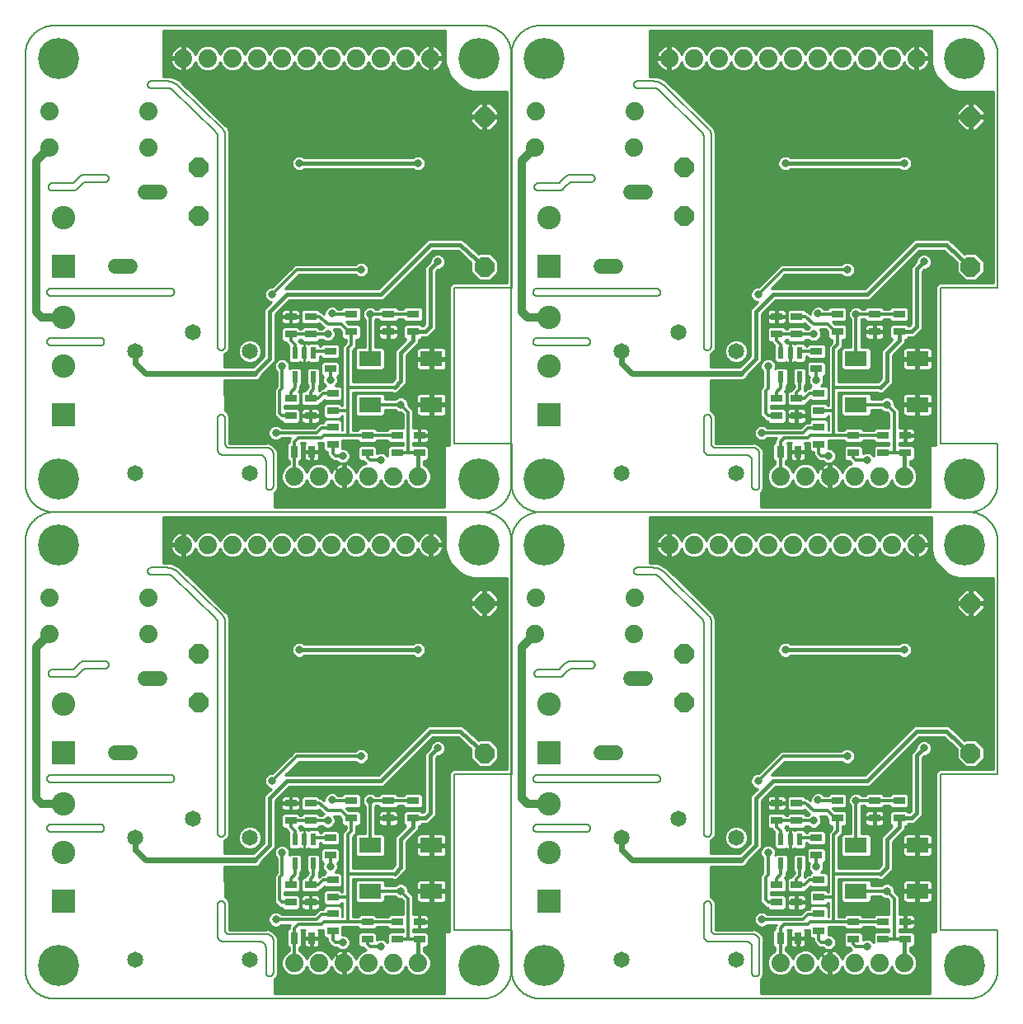
<source format=gtl>
G75*
%MOIN*%
%OFA0B0*%
%FSLAX25Y25*%
%IPPOS*%
%LPD*%
%AMOC8*
5,1,8,0,0,1.08239X$1,22.5*
%
%ADD10C,0.00800*%
%ADD11C,0.00500*%
%ADD12R,0.04724X0.03150*%
%ADD13R,0.03150X0.04724*%
%ADD14C,0.06496*%
%ADD15OC8,0.07874*%
%ADD16C,0.07400*%
%ADD17C,0.06000*%
%ADD18R,0.09500X0.09500*%
%ADD19C,0.09500*%
%ADD20R,0.09055X0.06299*%
%ADD21R,0.02362X0.04803*%
%ADD22C,0.01000*%
%ADD23C,0.03200*%
%ADD24C,0.01200*%
%ADD25C,0.01600*%
%ADD26C,0.02400*%
%ADD27C,0.03200*%
%ADD28C,0.16598*%
D10*
X0012962Y0001400D02*
X0186190Y0001400D01*
X0186475Y0001403D01*
X0186761Y0001414D01*
X0187046Y0001431D01*
X0187330Y0001455D01*
X0187614Y0001486D01*
X0187897Y0001524D01*
X0188178Y0001569D01*
X0188459Y0001620D01*
X0188739Y0001678D01*
X0189017Y0001743D01*
X0189293Y0001815D01*
X0189567Y0001893D01*
X0189840Y0001978D01*
X0190110Y0002070D01*
X0190378Y0002168D01*
X0190644Y0002272D01*
X0190907Y0002383D01*
X0191167Y0002500D01*
X0191425Y0002623D01*
X0191679Y0002753D01*
X0191930Y0002889D01*
X0192178Y0003030D01*
X0192422Y0003178D01*
X0192663Y0003331D01*
X0192899Y0003491D01*
X0193132Y0003656D01*
X0193361Y0003826D01*
X0193586Y0004002D01*
X0193806Y0004184D01*
X0194022Y0004370D01*
X0194233Y0004562D01*
X0194440Y0004759D01*
X0194642Y0004961D01*
X0194839Y0005168D01*
X0195031Y0005379D01*
X0195217Y0005595D01*
X0195399Y0005815D01*
X0195575Y0006040D01*
X0195745Y0006269D01*
X0195910Y0006502D01*
X0196070Y0006738D01*
X0196223Y0006979D01*
X0196371Y0007223D01*
X0196512Y0007471D01*
X0196648Y0007722D01*
X0196778Y0007976D01*
X0196901Y0008234D01*
X0197018Y0008494D01*
X0197129Y0008757D01*
X0197233Y0009023D01*
X0197331Y0009291D01*
X0197423Y0009561D01*
X0197508Y0009834D01*
X0197586Y0010108D01*
X0197658Y0010384D01*
X0197723Y0010662D01*
X0197781Y0010942D01*
X0197832Y0011223D01*
X0197877Y0011504D01*
X0197915Y0011787D01*
X0197946Y0012071D01*
X0197970Y0012355D01*
X0197987Y0012640D01*
X0197998Y0012926D01*
X0198001Y0013211D01*
X0198001Y0029085D01*
X0174879Y0029085D01*
X0174879Y0092077D01*
X0198001Y0092077D01*
X0198001Y0186439D01*
X0197963Y0186439D02*
X0197963Y0013211D01*
X0197963Y0012924D01*
X0197971Y0012637D01*
X0197985Y0012351D01*
X0198007Y0012065D01*
X0198035Y0011780D01*
X0198071Y0011495D01*
X0198113Y0011211D01*
X0198163Y0010929D01*
X0198219Y0010647D01*
X0198283Y0010368D01*
X0198353Y0010090D01*
X0198430Y0009813D01*
X0198513Y0009539D01*
X0198604Y0009267D01*
X0198701Y0008997D01*
X0198804Y0008729D01*
X0198915Y0008464D01*
X0199031Y0008202D01*
X0199154Y0007943D01*
X0199284Y0007687D01*
X0199419Y0007435D01*
X0199561Y0007185D01*
X0199709Y0006939D01*
X0199863Y0006697D01*
X0200022Y0006459D01*
X0200188Y0006225D01*
X0200359Y0005995D01*
X0200536Y0005769D01*
X0200718Y0005547D01*
X0200906Y0005331D01*
X0201099Y0005118D01*
X0201297Y0004911D01*
X0201500Y0004708D01*
X0201708Y0004511D01*
X0201921Y0004319D01*
X0202139Y0004132D01*
X0202361Y0003950D01*
X0202587Y0003774D01*
X0202818Y0003603D01*
X0203052Y0003439D01*
X0203291Y0003280D01*
X0203534Y0003127D01*
X0203780Y0002979D01*
X0204030Y0002839D01*
X0204283Y0002704D01*
X0204539Y0002575D01*
X0204799Y0002453D01*
X0205061Y0002337D01*
X0205327Y0002228D01*
X0205594Y0002125D01*
X0205865Y0002029D01*
X0206137Y0001939D01*
X0206412Y0001856D01*
X0206688Y0001780D01*
X0206967Y0001711D01*
X0207247Y0001649D01*
X0207528Y0001593D01*
X0207811Y0001544D01*
X0208094Y0001503D01*
X0208379Y0001468D01*
X0208665Y0001441D01*
X0208951Y0001420D01*
X0209237Y0001406D01*
X0209524Y0001400D01*
X0382753Y0001400D01*
X0383038Y0001403D01*
X0383324Y0001414D01*
X0383609Y0001431D01*
X0383893Y0001455D01*
X0384177Y0001486D01*
X0384460Y0001524D01*
X0384741Y0001569D01*
X0385022Y0001620D01*
X0385302Y0001678D01*
X0385580Y0001743D01*
X0385856Y0001815D01*
X0386130Y0001893D01*
X0386403Y0001978D01*
X0386673Y0002070D01*
X0386941Y0002168D01*
X0387207Y0002272D01*
X0387470Y0002383D01*
X0387730Y0002500D01*
X0387988Y0002623D01*
X0388242Y0002753D01*
X0388493Y0002889D01*
X0388741Y0003030D01*
X0388985Y0003178D01*
X0389226Y0003331D01*
X0389462Y0003491D01*
X0389695Y0003656D01*
X0389924Y0003826D01*
X0390149Y0004002D01*
X0390369Y0004184D01*
X0390585Y0004370D01*
X0390796Y0004562D01*
X0391003Y0004759D01*
X0391205Y0004961D01*
X0391402Y0005168D01*
X0391594Y0005379D01*
X0391780Y0005595D01*
X0391962Y0005815D01*
X0392138Y0006040D01*
X0392308Y0006269D01*
X0392473Y0006502D01*
X0392633Y0006738D01*
X0392786Y0006979D01*
X0392934Y0007223D01*
X0393075Y0007471D01*
X0393211Y0007722D01*
X0393341Y0007976D01*
X0393464Y0008234D01*
X0393581Y0008494D01*
X0393692Y0008757D01*
X0393796Y0009023D01*
X0393894Y0009291D01*
X0393986Y0009561D01*
X0394071Y0009834D01*
X0394149Y0010108D01*
X0394221Y0010384D01*
X0394286Y0010662D01*
X0394344Y0010942D01*
X0394395Y0011223D01*
X0394440Y0011504D01*
X0394478Y0011787D01*
X0394509Y0012071D01*
X0394533Y0012355D01*
X0394550Y0012640D01*
X0394561Y0012926D01*
X0394564Y0013211D01*
X0394564Y0029085D01*
X0371442Y0029085D01*
X0371442Y0092077D01*
X0394564Y0092077D01*
X0394564Y0186439D01*
X0394564Y0186440D02*
X0394559Y0186723D01*
X0394547Y0187007D01*
X0394528Y0187290D01*
X0394503Y0187573D01*
X0394471Y0187855D01*
X0394432Y0188136D01*
X0394386Y0188417D01*
X0394333Y0188696D01*
X0394274Y0188973D01*
X0394207Y0189249D01*
X0394135Y0189524D01*
X0394055Y0189796D01*
X0393969Y0190067D01*
X0393877Y0190335D01*
X0393778Y0190602D01*
X0393673Y0190865D01*
X0393561Y0191126D01*
X0393443Y0191385D01*
X0393319Y0191640D01*
X0393189Y0191892D01*
X0393053Y0192141D01*
X0392910Y0192387D01*
X0392762Y0192629D01*
X0392608Y0192868D01*
X0392449Y0193103D01*
X0392283Y0193333D01*
X0392112Y0193560D01*
X0391936Y0193783D01*
X0391755Y0194001D01*
X0391568Y0194215D01*
X0391376Y0194424D01*
X0391179Y0194628D01*
X0390977Y0194828D01*
X0390770Y0195023D01*
X0390559Y0195213D01*
X0390343Y0195397D01*
X0390123Y0195576D01*
X0389899Y0195750D01*
X0389670Y0195919D01*
X0389438Y0196082D01*
X0389201Y0196239D01*
X0388961Y0196390D01*
X0388717Y0196536D01*
X0388470Y0196675D01*
X0388220Y0196809D01*
X0387966Y0196937D01*
X0387709Y0197058D01*
X0387450Y0197173D01*
X0387188Y0197282D01*
X0386923Y0197385D01*
X0386656Y0197481D01*
X0386386Y0197570D01*
X0386115Y0197653D01*
X0385841Y0197730D01*
X0385566Y0197799D01*
X0385289Y0197863D01*
X0385011Y0197919D01*
X0384731Y0197969D01*
X0384451Y0198012D01*
X0384169Y0198048D01*
X0383887Y0198077D01*
X0383604Y0198099D01*
X0383320Y0198115D01*
X0383036Y0198124D01*
X0382752Y0198126D01*
X0382753Y0198125D02*
X0209524Y0198125D01*
X0209524Y0198087D02*
X0382753Y0198087D01*
X0382753Y0198088D02*
X0383038Y0198091D01*
X0383324Y0198102D01*
X0383609Y0198119D01*
X0383893Y0198143D01*
X0384177Y0198174D01*
X0384460Y0198212D01*
X0384741Y0198257D01*
X0385022Y0198308D01*
X0385302Y0198366D01*
X0385580Y0198431D01*
X0385856Y0198503D01*
X0386130Y0198581D01*
X0386403Y0198666D01*
X0386673Y0198758D01*
X0386941Y0198856D01*
X0387207Y0198960D01*
X0387470Y0199071D01*
X0387730Y0199188D01*
X0387988Y0199311D01*
X0388242Y0199441D01*
X0388493Y0199577D01*
X0388741Y0199718D01*
X0388985Y0199866D01*
X0389226Y0200019D01*
X0389462Y0200179D01*
X0389695Y0200344D01*
X0389924Y0200514D01*
X0390149Y0200690D01*
X0390369Y0200872D01*
X0390585Y0201058D01*
X0390796Y0201250D01*
X0391003Y0201447D01*
X0391205Y0201649D01*
X0391402Y0201856D01*
X0391594Y0202067D01*
X0391780Y0202283D01*
X0391962Y0202503D01*
X0392138Y0202728D01*
X0392308Y0202957D01*
X0392473Y0203190D01*
X0392633Y0203426D01*
X0392786Y0203667D01*
X0392934Y0203911D01*
X0393075Y0204159D01*
X0393211Y0204410D01*
X0393341Y0204664D01*
X0393464Y0204922D01*
X0393581Y0205182D01*
X0393692Y0205445D01*
X0393796Y0205711D01*
X0393894Y0205979D01*
X0393986Y0206249D01*
X0394071Y0206522D01*
X0394149Y0206796D01*
X0394221Y0207072D01*
X0394286Y0207350D01*
X0394344Y0207630D01*
X0394395Y0207911D01*
X0394440Y0208192D01*
X0394478Y0208475D01*
X0394509Y0208759D01*
X0394533Y0209043D01*
X0394550Y0209328D01*
X0394561Y0209614D01*
X0394564Y0209899D01*
X0394564Y0225773D01*
X0371442Y0225773D01*
X0371442Y0288765D01*
X0394564Y0288765D01*
X0394564Y0383127D01*
X0394559Y0383410D01*
X0394547Y0383694D01*
X0394528Y0383977D01*
X0394503Y0384260D01*
X0394471Y0384542D01*
X0394432Y0384823D01*
X0394386Y0385104D01*
X0394333Y0385383D01*
X0394274Y0385660D01*
X0394207Y0385936D01*
X0394135Y0386211D01*
X0394055Y0386483D01*
X0393969Y0386754D01*
X0393877Y0387022D01*
X0393778Y0387289D01*
X0393673Y0387552D01*
X0393561Y0387813D01*
X0393443Y0388072D01*
X0393319Y0388327D01*
X0393189Y0388579D01*
X0393053Y0388828D01*
X0392910Y0389074D01*
X0392762Y0389316D01*
X0392608Y0389555D01*
X0392449Y0389790D01*
X0392283Y0390020D01*
X0392112Y0390247D01*
X0391936Y0390470D01*
X0391755Y0390688D01*
X0391568Y0390902D01*
X0391376Y0391111D01*
X0391179Y0391315D01*
X0390977Y0391515D01*
X0390770Y0391710D01*
X0390559Y0391900D01*
X0390343Y0392084D01*
X0390123Y0392263D01*
X0389899Y0392437D01*
X0389670Y0392606D01*
X0389438Y0392769D01*
X0389201Y0392926D01*
X0388961Y0393077D01*
X0388717Y0393223D01*
X0388470Y0393362D01*
X0388220Y0393496D01*
X0387966Y0393624D01*
X0387709Y0393745D01*
X0387450Y0393860D01*
X0387188Y0393969D01*
X0386923Y0394072D01*
X0386656Y0394168D01*
X0386386Y0394257D01*
X0386115Y0394340D01*
X0385841Y0394417D01*
X0385566Y0394486D01*
X0385289Y0394550D01*
X0385011Y0394606D01*
X0384731Y0394656D01*
X0384451Y0394699D01*
X0384169Y0394735D01*
X0383887Y0394764D01*
X0383604Y0394786D01*
X0383320Y0394802D01*
X0383036Y0394811D01*
X0382752Y0394813D01*
X0382753Y0394813D02*
X0209524Y0394813D01*
X0209244Y0394808D01*
X0208963Y0394796D01*
X0208683Y0394778D01*
X0208403Y0394753D01*
X0208124Y0394721D01*
X0207846Y0394682D01*
X0207568Y0394636D01*
X0207292Y0394584D01*
X0207018Y0394526D01*
X0206745Y0394460D01*
X0206473Y0394388D01*
X0206203Y0394310D01*
X0205936Y0394225D01*
X0205670Y0394133D01*
X0205407Y0394035D01*
X0205146Y0393931D01*
X0204888Y0393821D01*
X0204632Y0393704D01*
X0204379Y0393581D01*
X0204130Y0393452D01*
X0203883Y0393317D01*
X0203640Y0393177D01*
X0203401Y0393030D01*
X0203165Y0392878D01*
X0202932Y0392720D01*
X0202704Y0392556D01*
X0202480Y0392387D01*
X0202260Y0392213D01*
X0202044Y0392033D01*
X0201832Y0391848D01*
X0201625Y0391658D01*
X0201423Y0391463D01*
X0201225Y0391264D01*
X0201033Y0391059D01*
X0200845Y0390850D01*
X0200662Y0390637D01*
X0200485Y0390419D01*
X0200313Y0390197D01*
X0200146Y0389971D01*
X0199985Y0389741D01*
X0199830Y0389507D01*
X0199680Y0389269D01*
X0199536Y0389028D01*
X0199398Y0388783D01*
X0199266Y0388536D01*
X0199139Y0388285D01*
X0199019Y0388031D01*
X0198905Y0387774D01*
X0198798Y0387514D01*
X0198696Y0387252D01*
X0198601Y0386988D01*
X0198513Y0386722D01*
X0198431Y0386453D01*
X0198355Y0386182D01*
X0198286Y0385910D01*
X0198224Y0385636D01*
X0198168Y0385361D01*
X0198119Y0385084D01*
X0198076Y0384807D01*
X0198040Y0384528D01*
X0198011Y0384249D01*
X0197989Y0383969D01*
X0197974Y0383688D01*
X0197965Y0383407D01*
X0197963Y0383126D01*
X0197963Y0383127D02*
X0197963Y0209899D01*
X0198001Y0209899D02*
X0198001Y0225773D01*
X0174879Y0225773D01*
X0174879Y0288765D01*
X0198001Y0288765D01*
X0198001Y0383127D01*
X0198002Y0383127D02*
X0197997Y0383410D01*
X0197985Y0383694D01*
X0197966Y0383977D01*
X0197941Y0384260D01*
X0197909Y0384542D01*
X0197870Y0384823D01*
X0197824Y0385104D01*
X0197771Y0385383D01*
X0197712Y0385660D01*
X0197645Y0385936D01*
X0197573Y0386211D01*
X0197493Y0386483D01*
X0197407Y0386754D01*
X0197315Y0387022D01*
X0197216Y0387289D01*
X0197111Y0387552D01*
X0196999Y0387813D01*
X0196881Y0388072D01*
X0196757Y0388327D01*
X0196627Y0388579D01*
X0196491Y0388828D01*
X0196348Y0389074D01*
X0196200Y0389316D01*
X0196046Y0389555D01*
X0195887Y0389790D01*
X0195721Y0390020D01*
X0195550Y0390247D01*
X0195374Y0390470D01*
X0195193Y0390688D01*
X0195006Y0390902D01*
X0194814Y0391111D01*
X0194617Y0391315D01*
X0194415Y0391515D01*
X0194208Y0391710D01*
X0193997Y0391900D01*
X0193781Y0392084D01*
X0193561Y0392263D01*
X0193337Y0392437D01*
X0193108Y0392606D01*
X0192876Y0392769D01*
X0192639Y0392926D01*
X0192399Y0393077D01*
X0192155Y0393223D01*
X0191908Y0393362D01*
X0191658Y0393496D01*
X0191404Y0393624D01*
X0191147Y0393745D01*
X0190888Y0393860D01*
X0190626Y0393969D01*
X0190361Y0394072D01*
X0190094Y0394168D01*
X0189824Y0394257D01*
X0189553Y0394340D01*
X0189279Y0394417D01*
X0189004Y0394486D01*
X0188727Y0394550D01*
X0188449Y0394606D01*
X0188169Y0394656D01*
X0187889Y0394699D01*
X0187607Y0394735D01*
X0187325Y0394764D01*
X0187042Y0394786D01*
X0186758Y0394802D01*
X0186474Y0394811D01*
X0186190Y0394813D01*
X0012962Y0394813D01*
X0012961Y0394813D02*
X0012681Y0394808D01*
X0012400Y0394796D01*
X0012120Y0394778D01*
X0011840Y0394753D01*
X0011561Y0394721D01*
X0011283Y0394682D01*
X0011005Y0394636D01*
X0010729Y0394584D01*
X0010455Y0394526D01*
X0010182Y0394460D01*
X0009910Y0394388D01*
X0009640Y0394310D01*
X0009373Y0394225D01*
X0009107Y0394133D01*
X0008844Y0394035D01*
X0008583Y0393931D01*
X0008325Y0393821D01*
X0008069Y0393704D01*
X0007816Y0393581D01*
X0007567Y0393452D01*
X0007320Y0393317D01*
X0007077Y0393177D01*
X0006838Y0393030D01*
X0006602Y0392878D01*
X0006369Y0392720D01*
X0006141Y0392556D01*
X0005917Y0392387D01*
X0005697Y0392213D01*
X0005481Y0392033D01*
X0005269Y0391848D01*
X0005062Y0391658D01*
X0004860Y0391463D01*
X0004662Y0391264D01*
X0004470Y0391059D01*
X0004282Y0390850D01*
X0004099Y0390637D01*
X0003922Y0390419D01*
X0003750Y0390197D01*
X0003583Y0389971D01*
X0003422Y0389741D01*
X0003267Y0389507D01*
X0003117Y0389269D01*
X0002973Y0389028D01*
X0002835Y0388783D01*
X0002703Y0388536D01*
X0002576Y0388285D01*
X0002456Y0388031D01*
X0002342Y0387774D01*
X0002235Y0387514D01*
X0002133Y0387252D01*
X0002038Y0386988D01*
X0001950Y0386722D01*
X0001868Y0386453D01*
X0001792Y0386182D01*
X0001723Y0385910D01*
X0001661Y0385636D01*
X0001605Y0385361D01*
X0001556Y0385084D01*
X0001513Y0384807D01*
X0001477Y0384528D01*
X0001448Y0384249D01*
X0001426Y0383969D01*
X0001411Y0383688D01*
X0001402Y0383407D01*
X0001400Y0383126D01*
X0001401Y0383127D02*
X0001401Y0209899D01*
X0001401Y0209612D01*
X0001409Y0209325D01*
X0001423Y0209039D01*
X0001445Y0208753D01*
X0001473Y0208468D01*
X0001509Y0208183D01*
X0001551Y0207899D01*
X0001601Y0207617D01*
X0001657Y0207335D01*
X0001721Y0207056D01*
X0001791Y0206778D01*
X0001868Y0206501D01*
X0001951Y0206227D01*
X0002042Y0205955D01*
X0002139Y0205685D01*
X0002242Y0205417D01*
X0002353Y0205152D01*
X0002469Y0204890D01*
X0002592Y0204631D01*
X0002722Y0204375D01*
X0002857Y0204123D01*
X0002999Y0203873D01*
X0003147Y0203627D01*
X0003301Y0203385D01*
X0003460Y0203147D01*
X0003626Y0202913D01*
X0003797Y0202683D01*
X0003974Y0202457D01*
X0004156Y0202235D01*
X0004344Y0202019D01*
X0004537Y0201806D01*
X0004735Y0201599D01*
X0004938Y0201396D01*
X0005146Y0201199D01*
X0005359Y0201007D01*
X0005577Y0200820D01*
X0005799Y0200638D01*
X0006025Y0200462D01*
X0006256Y0200291D01*
X0006490Y0200127D01*
X0006729Y0199968D01*
X0006972Y0199815D01*
X0007218Y0199667D01*
X0007468Y0199527D01*
X0007721Y0199392D01*
X0007977Y0199263D01*
X0008237Y0199141D01*
X0008499Y0199025D01*
X0008765Y0198916D01*
X0009032Y0198813D01*
X0009303Y0198717D01*
X0009575Y0198627D01*
X0009850Y0198544D01*
X0010126Y0198468D01*
X0010405Y0198399D01*
X0010685Y0198337D01*
X0010966Y0198281D01*
X0011249Y0198232D01*
X0011532Y0198191D01*
X0011817Y0198156D01*
X0012103Y0198129D01*
X0012389Y0198108D01*
X0012675Y0198094D01*
X0012962Y0198088D01*
X0012962Y0198087D02*
X0186190Y0198087D01*
X0186190Y0198125D02*
X0012962Y0198125D01*
X0012961Y0198126D02*
X0012681Y0198121D01*
X0012400Y0198109D01*
X0012120Y0198091D01*
X0011840Y0198066D01*
X0011561Y0198034D01*
X0011283Y0197995D01*
X0011005Y0197949D01*
X0010729Y0197897D01*
X0010455Y0197839D01*
X0010182Y0197773D01*
X0009910Y0197701D01*
X0009640Y0197623D01*
X0009373Y0197538D01*
X0009107Y0197446D01*
X0008844Y0197348D01*
X0008583Y0197244D01*
X0008325Y0197134D01*
X0008069Y0197017D01*
X0007816Y0196894D01*
X0007567Y0196765D01*
X0007320Y0196630D01*
X0007077Y0196490D01*
X0006838Y0196343D01*
X0006602Y0196191D01*
X0006369Y0196033D01*
X0006141Y0195869D01*
X0005917Y0195700D01*
X0005697Y0195526D01*
X0005481Y0195346D01*
X0005269Y0195161D01*
X0005062Y0194971D01*
X0004860Y0194776D01*
X0004662Y0194577D01*
X0004470Y0194372D01*
X0004282Y0194163D01*
X0004099Y0193950D01*
X0003922Y0193732D01*
X0003750Y0193510D01*
X0003583Y0193284D01*
X0003422Y0193054D01*
X0003267Y0192820D01*
X0003117Y0192582D01*
X0002973Y0192341D01*
X0002835Y0192096D01*
X0002703Y0191849D01*
X0002576Y0191598D01*
X0002456Y0191344D01*
X0002342Y0191087D01*
X0002235Y0190827D01*
X0002133Y0190565D01*
X0002038Y0190301D01*
X0001950Y0190035D01*
X0001868Y0189766D01*
X0001792Y0189495D01*
X0001723Y0189223D01*
X0001661Y0188949D01*
X0001605Y0188674D01*
X0001556Y0188397D01*
X0001513Y0188120D01*
X0001477Y0187841D01*
X0001448Y0187562D01*
X0001426Y0187282D01*
X0001411Y0187001D01*
X0001402Y0186720D01*
X0001400Y0186439D01*
X0001401Y0186439D02*
X0001401Y0013211D01*
X0001401Y0012924D01*
X0001409Y0012637D01*
X0001423Y0012351D01*
X0001445Y0012065D01*
X0001473Y0011780D01*
X0001509Y0011495D01*
X0001551Y0011211D01*
X0001601Y0010929D01*
X0001657Y0010647D01*
X0001721Y0010368D01*
X0001791Y0010090D01*
X0001868Y0009813D01*
X0001951Y0009539D01*
X0002042Y0009267D01*
X0002139Y0008997D01*
X0002242Y0008729D01*
X0002353Y0008464D01*
X0002469Y0008202D01*
X0002592Y0007943D01*
X0002722Y0007687D01*
X0002857Y0007435D01*
X0002999Y0007185D01*
X0003147Y0006939D01*
X0003301Y0006697D01*
X0003460Y0006459D01*
X0003626Y0006225D01*
X0003797Y0005995D01*
X0003974Y0005769D01*
X0004156Y0005547D01*
X0004344Y0005331D01*
X0004537Y0005118D01*
X0004735Y0004911D01*
X0004938Y0004708D01*
X0005146Y0004511D01*
X0005359Y0004319D01*
X0005577Y0004132D01*
X0005799Y0003950D01*
X0006025Y0003774D01*
X0006256Y0003603D01*
X0006490Y0003439D01*
X0006729Y0003280D01*
X0006972Y0003127D01*
X0007218Y0002979D01*
X0007468Y0002839D01*
X0007721Y0002704D01*
X0007977Y0002575D01*
X0008237Y0002453D01*
X0008499Y0002337D01*
X0008765Y0002228D01*
X0009032Y0002125D01*
X0009303Y0002029D01*
X0009575Y0001939D01*
X0009850Y0001856D01*
X0010126Y0001780D01*
X0010405Y0001711D01*
X0010685Y0001649D01*
X0010966Y0001593D01*
X0011249Y0001544D01*
X0011532Y0001503D01*
X0011817Y0001468D01*
X0012103Y0001441D01*
X0012389Y0001420D01*
X0012675Y0001406D01*
X0012962Y0001400D01*
X0198002Y0186440D02*
X0197997Y0186723D01*
X0197985Y0187007D01*
X0197966Y0187290D01*
X0197941Y0187573D01*
X0197909Y0187855D01*
X0197870Y0188136D01*
X0197824Y0188417D01*
X0197771Y0188696D01*
X0197712Y0188973D01*
X0197645Y0189249D01*
X0197573Y0189524D01*
X0197493Y0189796D01*
X0197407Y0190067D01*
X0197315Y0190335D01*
X0197216Y0190602D01*
X0197111Y0190865D01*
X0196999Y0191126D01*
X0196881Y0191385D01*
X0196757Y0191640D01*
X0196627Y0191892D01*
X0196491Y0192141D01*
X0196348Y0192387D01*
X0196200Y0192629D01*
X0196046Y0192868D01*
X0195887Y0193103D01*
X0195721Y0193333D01*
X0195550Y0193560D01*
X0195374Y0193783D01*
X0195193Y0194001D01*
X0195006Y0194215D01*
X0194814Y0194424D01*
X0194617Y0194628D01*
X0194415Y0194828D01*
X0194208Y0195023D01*
X0193997Y0195213D01*
X0193781Y0195397D01*
X0193561Y0195576D01*
X0193337Y0195750D01*
X0193108Y0195919D01*
X0192876Y0196082D01*
X0192639Y0196239D01*
X0192399Y0196390D01*
X0192155Y0196536D01*
X0191908Y0196675D01*
X0191658Y0196809D01*
X0191404Y0196937D01*
X0191147Y0197058D01*
X0190888Y0197173D01*
X0190626Y0197282D01*
X0190361Y0197385D01*
X0190094Y0197481D01*
X0189824Y0197570D01*
X0189553Y0197653D01*
X0189279Y0197730D01*
X0189004Y0197799D01*
X0188727Y0197863D01*
X0188449Y0197919D01*
X0188169Y0197969D01*
X0187889Y0198012D01*
X0187607Y0198048D01*
X0187325Y0198077D01*
X0187042Y0198099D01*
X0186758Y0198115D01*
X0186474Y0198124D01*
X0186190Y0198126D01*
X0186190Y0198088D02*
X0186475Y0198091D01*
X0186761Y0198102D01*
X0187046Y0198119D01*
X0187330Y0198143D01*
X0187614Y0198174D01*
X0187897Y0198212D01*
X0188178Y0198257D01*
X0188459Y0198308D01*
X0188739Y0198366D01*
X0189017Y0198431D01*
X0189293Y0198503D01*
X0189567Y0198581D01*
X0189840Y0198666D01*
X0190110Y0198758D01*
X0190378Y0198856D01*
X0190644Y0198960D01*
X0190907Y0199071D01*
X0191167Y0199188D01*
X0191425Y0199311D01*
X0191679Y0199441D01*
X0191930Y0199577D01*
X0192178Y0199718D01*
X0192422Y0199866D01*
X0192663Y0200019D01*
X0192899Y0200179D01*
X0193132Y0200344D01*
X0193361Y0200514D01*
X0193586Y0200690D01*
X0193806Y0200872D01*
X0194022Y0201058D01*
X0194233Y0201250D01*
X0194440Y0201447D01*
X0194642Y0201649D01*
X0194839Y0201856D01*
X0195031Y0202067D01*
X0195217Y0202283D01*
X0195399Y0202503D01*
X0195575Y0202728D01*
X0195745Y0202957D01*
X0195910Y0203190D01*
X0196070Y0203426D01*
X0196223Y0203667D01*
X0196371Y0203911D01*
X0196512Y0204159D01*
X0196648Y0204410D01*
X0196778Y0204664D01*
X0196901Y0204922D01*
X0197018Y0205182D01*
X0197129Y0205445D01*
X0197233Y0205711D01*
X0197331Y0205979D01*
X0197423Y0206249D01*
X0197508Y0206522D01*
X0197586Y0206796D01*
X0197658Y0207072D01*
X0197723Y0207350D01*
X0197781Y0207630D01*
X0197832Y0207911D01*
X0197877Y0208192D01*
X0197915Y0208475D01*
X0197946Y0208759D01*
X0197970Y0209043D01*
X0197987Y0209328D01*
X0197998Y0209614D01*
X0198001Y0209899D01*
X0197963Y0209899D02*
X0197963Y0209612D01*
X0197971Y0209325D01*
X0197985Y0209039D01*
X0198007Y0208753D01*
X0198035Y0208468D01*
X0198071Y0208183D01*
X0198113Y0207899D01*
X0198163Y0207617D01*
X0198219Y0207335D01*
X0198283Y0207056D01*
X0198353Y0206778D01*
X0198430Y0206501D01*
X0198513Y0206227D01*
X0198604Y0205955D01*
X0198701Y0205685D01*
X0198804Y0205417D01*
X0198915Y0205152D01*
X0199031Y0204890D01*
X0199154Y0204631D01*
X0199284Y0204375D01*
X0199419Y0204123D01*
X0199561Y0203873D01*
X0199709Y0203627D01*
X0199863Y0203385D01*
X0200022Y0203147D01*
X0200188Y0202913D01*
X0200359Y0202683D01*
X0200536Y0202457D01*
X0200718Y0202235D01*
X0200906Y0202019D01*
X0201099Y0201806D01*
X0201297Y0201599D01*
X0201500Y0201396D01*
X0201708Y0201199D01*
X0201921Y0201007D01*
X0202139Y0200820D01*
X0202361Y0200638D01*
X0202587Y0200462D01*
X0202818Y0200291D01*
X0203052Y0200127D01*
X0203291Y0199968D01*
X0203534Y0199815D01*
X0203780Y0199667D01*
X0204030Y0199527D01*
X0204283Y0199392D01*
X0204539Y0199263D01*
X0204799Y0199141D01*
X0205061Y0199025D01*
X0205327Y0198916D01*
X0205594Y0198813D01*
X0205865Y0198717D01*
X0206137Y0198627D01*
X0206412Y0198544D01*
X0206688Y0198468D01*
X0206967Y0198399D01*
X0207247Y0198337D01*
X0207528Y0198281D01*
X0207811Y0198232D01*
X0208094Y0198191D01*
X0208379Y0198156D01*
X0208665Y0198129D01*
X0208951Y0198108D01*
X0209237Y0198094D01*
X0209524Y0198088D01*
X0209524Y0198126D02*
X0209244Y0198121D01*
X0208963Y0198109D01*
X0208683Y0198091D01*
X0208403Y0198066D01*
X0208124Y0198034D01*
X0207846Y0197995D01*
X0207568Y0197949D01*
X0207292Y0197897D01*
X0207018Y0197839D01*
X0206745Y0197773D01*
X0206473Y0197701D01*
X0206203Y0197623D01*
X0205936Y0197538D01*
X0205670Y0197446D01*
X0205407Y0197348D01*
X0205146Y0197244D01*
X0204888Y0197134D01*
X0204632Y0197017D01*
X0204379Y0196894D01*
X0204130Y0196765D01*
X0203883Y0196630D01*
X0203640Y0196490D01*
X0203401Y0196343D01*
X0203165Y0196191D01*
X0202932Y0196033D01*
X0202704Y0195869D01*
X0202480Y0195700D01*
X0202260Y0195526D01*
X0202044Y0195346D01*
X0201832Y0195161D01*
X0201625Y0194971D01*
X0201423Y0194776D01*
X0201225Y0194577D01*
X0201033Y0194372D01*
X0200845Y0194163D01*
X0200662Y0193950D01*
X0200485Y0193732D01*
X0200313Y0193510D01*
X0200146Y0193284D01*
X0199985Y0193054D01*
X0199830Y0192820D01*
X0199680Y0192582D01*
X0199536Y0192341D01*
X0199398Y0192096D01*
X0199266Y0191849D01*
X0199139Y0191598D01*
X0199019Y0191344D01*
X0198905Y0191087D01*
X0198798Y0190827D01*
X0198696Y0190565D01*
X0198601Y0190301D01*
X0198513Y0190035D01*
X0198431Y0189766D01*
X0198355Y0189495D01*
X0198286Y0189223D01*
X0198224Y0188949D01*
X0198168Y0188674D01*
X0198119Y0188397D01*
X0198076Y0188120D01*
X0198040Y0187841D01*
X0198011Y0187562D01*
X0197989Y0187282D01*
X0197974Y0187001D01*
X0197965Y0186720D01*
X0197963Y0186439D01*
D11*
X0248713Y0175650D02*
X0255463Y0175650D01*
X0255499Y0172900D02*
X0248713Y0172900D01*
X0248641Y0172908D01*
X0248570Y0172920D01*
X0248499Y0172936D01*
X0248430Y0172956D01*
X0248361Y0172979D01*
X0248294Y0173006D01*
X0248228Y0173036D01*
X0248164Y0173069D01*
X0248102Y0173106D01*
X0248042Y0173146D01*
X0247984Y0173190D01*
X0247928Y0173236D01*
X0247875Y0173285D01*
X0247825Y0173337D01*
X0247777Y0173391D01*
X0247732Y0173448D01*
X0247690Y0173507D01*
X0247652Y0173568D01*
X0247616Y0173631D01*
X0247584Y0173696D01*
X0247556Y0173762D01*
X0247531Y0173830D01*
X0247509Y0173899D01*
X0247491Y0173969D01*
X0247477Y0174040D01*
X0247467Y0174111D01*
X0247460Y0174183D01*
X0247457Y0174256D01*
X0247458Y0174328D01*
X0247463Y0174400D01*
X0247465Y0174468D01*
X0247470Y0174535D01*
X0247479Y0174602D01*
X0247492Y0174669D01*
X0247509Y0174734D01*
X0247528Y0174799D01*
X0247552Y0174863D01*
X0247579Y0174925D01*
X0247609Y0174986D01*
X0247642Y0175044D01*
X0247678Y0175101D01*
X0247718Y0175156D01*
X0247760Y0175209D01*
X0247806Y0175260D01*
X0247853Y0175307D01*
X0247904Y0175353D01*
X0247957Y0175395D01*
X0248012Y0175435D01*
X0248069Y0175471D01*
X0248127Y0175504D01*
X0248188Y0175534D01*
X0248250Y0175561D01*
X0248314Y0175585D01*
X0248379Y0175604D01*
X0248444Y0175621D01*
X0248511Y0175634D01*
X0248578Y0175643D01*
X0248645Y0175648D01*
X0248713Y0175650D01*
X0255499Y0172900D02*
X0255600Y0172901D01*
X0255702Y0172899D01*
X0255803Y0172892D01*
X0255904Y0172883D01*
X0256005Y0172869D01*
X0256105Y0172851D01*
X0256204Y0172830D01*
X0256303Y0172805D01*
X0256400Y0172777D01*
X0256497Y0172744D01*
X0256592Y0172709D01*
X0256686Y0172669D01*
X0256778Y0172627D01*
X0256868Y0172580D01*
X0256957Y0172531D01*
X0257044Y0172478D01*
X0257129Y0172422D01*
X0257211Y0172363D01*
X0257292Y0172301D01*
X0257369Y0172235D01*
X0257445Y0172167D01*
X0257445Y0172168D02*
X0274981Y0155132D01*
X0277982Y0156132D02*
X0278052Y0156046D01*
X0278120Y0155958D01*
X0278184Y0155867D01*
X0278245Y0155774D01*
X0278302Y0155679D01*
X0278356Y0155582D01*
X0278407Y0155483D01*
X0278454Y0155382D01*
X0278498Y0155280D01*
X0278537Y0155176D01*
X0278573Y0155071D01*
X0278606Y0154964D01*
X0278634Y0154857D01*
X0278659Y0154749D01*
X0278679Y0154639D01*
X0278696Y0154529D01*
X0278709Y0154419D01*
X0278718Y0154308D01*
X0278723Y0154197D01*
X0278724Y0154086D01*
X0278721Y0153975D01*
X0278714Y0153864D01*
X0278713Y0153864D02*
X0278713Y0153900D01*
X0278713Y0153864D02*
X0278713Y0068400D01*
X0278711Y0068324D01*
X0278705Y0068248D01*
X0278696Y0068173D01*
X0278682Y0068098D01*
X0278665Y0068024D01*
X0278644Y0067951D01*
X0278620Y0067879D01*
X0278591Y0067808D01*
X0278560Y0067739D01*
X0278525Y0067672D01*
X0278486Y0067607D01*
X0278444Y0067543D01*
X0278399Y0067482D01*
X0278351Y0067423D01*
X0278300Y0067367D01*
X0278246Y0067313D01*
X0278190Y0067262D01*
X0278131Y0067214D01*
X0278070Y0067169D01*
X0278006Y0067127D01*
X0277941Y0067088D01*
X0277874Y0067053D01*
X0277805Y0067022D01*
X0277734Y0066993D01*
X0277662Y0066969D01*
X0277589Y0066948D01*
X0277515Y0066931D01*
X0277440Y0066917D01*
X0277365Y0066908D01*
X0277289Y0066902D01*
X0277213Y0066900D01*
X0277137Y0066902D01*
X0277061Y0066908D01*
X0276986Y0066917D01*
X0276911Y0066931D01*
X0276837Y0066948D01*
X0276764Y0066969D01*
X0276692Y0066993D01*
X0276621Y0067022D01*
X0276552Y0067053D01*
X0276485Y0067088D01*
X0276420Y0067127D01*
X0276356Y0067169D01*
X0276295Y0067214D01*
X0276236Y0067262D01*
X0276180Y0067313D01*
X0276126Y0067367D01*
X0276075Y0067423D01*
X0276027Y0067482D01*
X0275982Y0067543D01*
X0275940Y0067607D01*
X0275901Y0067672D01*
X0275866Y0067739D01*
X0275835Y0067808D01*
X0275806Y0067879D01*
X0275782Y0067951D01*
X0275761Y0068024D01*
X0275744Y0068098D01*
X0275730Y0068173D01*
X0275721Y0068248D01*
X0275715Y0068324D01*
X0275713Y0068400D01*
X0275713Y0153364D01*
X0275713Y0153400D01*
X0275713Y0153364D02*
X0275711Y0153462D01*
X0275705Y0153560D01*
X0275696Y0153658D01*
X0275682Y0153755D01*
X0275665Y0153852D01*
X0275644Y0153948D01*
X0275619Y0154043D01*
X0275591Y0154137D01*
X0275558Y0154229D01*
X0275523Y0154321D01*
X0275483Y0154411D01*
X0275441Y0154499D01*
X0275394Y0154586D01*
X0275345Y0154670D01*
X0275292Y0154753D01*
X0275236Y0154833D01*
X0275176Y0154912D01*
X0275114Y0154988D01*
X0275049Y0155061D01*
X0274981Y0155132D01*
X0277981Y0156132D02*
X0260067Y0173546D01*
X0259958Y0173660D01*
X0259847Y0173771D01*
X0259733Y0173880D01*
X0259617Y0173986D01*
X0259498Y0174089D01*
X0259377Y0174189D01*
X0259253Y0174287D01*
X0259127Y0174381D01*
X0258999Y0174472D01*
X0258868Y0174560D01*
X0258736Y0174646D01*
X0258602Y0174728D01*
X0258465Y0174806D01*
X0258327Y0174882D01*
X0258187Y0174954D01*
X0258046Y0175023D01*
X0257903Y0175088D01*
X0257758Y0175150D01*
X0257612Y0175209D01*
X0257464Y0175264D01*
X0257316Y0175315D01*
X0257166Y0175363D01*
X0257015Y0175407D01*
X0256863Y0175448D01*
X0256710Y0175485D01*
X0256556Y0175519D01*
X0256402Y0175549D01*
X0256246Y0175575D01*
X0256091Y0175597D01*
X0255934Y0175616D01*
X0255778Y0175631D01*
X0255621Y0175642D01*
X0255463Y0175650D01*
X0230213Y0137900D02*
X0222249Y0137900D01*
X0219981Y0137168D02*
X0217567Y0134754D01*
X0218946Y0132132D02*
X0218875Y0132064D01*
X0218802Y0131999D01*
X0218726Y0131937D01*
X0218647Y0131877D01*
X0218567Y0131821D01*
X0218484Y0131768D01*
X0218400Y0131719D01*
X0218313Y0131672D01*
X0218225Y0131630D01*
X0218135Y0131590D01*
X0218043Y0131555D01*
X0217951Y0131522D01*
X0217857Y0131494D01*
X0217762Y0131469D01*
X0217666Y0131448D01*
X0217569Y0131431D01*
X0217472Y0131417D01*
X0217374Y0131408D01*
X0217276Y0131402D01*
X0217178Y0131400D01*
X0208713Y0131400D01*
X0207213Y0132900D02*
X0207215Y0132976D01*
X0207221Y0133052D01*
X0207230Y0133127D01*
X0207244Y0133202D01*
X0207261Y0133276D01*
X0207282Y0133349D01*
X0207306Y0133421D01*
X0207335Y0133492D01*
X0207366Y0133561D01*
X0207401Y0133628D01*
X0207440Y0133693D01*
X0207482Y0133757D01*
X0207527Y0133818D01*
X0207575Y0133877D01*
X0207626Y0133933D01*
X0207680Y0133987D01*
X0207736Y0134038D01*
X0207795Y0134086D01*
X0207856Y0134131D01*
X0207920Y0134173D01*
X0207985Y0134212D01*
X0208052Y0134247D01*
X0208121Y0134278D01*
X0208192Y0134307D01*
X0208264Y0134331D01*
X0208337Y0134352D01*
X0208411Y0134369D01*
X0208486Y0134383D01*
X0208561Y0134392D01*
X0208637Y0134398D01*
X0208713Y0134400D01*
X0216213Y0134400D01*
X0216297Y0134391D01*
X0216381Y0134385D01*
X0216466Y0134383D01*
X0216550Y0134385D01*
X0216634Y0134391D01*
X0216718Y0134401D01*
X0216801Y0134415D01*
X0216884Y0134432D01*
X0216966Y0134453D01*
X0217046Y0134479D01*
X0217126Y0134507D01*
X0217204Y0134540D01*
X0217280Y0134576D01*
X0217355Y0134615D01*
X0217427Y0134658D01*
X0217498Y0134704D01*
X0217567Y0134754D01*
X0218945Y0132132D02*
X0220981Y0134168D01*
X0219981Y0137168D02*
X0220063Y0137235D01*
X0220148Y0137300D01*
X0220234Y0137362D01*
X0220323Y0137420D01*
X0220413Y0137476D01*
X0220506Y0137529D01*
X0220600Y0137578D01*
X0220696Y0137624D01*
X0220793Y0137667D01*
X0220892Y0137706D01*
X0220992Y0137743D01*
X0221093Y0137775D01*
X0221195Y0137804D01*
X0221298Y0137830D01*
X0221402Y0137852D01*
X0221507Y0137871D01*
X0221612Y0137886D01*
X0221718Y0137897D01*
X0221824Y0137905D01*
X0221930Y0137909D01*
X0222037Y0137910D01*
X0222143Y0137907D01*
X0222249Y0137900D01*
X0222749Y0134900D02*
X0230213Y0134900D01*
X0231713Y0136400D02*
X0231711Y0136476D01*
X0231705Y0136552D01*
X0231696Y0136627D01*
X0231682Y0136702D01*
X0231665Y0136776D01*
X0231644Y0136849D01*
X0231620Y0136921D01*
X0231591Y0136992D01*
X0231560Y0137061D01*
X0231525Y0137128D01*
X0231486Y0137193D01*
X0231444Y0137257D01*
X0231399Y0137318D01*
X0231351Y0137377D01*
X0231300Y0137433D01*
X0231246Y0137487D01*
X0231190Y0137538D01*
X0231131Y0137586D01*
X0231070Y0137631D01*
X0231006Y0137673D01*
X0230941Y0137712D01*
X0230874Y0137747D01*
X0230805Y0137778D01*
X0230734Y0137807D01*
X0230662Y0137831D01*
X0230589Y0137852D01*
X0230515Y0137869D01*
X0230440Y0137883D01*
X0230365Y0137892D01*
X0230289Y0137898D01*
X0230213Y0137900D01*
X0231713Y0136400D02*
X0231711Y0136324D01*
X0231705Y0136248D01*
X0231696Y0136173D01*
X0231682Y0136098D01*
X0231665Y0136024D01*
X0231644Y0135951D01*
X0231620Y0135879D01*
X0231591Y0135808D01*
X0231560Y0135739D01*
X0231525Y0135672D01*
X0231486Y0135607D01*
X0231444Y0135543D01*
X0231399Y0135482D01*
X0231351Y0135423D01*
X0231300Y0135367D01*
X0231246Y0135313D01*
X0231190Y0135262D01*
X0231131Y0135214D01*
X0231070Y0135169D01*
X0231006Y0135127D01*
X0230941Y0135088D01*
X0230874Y0135053D01*
X0230805Y0135022D01*
X0230734Y0134993D01*
X0230662Y0134969D01*
X0230589Y0134948D01*
X0230515Y0134931D01*
X0230440Y0134917D01*
X0230365Y0134908D01*
X0230289Y0134902D01*
X0230213Y0134900D01*
X0222749Y0134900D02*
X0222651Y0134898D01*
X0222553Y0134892D01*
X0222455Y0134883D01*
X0222358Y0134869D01*
X0222261Y0134852D01*
X0222165Y0134831D01*
X0222070Y0134806D01*
X0221976Y0134778D01*
X0221884Y0134745D01*
X0221792Y0134710D01*
X0221702Y0134670D01*
X0221614Y0134628D01*
X0221527Y0134581D01*
X0221443Y0134532D01*
X0221360Y0134479D01*
X0221280Y0134423D01*
X0221201Y0134363D01*
X0221125Y0134301D01*
X0221052Y0134236D01*
X0220981Y0134168D01*
X0208713Y0131400D02*
X0208637Y0131402D01*
X0208561Y0131408D01*
X0208486Y0131417D01*
X0208411Y0131431D01*
X0208337Y0131448D01*
X0208264Y0131469D01*
X0208192Y0131493D01*
X0208121Y0131522D01*
X0208052Y0131553D01*
X0207985Y0131588D01*
X0207920Y0131627D01*
X0207856Y0131669D01*
X0207795Y0131714D01*
X0207736Y0131762D01*
X0207680Y0131813D01*
X0207626Y0131867D01*
X0207575Y0131923D01*
X0207527Y0131982D01*
X0207482Y0132043D01*
X0207440Y0132107D01*
X0207401Y0132172D01*
X0207366Y0132239D01*
X0207335Y0132308D01*
X0207306Y0132379D01*
X0207282Y0132451D01*
X0207261Y0132524D01*
X0207244Y0132598D01*
X0207230Y0132673D01*
X0207221Y0132748D01*
X0207215Y0132824D01*
X0207213Y0132900D01*
X0208213Y0091900D02*
X0256713Y0091900D01*
X0256789Y0091898D01*
X0256865Y0091892D01*
X0256940Y0091883D01*
X0257015Y0091869D01*
X0257089Y0091852D01*
X0257162Y0091831D01*
X0257234Y0091807D01*
X0257305Y0091778D01*
X0257374Y0091747D01*
X0257441Y0091712D01*
X0257506Y0091673D01*
X0257570Y0091631D01*
X0257631Y0091586D01*
X0257690Y0091538D01*
X0257746Y0091487D01*
X0257800Y0091433D01*
X0257851Y0091377D01*
X0257899Y0091318D01*
X0257944Y0091257D01*
X0257986Y0091193D01*
X0258025Y0091128D01*
X0258060Y0091061D01*
X0258091Y0090992D01*
X0258120Y0090921D01*
X0258144Y0090849D01*
X0258165Y0090776D01*
X0258182Y0090702D01*
X0258196Y0090627D01*
X0258205Y0090552D01*
X0258211Y0090476D01*
X0258213Y0090400D01*
X0258211Y0090324D01*
X0258205Y0090248D01*
X0258196Y0090173D01*
X0258182Y0090098D01*
X0258165Y0090024D01*
X0258144Y0089951D01*
X0258120Y0089879D01*
X0258091Y0089808D01*
X0258060Y0089739D01*
X0258025Y0089672D01*
X0257986Y0089607D01*
X0257944Y0089543D01*
X0257899Y0089482D01*
X0257851Y0089423D01*
X0257800Y0089367D01*
X0257746Y0089313D01*
X0257690Y0089262D01*
X0257631Y0089214D01*
X0257570Y0089169D01*
X0257506Y0089127D01*
X0257441Y0089088D01*
X0257374Y0089053D01*
X0257305Y0089022D01*
X0257234Y0088993D01*
X0257162Y0088969D01*
X0257089Y0088948D01*
X0257015Y0088931D01*
X0256940Y0088917D01*
X0256865Y0088908D01*
X0256789Y0088902D01*
X0256713Y0088900D01*
X0256678Y0088900D02*
X0208213Y0088900D01*
X0206713Y0090400D02*
X0206715Y0090476D01*
X0206721Y0090552D01*
X0206730Y0090627D01*
X0206744Y0090702D01*
X0206761Y0090776D01*
X0206782Y0090849D01*
X0206806Y0090921D01*
X0206835Y0090992D01*
X0206866Y0091061D01*
X0206901Y0091128D01*
X0206940Y0091193D01*
X0206982Y0091257D01*
X0207027Y0091318D01*
X0207075Y0091377D01*
X0207126Y0091433D01*
X0207180Y0091487D01*
X0207236Y0091538D01*
X0207295Y0091586D01*
X0207356Y0091631D01*
X0207420Y0091673D01*
X0207485Y0091712D01*
X0207552Y0091747D01*
X0207621Y0091778D01*
X0207692Y0091807D01*
X0207764Y0091831D01*
X0207837Y0091852D01*
X0207911Y0091869D01*
X0207986Y0091883D01*
X0208061Y0091892D01*
X0208137Y0091898D01*
X0208213Y0091900D01*
X0206713Y0090400D02*
X0206715Y0090324D01*
X0206721Y0090248D01*
X0206730Y0090173D01*
X0206744Y0090098D01*
X0206761Y0090024D01*
X0206782Y0089951D01*
X0206806Y0089879D01*
X0206835Y0089808D01*
X0206866Y0089739D01*
X0206901Y0089672D01*
X0206940Y0089607D01*
X0206982Y0089543D01*
X0207027Y0089482D01*
X0207075Y0089423D01*
X0207126Y0089367D01*
X0207180Y0089313D01*
X0207236Y0089262D01*
X0207295Y0089214D01*
X0207356Y0089169D01*
X0207420Y0089127D01*
X0207485Y0089088D01*
X0207552Y0089053D01*
X0207621Y0089022D01*
X0207692Y0088993D01*
X0207764Y0088969D01*
X0207837Y0088948D01*
X0207911Y0088931D01*
X0207986Y0088917D01*
X0208061Y0088908D01*
X0208137Y0088902D01*
X0208213Y0088900D01*
X0208213Y0071900D02*
X0228713Y0071900D01*
X0228786Y0071874D01*
X0228858Y0071844D01*
X0228928Y0071810D01*
X0228996Y0071774D01*
X0229062Y0071733D01*
X0229127Y0071690D01*
X0229189Y0071644D01*
X0229249Y0071594D01*
X0229306Y0071542D01*
X0229361Y0071487D01*
X0229413Y0071429D01*
X0229462Y0071369D01*
X0229508Y0071307D01*
X0229551Y0071242D01*
X0229591Y0071176D01*
X0229627Y0071107D01*
X0229660Y0071037D01*
X0229690Y0070965D01*
X0229716Y0070892D01*
X0229738Y0070818D01*
X0229757Y0070742D01*
X0229771Y0070666D01*
X0229783Y0070589D01*
X0229790Y0070512D01*
X0229794Y0070435D01*
X0229793Y0070357D01*
X0229789Y0070279D01*
X0229782Y0070202D01*
X0229770Y0070126D01*
X0229755Y0070049D01*
X0229736Y0069974D01*
X0229713Y0069900D01*
X0229698Y0069833D01*
X0229679Y0069766D01*
X0229656Y0069701D01*
X0229630Y0069637D01*
X0229601Y0069575D01*
X0229568Y0069514D01*
X0229532Y0069455D01*
X0229493Y0069398D01*
X0229450Y0069343D01*
X0229405Y0069291D01*
X0229357Y0069241D01*
X0229307Y0069194D01*
X0229254Y0069150D01*
X0229199Y0069109D01*
X0229141Y0069070D01*
X0229082Y0069035D01*
X0229021Y0069003D01*
X0228958Y0068975D01*
X0228893Y0068950D01*
X0228828Y0068928D01*
X0228761Y0068910D01*
X0228693Y0068896D01*
X0228625Y0068885D01*
X0228557Y0068878D01*
X0228488Y0068875D01*
X0228419Y0068876D01*
X0228350Y0068880D01*
X0228281Y0068888D01*
X0228213Y0068900D01*
X0208213Y0068900D01*
X0206713Y0070400D02*
X0206715Y0070476D01*
X0206721Y0070552D01*
X0206730Y0070627D01*
X0206744Y0070702D01*
X0206761Y0070776D01*
X0206782Y0070849D01*
X0206806Y0070921D01*
X0206835Y0070992D01*
X0206866Y0071061D01*
X0206901Y0071128D01*
X0206940Y0071193D01*
X0206982Y0071257D01*
X0207027Y0071318D01*
X0207075Y0071377D01*
X0207126Y0071433D01*
X0207180Y0071487D01*
X0207236Y0071538D01*
X0207295Y0071586D01*
X0207356Y0071631D01*
X0207420Y0071673D01*
X0207485Y0071712D01*
X0207552Y0071747D01*
X0207621Y0071778D01*
X0207692Y0071807D01*
X0207764Y0071831D01*
X0207837Y0071852D01*
X0207911Y0071869D01*
X0207986Y0071883D01*
X0208061Y0071892D01*
X0208137Y0071898D01*
X0208213Y0071900D01*
X0206713Y0070400D02*
X0206715Y0070324D01*
X0206721Y0070248D01*
X0206730Y0070173D01*
X0206744Y0070098D01*
X0206761Y0070024D01*
X0206782Y0069951D01*
X0206806Y0069879D01*
X0206835Y0069808D01*
X0206866Y0069739D01*
X0206901Y0069672D01*
X0206940Y0069607D01*
X0206982Y0069543D01*
X0207027Y0069482D01*
X0207075Y0069423D01*
X0207126Y0069367D01*
X0207180Y0069313D01*
X0207236Y0069262D01*
X0207295Y0069214D01*
X0207356Y0069169D01*
X0207420Y0069127D01*
X0207485Y0069088D01*
X0207552Y0069053D01*
X0207621Y0069022D01*
X0207692Y0068993D01*
X0207764Y0068969D01*
X0207837Y0068948D01*
X0207911Y0068931D01*
X0207986Y0068917D01*
X0208061Y0068908D01*
X0208137Y0068902D01*
X0208213Y0068900D01*
X0275713Y0039400D02*
X0275713Y0027400D01*
X0275700Y0027298D01*
X0275692Y0027196D01*
X0275687Y0027094D01*
X0275686Y0026991D01*
X0275689Y0026889D01*
X0275697Y0026787D01*
X0275708Y0026685D01*
X0275723Y0026584D01*
X0275742Y0026483D01*
X0275765Y0026383D01*
X0275792Y0026284D01*
X0275822Y0026186D01*
X0275856Y0026090D01*
X0275894Y0025995D01*
X0275936Y0025901D01*
X0275981Y0025809D01*
X0276030Y0025719D01*
X0276082Y0025631D01*
X0276138Y0025545D01*
X0276196Y0025461D01*
X0276258Y0025379D01*
X0276324Y0025300D01*
X0276392Y0025224D01*
X0276463Y0025150D01*
X0276537Y0025079D01*
X0276613Y0025011D01*
X0276692Y0024945D01*
X0276774Y0024883D01*
X0276858Y0024825D01*
X0276944Y0024769D01*
X0277032Y0024717D01*
X0277122Y0024668D01*
X0277214Y0024623D01*
X0277308Y0024581D01*
X0277403Y0024543D01*
X0277499Y0024509D01*
X0277597Y0024479D01*
X0277696Y0024452D01*
X0277796Y0024429D01*
X0277897Y0024410D01*
X0277998Y0024395D01*
X0278100Y0024384D01*
X0278202Y0024376D01*
X0278304Y0024373D01*
X0278407Y0024374D01*
X0278509Y0024379D01*
X0278611Y0024387D01*
X0278713Y0024400D01*
X0293213Y0024400D01*
X0293300Y0024398D01*
X0293387Y0024392D01*
X0293474Y0024383D01*
X0293560Y0024370D01*
X0293646Y0024353D01*
X0293731Y0024332D01*
X0293814Y0024307D01*
X0293897Y0024279D01*
X0293978Y0024248D01*
X0294058Y0024213D01*
X0294136Y0024174D01*
X0294213Y0024132D01*
X0294288Y0024087D01*
X0294360Y0024038D01*
X0294431Y0023987D01*
X0294499Y0023932D01*
X0294564Y0023875D01*
X0294627Y0023814D01*
X0294688Y0023751D01*
X0294745Y0023686D01*
X0294800Y0023618D01*
X0294851Y0023547D01*
X0294900Y0023475D01*
X0294945Y0023400D01*
X0294987Y0023323D01*
X0295026Y0023245D01*
X0295061Y0023165D01*
X0295092Y0023084D01*
X0295120Y0023001D01*
X0295145Y0022918D01*
X0295166Y0022833D01*
X0295183Y0022747D01*
X0295196Y0022661D01*
X0295205Y0022574D01*
X0295211Y0022487D01*
X0295213Y0022400D01*
X0295213Y0011900D01*
X0295215Y0011824D01*
X0295221Y0011748D01*
X0295230Y0011673D01*
X0295244Y0011598D01*
X0295261Y0011524D01*
X0295282Y0011451D01*
X0295306Y0011379D01*
X0295335Y0011308D01*
X0295366Y0011239D01*
X0295401Y0011172D01*
X0295440Y0011107D01*
X0295482Y0011043D01*
X0295527Y0010982D01*
X0295575Y0010923D01*
X0295626Y0010867D01*
X0295680Y0010813D01*
X0295736Y0010762D01*
X0295795Y0010714D01*
X0295856Y0010669D01*
X0295920Y0010627D01*
X0295985Y0010588D01*
X0296052Y0010553D01*
X0296121Y0010522D01*
X0296192Y0010493D01*
X0296264Y0010469D01*
X0296337Y0010448D01*
X0296411Y0010431D01*
X0296486Y0010417D01*
X0296561Y0010408D01*
X0296637Y0010402D01*
X0296713Y0010400D01*
X0296789Y0010402D01*
X0296865Y0010408D01*
X0296940Y0010417D01*
X0297015Y0010431D01*
X0297089Y0010448D01*
X0297162Y0010469D01*
X0297234Y0010493D01*
X0297305Y0010522D01*
X0297374Y0010553D01*
X0297441Y0010588D01*
X0297506Y0010627D01*
X0297570Y0010669D01*
X0297631Y0010714D01*
X0297690Y0010762D01*
X0297746Y0010813D01*
X0297800Y0010867D01*
X0297851Y0010923D01*
X0297899Y0010982D01*
X0297944Y0011043D01*
X0297986Y0011107D01*
X0298025Y0011172D01*
X0298060Y0011239D01*
X0298091Y0011308D01*
X0298120Y0011379D01*
X0298144Y0011451D01*
X0298165Y0011524D01*
X0298182Y0011598D01*
X0298196Y0011673D01*
X0298205Y0011748D01*
X0298211Y0011824D01*
X0298213Y0011900D01*
X0298213Y0025400D01*
X0298192Y0025498D01*
X0298167Y0025595D01*
X0298137Y0025691D01*
X0298104Y0025785D01*
X0298068Y0025878D01*
X0298028Y0025970D01*
X0297984Y0026060D01*
X0297937Y0026148D01*
X0297886Y0026235D01*
X0297832Y0026319D01*
X0297774Y0026401D01*
X0297714Y0026481D01*
X0297650Y0026558D01*
X0297584Y0026633D01*
X0297514Y0026705D01*
X0297442Y0026774D01*
X0297367Y0026841D01*
X0297290Y0026904D01*
X0297210Y0026965D01*
X0297127Y0027022D01*
X0297043Y0027076D01*
X0296957Y0027126D01*
X0296868Y0027173D01*
X0296778Y0027217D01*
X0296686Y0027257D01*
X0296593Y0027293D01*
X0296498Y0027326D01*
X0296403Y0027355D01*
X0296306Y0027380D01*
X0296208Y0027402D01*
X0296109Y0027419D01*
X0296010Y0027433D01*
X0295910Y0027442D01*
X0295810Y0027448D01*
X0295710Y0027450D01*
X0295610Y0027448D01*
X0295510Y0027442D01*
X0295411Y0027432D01*
X0295311Y0027418D01*
X0295213Y0027400D01*
X0280713Y0027400D01*
X0280626Y0027402D01*
X0280539Y0027408D01*
X0280452Y0027417D01*
X0280366Y0027430D01*
X0280280Y0027447D01*
X0280195Y0027468D01*
X0280112Y0027493D01*
X0280029Y0027521D01*
X0279948Y0027552D01*
X0279868Y0027587D01*
X0279790Y0027626D01*
X0279713Y0027668D01*
X0279638Y0027713D01*
X0279566Y0027762D01*
X0279495Y0027813D01*
X0279427Y0027868D01*
X0279362Y0027925D01*
X0279299Y0027986D01*
X0279238Y0028049D01*
X0279181Y0028114D01*
X0279126Y0028182D01*
X0279075Y0028253D01*
X0279026Y0028325D01*
X0278981Y0028400D01*
X0278939Y0028477D01*
X0278900Y0028555D01*
X0278865Y0028635D01*
X0278834Y0028716D01*
X0278806Y0028799D01*
X0278781Y0028882D01*
X0278760Y0028967D01*
X0278743Y0029053D01*
X0278730Y0029139D01*
X0278721Y0029226D01*
X0278715Y0029313D01*
X0278713Y0029400D01*
X0278713Y0039400D01*
X0278711Y0039476D01*
X0278705Y0039552D01*
X0278696Y0039627D01*
X0278682Y0039702D01*
X0278665Y0039776D01*
X0278644Y0039849D01*
X0278620Y0039921D01*
X0278591Y0039992D01*
X0278560Y0040061D01*
X0278525Y0040128D01*
X0278486Y0040193D01*
X0278444Y0040257D01*
X0278399Y0040318D01*
X0278351Y0040377D01*
X0278300Y0040433D01*
X0278246Y0040487D01*
X0278190Y0040538D01*
X0278131Y0040586D01*
X0278070Y0040631D01*
X0278006Y0040673D01*
X0277941Y0040712D01*
X0277874Y0040747D01*
X0277805Y0040778D01*
X0277734Y0040807D01*
X0277662Y0040831D01*
X0277589Y0040852D01*
X0277515Y0040869D01*
X0277440Y0040883D01*
X0277365Y0040892D01*
X0277289Y0040898D01*
X0277213Y0040900D01*
X0277137Y0040898D01*
X0277061Y0040892D01*
X0276986Y0040883D01*
X0276911Y0040869D01*
X0276837Y0040852D01*
X0276764Y0040831D01*
X0276692Y0040807D01*
X0276621Y0040778D01*
X0276552Y0040747D01*
X0276485Y0040712D01*
X0276420Y0040673D01*
X0276356Y0040631D01*
X0276295Y0040586D01*
X0276236Y0040538D01*
X0276180Y0040487D01*
X0276126Y0040433D01*
X0276075Y0040377D01*
X0276027Y0040318D01*
X0275982Y0040257D01*
X0275940Y0040193D01*
X0275901Y0040128D01*
X0275866Y0040061D01*
X0275835Y0039992D01*
X0275806Y0039921D01*
X0275782Y0039849D01*
X0275761Y0039776D01*
X0275744Y0039702D01*
X0275730Y0039627D01*
X0275721Y0039552D01*
X0275715Y0039476D01*
X0275713Y0039400D01*
X0295213Y0208587D02*
X0295213Y0219087D01*
X0295211Y0219174D01*
X0295205Y0219261D01*
X0295196Y0219348D01*
X0295183Y0219434D01*
X0295166Y0219520D01*
X0295145Y0219605D01*
X0295120Y0219688D01*
X0295092Y0219771D01*
X0295061Y0219852D01*
X0295026Y0219932D01*
X0294987Y0220010D01*
X0294945Y0220087D01*
X0294900Y0220162D01*
X0294851Y0220234D01*
X0294800Y0220305D01*
X0294745Y0220373D01*
X0294688Y0220438D01*
X0294627Y0220501D01*
X0294564Y0220562D01*
X0294499Y0220619D01*
X0294431Y0220674D01*
X0294360Y0220725D01*
X0294288Y0220774D01*
X0294213Y0220819D01*
X0294136Y0220861D01*
X0294058Y0220900D01*
X0293978Y0220935D01*
X0293897Y0220966D01*
X0293814Y0220994D01*
X0293731Y0221019D01*
X0293646Y0221040D01*
X0293560Y0221057D01*
X0293474Y0221070D01*
X0293387Y0221079D01*
X0293300Y0221085D01*
X0293213Y0221087D01*
X0278713Y0221087D01*
X0278611Y0221074D01*
X0278509Y0221066D01*
X0278407Y0221061D01*
X0278304Y0221060D01*
X0278202Y0221063D01*
X0278100Y0221071D01*
X0277998Y0221082D01*
X0277897Y0221097D01*
X0277796Y0221116D01*
X0277696Y0221139D01*
X0277597Y0221166D01*
X0277499Y0221196D01*
X0277403Y0221230D01*
X0277308Y0221268D01*
X0277214Y0221310D01*
X0277122Y0221355D01*
X0277032Y0221404D01*
X0276944Y0221456D01*
X0276858Y0221512D01*
X0276774Y0221570D01*
X0276692Y0221632D01*
X0276613Y0221698D01*
X0276537Y0221766D01*
X0276463Y0221837D01*
X0276392Y0221911D01*
X0276324Y0221987D01*
X0276258Y0222066D01*
X0276196Y0222148D01*
X0276138Y0222232D01*
X0276082Y0222318D01*
X0276030Y0222406D01*
X0275981Y0222496D01*
X0275936Y0222588D01*
X0275894Y0222682D01*
X0275856Y0222777D01*
X0275822Y0222873D01*
X0275792Y0222971D01*
X0275765Y0223070D01*
X0275742Y0223170D01*
X0275723Y0223271D01*
X0275708Y0223372D01*
X0275697Y0223474D01*
X0275689Y0223576D01*
X0275686Y0223678D01*
X0275687Y0223781D01*
X0275692Y0223883D01*
X0275700Y0223985D01*
X0275713Y0224087D01*
X0275713Y0236087D01*
X0275715Y0236163D01*
X0275721Y0236239D01*
X0275730Y0236314D01*
X0275744Y0236389D01*
X0275761Y0236463D01*
X0275782Y0236536D01*
X0275806Y0236608D01*
X0275835Y0236679D01*
X0275866Y0236748D01*
X0275901Y0236815D01*
X0275940Y0236880D01*
X0275982Y0236944D01*
X0276027Y0237005D01*
X0276075Y0237064D01*
X0276126Y0237120D01*
X0276180Y0237174D01*
X0276236Y0237225D01*
X0276295Y0237273D01*
X0276356Y0237318D01*
X0276420Y0237360D01*
X0276485Y0237399D01*
X0276552Y0237434D01*
X0276621Y0237465D01*
X0276692Y0237494D01*
X0276764Y0237518D01*
X0276837Y0237539D01*
X0276911Y0237556D01*
X0276986Y0237570D01*
X0277061Y0237579D01*
X0277137Y0237585D01*
X0277213Y0237587D01*
X0277289Y0237585D01*
X0277365Y0237579D01*
X0277440Y0237570D01*
X0277515Y0237556D01*
X0277589Y0237539D01*
X0277662Y0237518D01*
X0277734Y0237494D01*
X0277805Y0237465D01*
X0277874Y0237434D01*
X0277941Y0237399D01*
X0278006Y0237360D01*
X0278070Y0237318D01*
X0278131Y0237273D01*
X0278190Y0237225D01*
X0278246Y0237174D01*
X0278300Y0237120D01*
X0278351Y0237064D01*
X0278399Y0237005D01*
X0278444Y0236944D01*
X0278486Y0236880D01*
X0278525Y0236815D01*
X0278560Y0236748D01*
X0278591Y0236679D01*
X0278620Y0236608D01*
X0278644Y0236536D01*
X0278665Y0236463D01*
X0278682Y0236389D01*
X0278696Y0236314D01*
X0278705Y0236239D01*
X0278711Y0236163D01*
X0278713Y0236087D01*
X0278713Y0226087D01*
X0278715Y0226000D01*
X0278721Y0225913D01*
X0278730Y0225826D01*
X0278743Y0225740D01*
X0278760Y0225654D01*
X0278781Y0225569D01*
X0278806Y0225486D01*
X0278834Y0225403D01*
X0278865Y0225322D01*
X0278900Y0225242D01*
X0278939Y0225164D01*
X0278981Y0225087D01*
X0279026Y0225012D01*
X0279075Y0224940D01*
X0279126Y0224869D01*
X0279181Y0224801D01*
X0279238Y0224736D01*
X0279299Y0224673D01*
X0279362Y0224612D01*
X0279427Y0224555D01*
X0279495Y0224500D01*
X0279566Y0224449D01*
X0279638Y0224400D01*
X0279713Y0224355D01*
X0279790Y0224313D01*
X0279868Y0224274D01*
X0279948Y0224239D01*
X0280029Y0224208D01*
X0280112Y0224180D01*
X0280195Y0224155D01*
X0280280Y0224134D01*
X0280366Y0224117D01*
X0280452Y0224104D01*
X0280539Y0224095D01*
X0280626Y0224089D01*
X0280713Y0224087D01*
X0295213Y0224087D01*
X0295311Y0224105D01*
X0295411Y0224119D01*
X0295510Y0224129D01*
X0295610Y0224135D01*
X0295710Y0224137D01*
X0295810Y0224135D01*
X0295910Y0224129D01*
X0296010Y0224120D01*
X0296109Y0224106D01*
X0296208Y0224089D01*
X0296306Y0224067D01*
X0296403Y0224042D01*
X0296498Y0224013D01*
X0296593Y0223980D01*
X0296686Y0223944D01*
X0296778Y0223904D01*
X0296868Y0223860D01*
X0296957Y0223813D01*
X0297043Y0223763D01*
X0297127Y0223709D01*
X0297210Y0223652D01*
X0297290Y0223591D01*
X0297367Y0223528D01*
X0297442Y0223461D01*
X0297514Y0223392D01*
X0297584Y0223320D01*
X0297650Y0223245D01*
X0297714Y0223168D01*
X0297774Y0223088D01*
X0297832Y0223006D01*
X0297886Y0222922D01*
X0297937Y0222835D01*
X0297984Y0222747D01*
X0298028Y0222657D01*
X0298068Y0222565D01*
X0298104Y0222472D01*
X0298137Y0222378D01*
X0298167Y0222282D01*
X0298192Y0222185D01*
X0298213Y0222087D01*
X0298213Y0208587D01*
X0298211Y0208511D01*
X0298205Y0208435D01*
X0298196Y0208360D01*
X0298182Y0208285D01*
X0298165Y0208211D01*
X0298144Y0208138D01*
X0298120Y0208066D01*
X0298091Y0207995D01*
X0298060Y0207926D01*
X0298025Y0207859D01*
X0297986Y0207794D01*
X0297944Y0207730D01*
X0297899Y0207669D01*
X0297851Y0207610D01*
X0297800Y0207554D01*
X0297746Y0207500D01*
X0297690Y0207449D01*
X0297631Y0207401D01*
X0297570Y0207356D01*
X0297506Y0207314D01*
X0297441Y0207275D01*
X0297374Y0207240D01*
X0297305Y0207209D01*
X0297234Y0207180D01*
X0297162Y0207156D01*
X0297089Y0207135D01*
X0297015Y0207118D01*
X0296940Y0207104D01*
X0296865Y0207095D01*
X0296789Y0207089D01*
X0296713Y0207087D01*
X0296637Y0207089D01*
X0296561Y0207095D01*
X0296486Y0207104D01*
X0296411Y0207118D01*
X0296337Y0207135D01*
X0296264Y0207156D01*
X0296192Y0207180D01*
X0296121Y0207209D01*
X0296052Y0207240D01*
X0295985Y0207275D01*
X0295920Y0207314D01*
X0295856Y0207356D01*
X0295795Y0207401D01*
X0295736Y0207449D01*
X0295680Y0207500D01*
X0295626Y0207554D01*
X0295575Y0207610D01*
X0295527Y0207669D01*
X0295482Y0207730D01*
X0295440Y0207794D01*
X0295401Y0207859D01*
X0295366Y0207926D01*
X0295335Y0207995D01*
X0295306Y0208066D01*
X0295282Y0208138D01*
X0295261Y0208211D01*
X0295244Y0208285D01*
X0295230Y0208360D01*
X0295221Y0208435D01*
X0295215Y0208511D01*
X0295213Y0208587D01*
X0278713Y0265088D02*
X0278713Y0350552D01*
X0278713Y0350587D01*
X0277981Y0352820D02*
X0260067Y0370234D01*
X0257445Y0368855D02*
X0274981Y0351820D01*
X0277982Y0352820D02*
X0278052Y0352734D01*
X0278120Y0352646D01*
X0278184Y0352555D01*
X0278245Y0352462D01*
X0278302Y0352367D01*
X0278356Y0352270D01*
X0278407Y0352171D01*
X0278454Y0352070D01*
X0278498Y0351968D01*
X0278537Y0351864D01*
X0278573Y0351759D01*
X0278606Y0351652D01*
X0278634Y0351545D01*
X0278659Y0351437D01*
X0278679Y0351327D01*
X0278696Y0351217D01*
X0278709Y0351107D01*
X0278718Y0350996D01*
X0278723Y0350885D01*
X0278724Y0350774D01*
X0278721Y0350663D01*
X0278714Y0350552D01*
X0275713Y0350087D02*
X0275713Y0350052D01*
X0275713Y0265088D01*
X0275715Y0265012D01*
X0275721Y0264936D01*
X0275730Y0264861D01*
X0275744Y0264786D01*
X0275761Y0264712D01*
X0275782Y0264639D01*
X0275806Y0264567D01*
X0275835Y0264496D01*
X0275866Y0264427D01*
X0275901Y0264360D01*
X0275940Y0264295D01*
X0275982Y0264231D01*
X0276027Y0264170D01*
X0276075Y0264111D01*
X0276126Y0264055D01*
X0276180Y0264001D01*
X0276236Y0263950D01*
X0276295Y0263902D01*
X0276356Y0263857D01*
X0276420Y0263815D01*
X0276485Y0263776D01*
X0276552Y0263741D01*
X0276621Y0263710D01*
X0276692Y0263681D01*
X0276764Y0263657D01*
X0276837Y0263636D01*
X0276911Y0263619D01*
X0276986Y0263605D01*
X0277061Y0263596D01*
X0277137Y0263590D01*
X0277213Y0263588D01*
X0277289Y0263590D01*
X0277365Y0263596D01*
X0277440Y0263605D01*
X0277515Y0263619D01*
X0277589Y0263636D01*
X0277662Y0263657D01*
X0277734Y0263681D01*
X0277805Y0263710D01*
X0277874Y0263741D01*
X0277941Y0263776D01*
X0278006Y0263815D01*
X0278070Y0263857D01*
X0278131Y0263902D01*
X0278190Y0263950D01*
X0278246Y0264001D01*
X0278300Y0264055D01*
X0278351Y0264111D01*
X0278399Y0264170D01*
X0278444Y0264231D01*
X0278486Y0264295D01*
X0278525Y0264360D01*
X0278560Y0264427D01*
X0278591Y0264496D01*
X0278620Y0264567D01*
X0278644Y0264639D01*
X0278665Y0264712D01*
X0278682Y0264786D01*
X0278696Y0264861D01*
X0278705Y0264936D01*
X0278711Y0265012D01*
X0278713Y0265088D01*
X0256678Y0285588D02*
X0208213Y0285588D01*
X0206713Y0287088D02*
X0206715Y0287164D01*
X0206721Y0287240D01*
X0206730Y0287315D01*
X0206744Y0287390D01*
X0206761Y0287464D01*
X0206782Y0287537D01*
X0206806Y0287609D01*
X0206835Y0287680D01*
X0206866Y0287749D01*
X0206901Y0287816D01*
X0206940Y0287881D01*
X0206982Y0287945D01*
X0207027Y0288006D01*
X0207075Y0288065D01*
X0207126Y0288121D01*
X0207180Y0288175D01*
X0207236Y0288226D01*
X0207295Y0288274D01*
X0207356Y0288319D01*
X0207420Y0288361D01*
X0207485Y0288400D01*
X0207552Y0288435D01*
X0207621Y0288466D01*
X0207692Y0288495D01*
X0207764Y0288519D01*
X0207837Y0288540D01*
X0207911Y0288557D01*
X0207986Y0288571D01*
X0208061Y0288580D01*
X0208137Y0288586D01*
X0208213Y0288588D01*
X0256713Y0288588D01*
X0256789Y0288586D01*
X0256865Y0288580D01*
X0256940Y0288571D01*
X0257015Y0288557D01*
X0257089Y0288540D01*
X0257162Y0288519D01*
X0257234Y0288495D01*
X0257305Y0288466D01*
X0257374Y0288435D01*
X0257441Y0288400D01*
X0257506Y0288361D01*
X0257570Y0288319D01*
X0257631Y0288274D01*
X0257690Y0288226D01*
X0257746Y0288175D01*
X0257800Y0288121D01*
X0257851Y0288065D01*
X0257899Y0288006D01*
X0257944Y0287945D01*
X0257986Y0287881D01*
X0258025Y0287816D01*
X0258060Y0287749D01*
X0258091Y0287680D01*
X0258120Y0287609D01*
X0258144Y0287537D01*
X0258165Y0287464D01*
X0258182Y0287390D01*
X0258196Y0287315D01*
X0258205Y0287240D01*
X0258211Y0287164D01*
X0258213Y0287088D01*
X0258211Y0287012D01*
X0258205Y0286936D01*
X0258196Y0286861D01*
X0258182Y0286786D01*
X0258165Y0286712D01*
X0258144Y0286639D01*
X0258120Y0286567D01*
X0258091Y0286496D01*
X0258060Y0286427D01*
X0258025Y0286360D01*
X0257986Y0286295D01*
X0257944Y0286231D01*
X0257899Y0286170D01*
X0257851Y0286111D01*
X0257800Y0286055D01*
X0257746Y0286001D01*
X0257690Y0285950D01*
X0257631Y0285902D01*
X0257570Y0285857D01*
X0257506Y0285815D01*
X0257441Y0285776D01*
X0257374Y0285741D01*
X0257305Y0285710D01*
X0257234Y0285681D01*
X0257162Y0285657D01*
X0257089Y0285636D01*
X0257015Y0285619D01*
X0256940Y0285605D01*
X0256865Y0285596D01*
X0256789Y0285590D01*
X0256713Y0285588D01*
X0228713Y0268588D02*
X0208213Y0268588D01*
X0208137Y0268586D01*
X0208061Y0268580D01*
X0207986Y0268571D01*
X0207911Y0268557D01*
X0207837Y0268540D01*
X0207764Y0268519D01*
X0207692Y0268495D01*
X0207621Y0268466D01*
X0207552Y0268435D01*
X0207485Y0268400D01*
X0207420Y0268361D01*
X0207356Y0268319D01*
X0207295Y0268274D01*
X0207236Y0268226D01*
X0207180Y0268175D01*
X0207126Y0268121D01*
X0207075Y0268065D01*
X0207027Y0268006D01*
X0206982Y0267945D01*
X0206940Y0267881D01*
X0206901Y0267816D01*
X0206866Y0267749D01*
X0206835Y0267680D01*
X0206806Y0267609D01*
X0206782Y0267537D01*
X0206761Y0267464D01*
X0206744Y0267390D01*
X0206730Y0267315D01*
X0206721Y0267240D01*
X0206715Y0267164D01*
X0206713Y0267088D01*
X0206715Y0267012D01*
X0206721Y0266936D01*
X0206730Y0266861D01*
X0206744Y0266786D01*
X0206761Y0266712D01*
X0206782Y0266639D01*
X0206806Y0266567D01*
X0206835Y0266496D01*
X0206866Y0266427D01*
X0206901Y0266360D01*
X0206940Y0266295D01*
X0206982Y0266231D01*
X0207027Y0266170D01*
X0207075Y0266111D01*
X0207126Y0266055D01*
X0207180Y0266001D01*
X0207236Y0265950D01*
X0207295Y0265902D01*
X0207356Y0265857D01*
X0207420Y0265815D01*
X0207485Y0265776D01*
X0207552Y0265741D01*
X0207621Y0265710D01*
X0207692Y0265681D01*
X0207764Y0265657D01*
X0207837Y0265636D01*
X0207911Y0265619D01*
X0207986Y0265605D01*
X0208061Y0265596D01*
X0208137Y0265590D01*
X0208213Y0265588D01*
X0228213Y0265588D01*
X0228281Y0265576D01*
X0228350Y0265568D01*
X0228419Y0265564D01*
X0228488Y0265563D01*
X0228557Y0265566D01*
X0228625Y0265573D01*
X0228693Y0265584D01*
X0228761Y0265598D01*
X0228828Y0265616D01*
X0228893Y0265638D01*
X0228958Y0265663D01*
X0229021Y0265691D01*
X0229082Y0265723D01*
X0229141Y0265758D01*
X0229199Y0265797D01*
X0229254Y0265838D01*
X0229307Y0265882D01*
X0229357Y0265929D01*
X0229405Y0265979D01*
X0229450Y0266031D01*
X0229493Y0266086D01*
X0229532Y0266143D01*
X0229568Y0266202D01*
X0229601Y0266263D01*
X0229630Y0266325D01*
X0229656Y0266389D01*
X0229679Y0266454D01*
X0229698Y0266521D01*
X0229713Y0266588D01*
X0229736Y0266662D01*
X0229755Y0266737D01*
X0229770Y0266814D01*
X0229782Y0266890D01*
X0229789Y0266967D01*
X0229793Y0267045D01*
X0229794Y0267123D01*
X0229790Y0267200D01*
X0229783Y0267277D01*
X0229771Y0267354D01*
X0229757Y0267430D01*
X0229738Y0267506D01*
X0229716Y0267580D01*
X0229690Y0267653D01*
X0229660Y0267725D01*
X0229627Y0267795D01*
X0229591Y0267864D01*
X0229551Y0267930D01*
X0229508Y0267995D01*
X0229462Y0268057D01*
X0229413Y0268117D01*
X0229361Y0268175D01*
X0229306Y0268230D01*
X0229249Y0268282D01*
X0229189Y0268332D01*
X0229127Y0268378D01*
X0229062Y0268421D01*
X0228996Y0268462D01*
X0228928Y0268498D01*
X0228858Y0268532D01*
X0228786Y0268562D01*
X0228713Y0268588D01*
X0208213Y0285588D02*
X0208137Y0285590D01*
X0208061Y0285596D01*
X0207986Y0285605D01*
X0207911Y0285619D01*
X0207837Y0285636D01*
X0207764Y0285657D01*
X0207692Y0285681D01*
X0207621Y0285710D01*
X0207552Y0285741D01*
X0207485Y0285776D01*
X0207420Y0285815D01*
X0207356Y0285857D01*
X0207295Y0285902D01*
X0207236Y0285950D01*
X0207180Y0286001D01*
X0207126Y0286055D01*
X0207075Y0286111D01*
X0207027Y0286170D01*
X0206982Y0286231D01*
X0206940Y0286295D01*
X0206901Y0286360D01*
X0206866Y0286427D01*
X0206835Y0286496D01*
X0206806Y0286567D01*
X0206782Y0286639D01*
X0206761Y0286712D01*
X0206744Y0286786D01*
X0206730Y0286861D01*
X0206721Y0286936D01*
X0206715Y0287012D01*
X0206713Y0287088D01*
X0208713Y0328088D02*
X0217178Y0328088D01*
X0218945Y0328820D02*
X0220981Y0330855D01*
X0219981Y0333856D02*
X0220063Y0333923D01*
X0220148Y0333988D01*
X0220234Y0334050D01*
X0220323Y0334108D01*
X0220413Y0334164D01*
X0220506Y0334217D01*
X0220600Y0334266D01*
X0220696Y0334312D01*
X0220793Y0334355D01*
X0220892Y0334394D01*
X0220992Y0334431D01*
X0221093Y0334463D01*
X0221195Y0334492D01*
X0221298Y0334518D01*
X0221402Y0334540D01*
X0221507Y0334559D01*
X0221612Y0334574D01*
X0221718Y0334585D01*
X0221824Y0334593D01*
X0221930Y0334597D01*
X0222037Y0334598D01*
X0222143Y0334595D01*
X0222249Y0334588D01*
X0230213Y0334588D01*
X0230289Y0334586D01*
X0230365Y0334580D01*
X0230440Y0334571D01*
X0230515Y0334557D01*
X0230589Y0334540D01*
X0230662Y0334519D01*
X0230734Y0334495D01*
X0230805Y0334466D01*
X0230874Y0334435D01*
X0230941Y0334400D01*
X0231006Y0334361D01*
X0231070Y0334319D01*
X0231131Y0334274D01*
X0231190Y0334226D01*
X0231246Y0334175D01*
X0231300Y0334121D01*
X0231351Y0334065D01*
X0231399Y0334006D01*
X0231444Y0333945D01*
X0231486Y0333881D01*
X0231525Y0333816D01*
X0231560Y0333749D01*
X0231591Y0333680D01*
X0231620Y0333609D01*
X0231644Y0333537D01*
X0231665Y0333464D01*
X0231682Y0333390D01*
X0231696Y0333315D01*
X0231705Y0333240D01*
X0231711Y0333164D01*
X0231713Y0333088D01*
X0231711Y0333012D01*
X0231705Y0332936D01*
X0231696Y0332861D01*
X0231682Y0332786D01*
X0231665Y0332712D01*
X0231644Y0332639D01*
X0231620Y0332567D01*
X0231591Y0332496D01*
X0231560Y0332427D01*
X0231525Y0332360D01*
X0231486Y0332295D01*
X0231444Y0332231D01*
X0231399Y0332170D01*
X0231351Y0332111D01*
X0231300Y0332055D01*
X0231246Y0332001D01*
X0231190Y0331950D01*
X0231131Y0331902D01*
X0231070Y0331857D01*
X0231006Y0331815D01*
X0230941Y0331776D01*
X0230874Y0331741D01*
X0230805Y0331710D01*
X0230734Y0331681D01*
X0230662Y0331657D01*
X0230589Y0331636D01*
X0230515Y0331619D01*
X0230440Y0331605D01*
X0230365Y0331596D01*
X0230289Y0331590D01*
X0230213Y0331588D01*
X0222749Y0331588D01*
X0222651Y0331586D01*
X0222553Y0331580D01*
X0222455Y0331571D01*
X0222358Y0331557D01*
X0222261Y0331540D01*
X0222165Y0331519D01*
X0222070Y0331494D01*
X0221976Y0331466D01*
X0221884Y0331433D01*
X0221792Y0331398D01*
X0221702Y0331358D01*
X0221614Y0331316D01*
X0221527Y0331269D01*
X0221443Y0331220D01*
X0221360Y0331167D01*
X0221280Y0331111D01*
X0221201Y0331051D01*
X0221125Y0330989D01*
X0221052Y0330924D01*
X0220981Y0330856D01*
X0219981Y0333855D02*
X0217567Y0331441D01*
X0218946Y0328819D02*
X0218875Y0328751D01*
X0218802Y0328686D01*
X0218726Y0328624D01*
X0218647Y0328564D01*
X0218567Y0328508D01*
X0218484Y0328455D01*
X0218400Y0328406D01*
X0218313Y0328359D01*
X0218225Y0328317D01*
X0218135Y0328277D01*
X0218043Y0328242D01*
X0217951Y0328209D01*
X0217857Y0328181D01*
X0217762Y0328156D01*
X0217666Y0328135D01*
X0217569Y0328118D01*
X0217472Y0328104D01*
X0217374Y0328095D01*
X0217276Y0328089D01*
X0217178Y0328087D01*
X0216213Y0331088D02*
X0208713Y0331088D01*
X0208637Y0331086D01*
X0208561Y0331080D01*
X0208486Y0331071D01*
X0208411Y0331057D01*
X0208337Y0331040D01*
X0208264Y0331019D01*
X0208192Y0330995D01*
X0208121Y0330966D01*
X0208052Y0330935D01*
X0207985Y0330900D01*
X0207920Y0330861D01*
X0207856Y0330819D01*
X0207795Y0330774D01*
X0207736Y0330726D01*
X0207680Y0330675D01*
X0207626Y0330621D01*
X0207575Y0330565D01*
X0207527Y0330506D01*
X0207482Y0330445D01*
X0207440Y0330381D01*
X0207401Y0330316D01*
X0207366Y0330249D01*
X0207335Y0330180D01*
X0207306Y0330109D01*
X0207282Y0330037D01*
X0207261Y0329964D01*
X0207244Y0329890D01*
X0207230Y0329815D01*
X0207221Y0329740D01*
X0207215Y0329664D01*
X0207213Y0329588D01*
X0207215Y0329512D01*
X0207221Y0329436D01*
X0207230Y0329361D01*
X0207244Y0329286D01*
X0207261Y0329212D01*
X0207282Y0329139D01*
X0207306Y0329067D01*
X0207335Y0328996D01*
X0207366Y0328927D01*
X0207401Y0328860D01*
X0207440Y0328795D01*
X0207482Y0328731D01*
X0207527Y0328670D01*
X0207575Y0328611D01*
X0207626Y0328555D01*
X0207680Y0328501D01*
X0207736Y0328450D01*
X0207795Y0328402D01*
X0207856Y0328357D01*
X0207920Y0328315D01*
X0207985Y0328276D01*
X0208052Y0328241D01*
X0208121Y0328210D01*
X0208192Y0328181D01*
X0208264Y0328157D01*
X0208337Y0328136D01*
X0208411Y0328119D01*
X0208486Y0328105D01*
X0208561Y0328096D01*
X0208637Y0328090D01*
X0208713Y0328088D01*
X0216213Y0331087D02*
X0216297Y0331078D01*
X0216381Y0331072D01*
X0216466Y0331070D01*
X0216550Y0331072D01*
X0216634Y0331078D01*
X0216718Y0331088D01*
X0216801Y0331102D01*
X0216884Y0331119D01*
X0216966Y0331140D01*
X0217046Y0331166D01*
X0217126Y0331194D01*
X0217204Y0331227D01*
X0217280Y0331263D01*
X0217355Y0331302D01*
X0217427Y0331345D01*
X0217498Y0331391D01*
X0217567Y0331441D01*
X0248713Y0369587D02*
X0255499Y0369587D01*
X0255600Y0369588D01*
X0255702Y0369586D01*
X0255803Y0369579D01*
X0255904Y0369570D01*
X0256005Y0369556D01*
X0256105Y0369538D01*
X0256204Y0369517D01*
X0256303Y0369492D01*
X0256400Y0369464D01*
X0256497Y0369431D01*
X0256592Y0369396D01*
X0256686Y0369356D01*
X0256778Y0369314D01*
X0256868Y0369267D01*
X0256957Y0369218D01*
X0257044Y0369165D01*
X0257129Y0369109D01*
X0257211Y0369050D01*
X0257292Y0368988D01*
X0257369Y0368922D01*
X0257445Y0368854D01*
X0260067Y0370234D02*
X0259958Y0370348D01*
X0259847Y0370459D01*
X0259733Y0370568D01*
X0259617Y0370674D01*
X0259498Y0370777D01*
X0259377Y0370877D01*
X0259253Y0370975D01*
X0259127Y0371069D01*
X0258999Y0371160D01*
X0258868Y0371248D01*
X0258736Y0371334D01*
X0258602Y0371416D01*
X0258465Y0371494D01*
X0258327Y0371570D01*
X0258187Y0371642D01*
X0258046Y0371711D01*
X0257903Y0371776D01*
X0257758Y0371838D01*
X0257612Y0371897D01*
X0257464Y0371952D01*
X0257316Y0372003D01*
X0257166Y0372051D01*
X0257015Y0372095D01*
X0256863Y0372136D01*
X0256710Y0372173D01*
X0256556Y0372207D01*
X0256402Y0372237D01*
X0256246Y0372263D01*
X0256091Y0372285D01*
X0255934Y0372304D01*
X0255778Y0372319D01*
X0255621Y0372330D01*
X0255463Y0372338D01*
X0255463Y0372337D02*
X0248713Y0372337D01*
X0248645Y0372335D01*
X0248578Y0372330D01*
X0248511Y0372321D01*
X0248444Y0372308D01*
X0248379Y0372291D01*
X0248314Y0372272D01*
X0248250Y0372248D01*
X0248188Y0372221D01*
X0248127Y0372191D01*
X0248069Y0372158D01*
X0248012Y0372122D01*
X0247957Y0372082D01*
X0247904Y0372040D01*
X0247853Y0371994D01*
X0247806Y0371947D01*
X0247760Y0371896D01*
X0247718Y0371843D01*
X0247678Y0371788D01*
X0247642Y0371731D01*
X0247609Y0371673D01*
X0247579Y0371612D01*
X0247552Y0371550D01*
X0247528Y0371486D01*
X0247509Y0371421D01*
X0247492Y0371356D01*
X0247479Y0371289D01*
X0247470Y0371222D01*
X0247465Y0371155D01*
X0247463Y0371087D01*
X0247458Y0371015D01*
X0247457Y0370943D01*
X0247460Y0370870D01*
X0247467Y0370798D01*
X0247477Y0370727D01*
X0247491Y0370656D01*
X0247509Y0370586D01*
X0247531Y0370517D01*
X0247556Y0370449D01*
X0247584Y0370383D01*
X0247616Y0370318D01*
X0247652Y0370255D01*
X0247690Y0370194D01*
X0247732Y0370135D01*
X0247777Y0370078D01*
X0247825Y0370024D01*
X0247875Y0369972D01*
X0247928Y0369923D01*
X0247984Y0369877D01*
X0248042Y0369833D01*
X0248102Y0369793D01*
X0248164Y0369756D01*
X0248228Y0369723D01*
X0248294Y0369693D01*
X0248361Y0369666D01*
X0248430Y0369643D01*
X0248499Y0369623D01*
X0248570Y0369607D01*
X0248641Y0369595D01*
X0248713Y0369587D01*
X0274981Y0351820D02*
X0275049Y0351749D01*
X0275114Y0351676D01*
X0275176Y0351600D01*
X0275236Y0351521D01*
X0275292Y0351441D01*
X0275345Y0351358D01*
X0275394Y0351274D01*
X0275441Y0351187D01*
X0275483Y0351099D01*
X0275523Y0351009D01*
X0275558Y0350917D01*
X0275591Y0350825D01*
X0275619Y0350731D01*
X0275644Y0350636D01*
X0275665Y0350540D01*
X0275682Y0350443D01*
X0275696Y0350346D01*
X0275705Y0350248D01*
X0275711Y0350150D01*
X0275713Y0350052D01*
X0101651Y0222087D02*
X0101651Y0208587D01*
X0101649Y0208511D01*
X0101643Y0208435D01*
X0101634Y0208360D01*
X0101620Y0208285D01*
X0101603Y0208211D01*
X0101582Y0208138D01*
X0101558Y0208066D01*
X0101529Y0207995D01*
X0101498Y0207926D01*
X0101463Y0207859D01*
X0101424Y0207794D01*
X0101382Y0207730D01*
X0101337Y0207669D01*
X0101289Y0207610D01*
X0101238Y0207554D01*
X0101184Y0207500D01*
X0101128Y0207449D01*
X0101069Y0207401D01*
X0101008Y0207356D01*
X0100944Y0207314D01*
X0100879Y0207275D01*
X0100812Y0207240D01*
X0100743Y0207209D01*
X0100672Y0207180D01*
X0100600Y0207156D01*
X0100527Y0207135D01*
X0100453Y0207118D01*
X0100378Y0207104D01*
X0100303Y0207095D01*
X0100227Y0207089D01*
X0100151Y0207087D01*
X0100075Y0207089D01*
X0099999Y0207095D01*
X0099924Y0207104D01*
X0099849Y0207118D01*
X0099775Y0207135D01*
X0099702Y0207156D01*
X0099630Y0207180D01*
X0099559Y0207209D01*
X0099490Y0207240D01*
X0099423Y0207275D01*
X0099358Y0207314D01*
X0099294Y0207356D01*
X0099233Y0207401D01*
X0099174Y0207449D01*
X0099118Y0207500D01*
X0099064Y0207554D01*
X0099013Y0207610D01*
X0098965Y0207669D01*
X0098920Y0207730D01*
X0098878Y0207794D01*
X0098839Y0207859D01*
X0098804Y0207926D01*
X0098773Y0207995D01*
X0098744Y0208066D01*
X0098720Y0208138D01*
X0098699Y0208211D01*
X0098682Y0208285D01*
X0098668Y0208360D01*
X0098659Y0208435D01*
X0098653Y0208511D01*
X0098651Y0208587D01*
X0098651Y0219087D01*
X0098649Y0219174D01*
X0098643Y0219261D01*
X0098634Y0219348D01*
X0098621Y0219434D01*
X0098604Y0219520D01*
X0098583Y0219605D01*
X0098558Y0219688D01*
X0098530Y0219771D01*
X0098499Y0219852D01*
X0098464Y0219932D01*
X0098425Y0220010D01*
X0098383Y0220087D01*
X0098338Y0220162D01*
X0098289Y0220234D01*
X0098238Y0220305D01*
X0098183Y0220373D01*
X0098126Y0220438D01*
X0098065Y0220501D01*
X0098002Y0220562D01*
X0097937Y0220619D01*
X0097869Y0220674D01*
X0097798Y0220725D01*
X0097726Y0220774D01*
X0097651Y0220819D01*
X0097574Y0220861D01*
X0097496Y0220900D01*
X0097416Y0220935D01*
X0097335Y0220966D01*
X0097252Y0220994D01*
X0097169Y0221019D01*
X0097084Y0221040D01*
X0096998Y0221057D01*
X0096912Y0221070D01*
X0096825Y0221079D01*
X0096738Y0221085D01*
X0096651Y0221087D01*
X0082151Y0221087D01*
X0082049Y0221074D01*
X0081947Y0221066D01*
X0081845Y0221061D01*
X0081742Y0221060D01*
X0081640Y0221063D01*
X0081538Y0221071D01*
X0081436Y0221082D01*
X0081335Y0221097D01*
X0081234Y0221116D01*
X0081134Y0221139D01*
X0081035Y0221166D01*
X0080937Y0221196D01*
X0080841Y0221230D01*
X0080746Y0221268D01*
X0080652Y0221310D01*
X0080560Y0221355D01*
X0080470Y0221404D01*
X0080382Y0221456D01*
X0080296Y0221512D01*
X0080212Y0221570D01*
X0080130Y0221632D01*
X0080051Y0221698D01*
X0079975Y0221766D01*
X0079901Y0221837D01*
X0079830Y0221911D01*
X0079762Y0221987D01*
X0079696Y0222066D01*
X0079634Y0222148D01*
X0079576Y0222232D01*
X0079520Y0222318D01*
X0079468Y0222406D01*
X0079419Y0222496D01*
X0079374Y0222588D01*
X0079332Y0222682D01*
X0079294Y0222777D01*
X0079260Y0222873D01*
X0079230Y0222971D01*
X0079203Y0223070D01*
X0079180Y0223170D01*
X0079161Y0223271D01*
X0079146Y0223372D01*
X0079135Y0223474D01*
X0079127Y0223576D01*
X0079124Y0223678D01*
X0079125Y0223781D01*
X0079130Y0223883D01*
X0079138Y0223985D01*
X0079151Y0224087D01*
X0079151Y0236087D01*
X0079153Y0236163D01*
X0079159Y0236239D01*
X0079168Y0236314D01*
X0079182Y0236389D01*
X0079199Y0236463D01*
X0079220Y0236536D01*
X0079244Y0236608D01*
X0079273Y0236679D01*
X0079304Y0236748D01*
X0079339Y0236815D01*
X0079378Y0236880D01*
X0079420Y0236944D01*
X0079465Y0237005D01*
X0079513Y0237064D01*
X0079564Y0237120D01*
X0079618Y0237174D01*
X0079674Y0237225D01*
X0079733Y0237273D01*
X0079794Y0237318D01*
X0079858Y0237360D01*
X0079923Y0237399D01*
X0079990Y0237434D01*
X0080059Y0237465D01*
X0080130Y0237494D01*
X0080202Y0237518D01*
X0080275Y0237539D01*
X0080349Y0237556D01*
X0080424Y0237570D01*
X0080499Y0237579D01*
X0080575Y0237585D01*
X0080651Y0237587D01*
X0080727Y0237585D01*
X0080803Y0237579D01*
X0080878Y0237570D01*
X0080953Y0237556D01*
X0081027Y0237539D01*
X0081100Y0237518D01*
X0081172Y0237494D01*
X0081243Y0237465D01*
X0081312Y0237434D01*
X0081379Y0237399D01*
X0081444Y0237360D01*
X0081508Y0237318D01*
X0081569Y0237273D01*
X0081628Y0237225D01*
X0081684Y0237174D01*
X0081738Y0237120D01*
X0081789Y0237064D01*
X0081837Y0237005D01*
X0081882Y0236944D01*
X0081924Y0236880D01*
X0081963Y0236815D01*
X0081998Y0236748D01*
X0082029Y0236679D01*
X0082058Y0236608D01*
X0082082Y0236536D01*
X0082103Y0236463D01*
X0082120Y0236389D01*
X0082134Y0236314D01*
X0082143Y0236239D01*
X0082149Y0236163D01*
X0082151Y0236087D01*
X0082151Y0226087D01*
X0082153Y0226000D01*
X0082159Y0225913D01*
X0082168Y0225826D01*
X0082181Y0225740D01*
X0082198Y0225654D01*
X0082219Y0225569D01*
X0082244Y0225486D01*
X0082272Y0225403D01*
X0082303Y0225322D01*
X0082338Y0225242D01*
X0082377Y0225164D01*
X0082419Y0225087D01*
X0082464Y0225012D01*
X0082513Y0224940D01*
X0082564Y0224869D01*
X0082619Y0224801D01*
X0082676Y0224736D01*
X0082737Y0224673D01*
X0082800Y0224612D01*
X0082865Y0224555D01*
X0082933Y0224500D01*
X0083004Y0224449D01*
X0083076Y0224400D01*
X0083151Y0224355D01*
X0083228Y0224313D01*
X0083306Y0224274D01*
X0083386Y0224239D01*
X0083467Y0224208D01*
X0083550Y0224180D01*
X0083633Y0224155D01*
X0083718Y0224134D01*
X0083804Y0224117D01*
X0083890Y0224104D01*
X0083977Y0224095D01*
X0084064Y0224089D01*
X0084151Y0224087D01*
X0098651Y0224087D01*
X0098749Y0224105D01*
X0098849Y0224119D01*
X0098948Y0224129D01*
X0099048Y0224135D01*
X0099148Y0224137D01*
X0099248Y0224135D01*
X0099348Y0224129D01*
X0099448Y0224120D01*
X0099547Y0224106D01*
X0099646Y0224089D01*
X0099744Y0224067D01*
X0099841Y0224042D01*
X0099936Y0224013D01*
X0100031Y0223980D01*
X0100124Y0223944D01*
X0100216Y0223904D01*
X0100306Y0223860D01*
X0100395Y0223813D01*
X0100481Y0223763D01*
X0100565Y0223709D01*
X0100648Y0223652D01*
X0100728Y0223591D01*
X0100805Y0223528D01*
X0100880Y0223461D01*
X0100952Y0223392D01*
X0101022Y0223320D01*
X0101088Y0223245D01*
X0101152Y0223168D01*
X0101212Y0223088D01*
X0101270Y0223006D01*
X0101324Y0222922D01*
X0101375Y0222835D01*
X0101422Y0222747D01*
X0101466Y0222657D01*
X0101506Y0222565D01*
X0101542Y0222472D01*
X0101575Y0222378D01*
X0101605Y0222282D01*
X0101630Y0222185D01*
X0101651Y0222087D01*
X0082151Y0265088D02*
X0082151Y0350552D01*
X0082151Y0350587D01*
X0081418Y0352820D02*
X0063504Y0370234D01*
X0060883Y0368855D02*
X0078418Y0351820D01*
X0081419Y0352820D02*
X0081489Y0352734D01*
X0081557Y0352646D01*
X0081621Y0352555D01*
X0081682Y0352462D01*
X0081739Y0352367D01*
X0081793Y0352270D01*
X0081844Y0352171D01*
X0081891Y0352070D01*
X0081935Y0351968D01*
X0081974Y0351864D01*
X0082010Y0351759D01*
X0082043Y0351652D01*
X0082071Y0351545D01*
X0082096Y0351437D01*
X0082116Y0351327D01*
X0082133Y0351217D01*
X0082146Y0351107D01*
X0082155Y0350996D01*
X0082160Y0350885D01*
X0082161Y0350774D01*
X0082158Y0350663D01*
X0082151Y0350552D01*
X0079151Y0350087D02*
X0079151Y0350052D01*
X0079151Y0265088D01*
X0079153Y0265012D01*
X0079159Y0264936D01*
X0079168Y0264861D01*
X0079182Y0264786D01*
X0079199Y0264712D01*
X0079220Y0264639D01*
X0079244Y0264567D01*
X0079273Y0264496D01*
X0079304Y0264427D01*
X0079339Y0264360D01*
X0079378Y0264295D01*
X0079420Y0264231D01*
X0079465Y0264170D01*
X0079513Y0264111D01*
X0079564Y0264055D01*
X0079618Y0264001D01*
X0079674Y0263950D01*
X0079733Y0263902D01*
X0079794Y0263857D01*
X0079858Y0263815D01*
X0079923Y0263776D01*
X0079990Y0263741D01*
X0080059Y0263710D01*
X0080130Y0263681D01*
X0080202Y0263657D01*
X0080275Y0263636D01*
X0080349Y0263619D01*
X0080424Y0263605D01*
X0080499Y0263596D01*
X0080575Y0263590D01*
X0080651Y0263588D01*
X0080727Y0263590D01*
X0080803Y0263596D01*
X0080878Y0263605D01*
X0080953Y0263619D01*
X0081027Y0263636D01*
X0081100Y0263657D01*
X0081172Y0263681D01*
X0081243Y0263710D01*
X0081312Y0263741D01*
X0081379Y0263776D01*
X0081444Y0263815D01*
X0081508Y0263857D01*
X0081569Y0263902D01*
X0081628Y0263950D01*
X0081684Y0264001D01*
X0081738Y0264055D01*
X0081789Y0264111D01*
X0081837Y0264170D01*
X0081882Y0264231D01*
X0081924Y0264295D01*
X0081963Y0264360D01*
X0081998Y0264427D01*
X0082029Y0264496D01*
X0082058Y0264567D01*
X0082082Y0264639D01*
X0082103Y0264712D01*
X0082120Y0264786D01*
X0082134Y0264861D01*
X0082143Y0264936D01*
X0082149Y0265012D01*
X0082151Y0265088D01*
X0060115Y0285588D02*
X0011651Y0285588D01*
X0010151Y0287088D02*
X0010153Y0287164D01*
X0010159Y0287240D01*
X0010168Y0287315D01*
X0010182Y0287390D01*
X0010199Y0287464D01*
X0010220Y0287537D01*
X0010244Y0287609D01*
X0010273Y0287680D01*
X0010304Y0287749D01*
X0010339Y0287816D01*
X0010378Y0287881D01*
X0010420Y0287945D01*
X0010465Y0288006D01*
X0010513Y0288065D01*
X0010564Y0288121D01*
X0010618Y0288175D01*
X0010674Y0288226D01*
X0010733Y0288274D01*
X0010794Y0288319D01*
X0010858Y0288361D01*
X0010923Y0288400D01*
X0010990Y0288435D01*
X0011059Y0288466D01*
X0011130Y0288495D01*
X0011202Y0288519D01*
X0011275Y0288540D01*
X0011349Y0288557D01*
X0011424Y0288571D01*
X0011499Y0288580D01*
X0011575Y0288586D01*
X0011651Y0288588D01*
X0060151Y0288588D01*
X0060227Y0288586D01*
X0060303Y0288580D01*
X0060378Y0288571D01*
X0060453Y0288557D01*
X0060527Y0288540D01*
X0060600Y0288519D01*
X0060672Y0288495D01*
X0060743Y0288466D01*
X0060812Y0288435D01*
X0060879Y0288400D01*
X0060944Y0288361D01*
X0061008Y0288319D01*
X0061069Y0288274D01*
X0061128Y0288226D01*
X0061184Y0288175D01*
X0061238Y0288121D01*
X0061289Y0288065D01*
X0061337Y0288006D01*
X0061382Y0287945D01*
X0061424Y0287881D01*
X0061463Y0287816D01*
X0061498Y0287749D01*
X0061529Y0287680D01*
X0061558Y0287609D01*
X0061582Y0287537D01*
X0061603Y0287464D01*
X0061620Y0287390D01*
X0061634Y0287315D01*
X0061643Y0287240D01*
X0061649Y0287164D01*
X0061651Y0287088D01*
X0061649Y0287012D01*
X0061643Y0286936D01*
X0061634Y0286861D01*
X0061620Y0286786D01*
X0061603Y0286712D01*
X0061582Y0286639D01*
X0061558Y0286567D01*
X0061529Y0286496D01*
X0061498Y0286427D01*
X0061463Y0286360D01*
X0061424Y0286295D01*
X0061382Y0286231D01*
X0061337Y0286170D01*
X0061289Y0286111D01*
X0061238Y0286055D01*
X0061184Y0286001D01*
X0061128Y0285950D01*
X0061069Y0285902D01*
X0061008Y0285857D01*
X0060944Y0285815D01*
X0060879Y0285776D01*
X0060812Y0285741D01*
X0060743Y0285710D01*
X0060672Y0285681D01*
X0060600Y0285657D01*
X0060527Y0285636D01*
X0060453Y0285619D01*
X0060378Y0285605D01*
X0060303Y0285596D01*
X0060227Y0285590D01*
X0060151Y0285588D01*
X0032151Y0268588D02*
X0011651Y0268588D01*
X0011575Y0268586D01*
X0011499Y0268580D01*
X0011424Y0268571D01*
X0011349Y0268557D01*
X0011275Y0268540D01*
X0011202Y0268519D01*
X0011130Y0268495D01*
X0011059Y0268466D01*
X0010990Y0268435D01*
X0010923Y0268400D01*
X0010858Y0268361D01*
X0010794Y0268319D01*
X0010733Y0268274D01*
X0010674Y0268226D01*
X0010618Y0268175D01*
X0010564Y0268121D01*
X0010513Y0268065D01*
X0010465Y0268006D01*
X0010420Y0267945D01*
X0010378Y0267881D01*
X0010339Y0267816D01*
X0010304Y0267749D01*
X0010273Y0267680D01*
X0010244Y0267609D01*
X0010220Y0267537D01*
X0010199Y0267464D01*
X0010182Y0267390D01*
X0010168Y0267315D01*
X0010159Y0267240D01*
X0010153Y0267164D01*
X0010151Y0267088D01*
X0010153Y0267012D01*
X0010159Y0266936D01*
X0010168Y0266861D01*
X0010182Y0266786D01*
X0010199Y0266712D01*
X0010220Y0266639D01*
X0010244Y0266567D01*
X0010273Y0266496D01*
X0010304Y0266427D01*
X0010339Y0266360D01*
X0010378Y0266295D01*
X0010420Y0266231D01*
X0010465Y0266170D01*
X0010513Y0266111D01*
X0010564Y0266055D01*
X0010618Y0266001D01*
X0010674Y0265950D01*
X0010733Y0265902D01*
X0010794Y0265857D01*
X0010858Y0265815D01*
X0010923Y0265776D01*
X0010990Y0265741D01*
X0011059Y0265710D01*
X0011130Y0265681D01*
X0011202Y0265657D01*
X0011275Y0265636D01*
X0011349Y0265619D01*
X0011424Y0265605D01*
X0011499Y0265596D01*
X0011575Y0265590D01*
X0011651Y0265588D01*
X0031651Y0265588D01*
X0031719Y0265576D01*
X0031788Y0265568D01*
X0031857Y0265564D01*
X0031926Y0265563D01*
X0031995Y0265566D01*
X0032063Y0265573D01*
X0032131Y0265584D01*
X0032199Y0265598D01*
X0032266Y0265616D01*
X0032331Y0265638D01*
X0032396Y0265663D01*
X0032459Y0265691D01*
X0032520Y0265723D01*
X0032579Y0265758D01*
X0032637Y0265797D01*
X0032692Y0265838D01*
X0032745Y0265882D01*
X0032795Y0265929D01*
X0032843Y0265979D01*
X0032888Y0266031D01*
X0032931Y0266086D01*
X0032970Y0266143D01*
X0033006Y0266202D01*
X0033039Y0266263D01*
X0033068Y0266325D01*
X0033094Y0266389D01*
X0033117Y0266454D01*
X0033136Y0266521D01*
X0033151Y0266588D01*
X0033174Y0266662D01*
X0033193Y0266737D01*
X0033208Y0266814D01*
X0033220Y0266890D01*
X0033227Y0266967D01*
X0033231Y0267045D01*
X0033232Y0267123D01*
X0033228Y0267200D01*
X0033221Y0267277D01*
X0033209Y0267354D01*
X0033195Y0267430D01*
X0033176Y0267506D01*
X0033154Y0267580D01*
X0033128Y0267653D01*
X0033098Y0267725D01*
X0033065Y0267795D01*
X0033029Y0267864D01*
X0032989Y0267930D01*
X0032946Y0267995D01*
X0032900Y0268057D01*
X0032851Y0268117D01*
X0032799Y0268175D01*
X0032744Y0268230D01*
X0032687Y0268282D01*
X0032627Y0268332D01*
X0032565Y0268378D01*
X0032500Y0268421D01*
X0032434Y0268462D01*
X0032366Y0268498D01*
X0032296Y0268532D01*
X0032224Y0268562D01*
X0032151Y0268588D01*
X0011651Y0285588D02*
X0011575Y0285590D01*
X0011499Y0285596D01*
X0011424Y0285605D01*
X0011349Y0285619D01*
X0011275Y0285636D01*
X0011202Y0285657D01*
X0011130Y0285681D01*
X0011059Y0285710D01*
X0010990Y0285741D01*
X0010923Y0285776D01*
X0010858Y0285815D01*
X0010794Y0285857D01*
X0010733Y0285902D01*
X0010674Y0285950D01*
X0010618Y0286001D01*
X0010564Y0286055D01*
X0010513Y0286111D01*
X0010465Y0286170D01*
X0010420Y0286231D01*
X0010378Y0286295D01*
X0010339Y0286360D01*
X0010304Y0286427D01*
X0010273Y0286496D01*
X0010244Y0286567D01*
X0010220Y0286639D01*
X0010199Y0286712D01*
X0010182Y0286786D01*
X0010168Y0286861D01*
X0010159Y0286936D01*
X0010153Y0287012D01*
X0010151Y0287088D01*
X0012151Y0328088D02*
X0020615Y0328088D01*
X0022383Y0328820D02*
X0024418Y0330855D01*
X0023418Y0333856D02*
X0023500Y0333923D01*
X0023585Y0333988D01*
X0023671Y0334050D01*
X0023760Y0334108D01*
X0023850Y0334164D01*
X0023943Y0334217D01*
X0024037Y0334266D01*
X0024133Y0334312D01*
X0024230Y0334355D01*
X0024329Y0334394D01*
X0024429Y0334431D01*
X0024530Y0334463D01*
X0024632Y0334492D01*
X0024735Y0334518D01*
X0024839Y0334540D01*
X0024944Y0334559D01*
X0025049Y0334574D01*
X0025155Y0334585D01*
X0025261Y0334593D01*
X0025367Y0334597D01*
X0025474Y0334598D01*
X0025580Y0334595D01*
X0025686Y0334588D01*
X0033651Y0334588D01*
X0033727Y0334586D01*
X0033803Y0334580D01*
X0033878Y0334571D01*
X0033953Y0334557D01*
X0034027Y0334540D01*
X0034100Y0334519D01*
X0034172Y0334495D01*
X0034243Y0334466D01*
X0034312Y0334435D01*
X0034379Y0334400D01*
X0034444Y0334361D01*
X0034508Y0334319D01*
X0034569Y0334274D01*
X0034628Y0334226D01*
X0034684Y0334175D01*
X0034738Y0334121D01*
X0034789Y0334065D01*
X0034837Y0334006D01*
X0034882Y0333945D01*
X0034924Y0333881D01*
X0034963Y0333816D01*
X0034998Y0333749D01*
X0035029Y0333680D01*
X0035058Y0333609D01*
X0035082Y0333537D01*
X0035103Y0333464D01*
X0035120Y0333390D01*
X0035134Y0333315D01*
X0035143Y0333240D01*
X0035149Y0333164D01*
X0035151Y0333088D01*
X0035149Y0333012D01*
X0035143Y0332936D01*
X0035134Y0332861D01*
X0035120Y0332786D01*
X0035103Y0332712D01*
X0035082Y0332639D01*
X0035058Y0332567D01*
X0035029Y0332496D01*
X0034998Y0332427D01*
X0034963Y0332360D01*
X0034924Y0332295D01*
X0034882Y0332231D01*
X0034837Y0332170D01*
X0034789Y0332111D01*
X0034738Y0332055D01*
X0034684Y0332001D01*
X0034628Y0331950D01*
X0034569Y0331902D01*
X0034508Y0331857D01*
X0034444Y0331815D01*
X0034379Y0331776D01*
X0034312Y0331741D01*
X0034243Y0331710D01*
X0034172Y0331681D01*
X0034100Y0331657D01*
X0034027Y0331636D01*
X0033953Y0331619D01*
X0033878Y0331605D01*
X0033803Y0331596D01*
X0033727Y0331590D01*
X0033651Y0331588D01*
X0026186Y0331588D01*
X0026088Y0331586D01*
X0025990Y0331580D01*
X0025892Y0331571D01*
X0025795Y0331557D01*
X0025698Y0331540D01*
X0025602Y0331519D01*
X0025507Y0331494D01*
X0025413Y0331466D01*
X0025321Y0331433D01*
X0025229Y0331398D01*
X0025139Y0331358D01*
X0025051Y0331316D01*
X0024964Y0331269D01*
X0024880Y0331220D01*
X0024797Y0331167D01*
X0024717Y0331111D01*
X0024638Y0331051D01*
X0024562Y0330989D01*
X0024489Y0330924D01*
X0024418Y0330856D01*
X0023418Y0333855D02*
X0021004Y0331441D01*
X0022383Y0328819D02*
X0022312Y0328751D01*
X0022239Y0328686D01*
X0022163Y0328624D01*
X0022084Y0328564D01*
X0022004Y0328508D01*
X0021921Y0328455D01*
X0021837Y0328406D01*
X0021750Y0328359D01*
X0021662Y0328317D01*
X0021572Y0328277D01*
X0021480Y0328242D01*
X0021388Y0328209D01*
X0021294Y0328181D01*
X0021199Y0328156D01*
X0021103Y0328135D01*
X0021006Y0328118D01*
X0020909Y0328104D01*
X0020811Y0328095D01*
X0020713Y0328089D01*
X0020615Y0328087D01*
X0019651Y0331088D02*
X0012151Y0331088D01*
X0012075Y0331086D01*
X0011999Y0331080D01*
X0011924Y0331071D01*
X0011849Y0331057D01*
X0011775Y0331040D01*
X0011702Y0331019D01*
X0011630Y0330995D01*
X0011559Y0330966D01*
X0011490Y0330935D01*
X0011423Y0330900D01*
X0011358Y0330861D01*
X0011294Y0330819D01*
X0011233Y0330774D01*
X0011174Y0330726D01*
X0011118Y0330675D01*
X0011064Y0330621D01*
X0011013Y0330565D01*
X0010965Y0330506D01*
X0010920Y0330445D01*
X0010878Y0330381D01*
X0010839Y0330316D01*
X0010804Y0330249D01*
X0010773Y0330180D01*
X0010744Y0330109D01*
X0010720Y0330037D01*
X0010699Y0329964D01*
X0010682Y0329890D01*
X0010668Y0329815D01*
X0010659Y0329740D01*
X0010653Y0329664D01*
X0010651Y0329588D01*
X0010653Y0329512D01*
X0010659Y0329436D01*
X0010668Y0329361D01*
X0010682Y0329286D01*
X0010699Y0329212D01*
X0010720Y0329139D01*
X0010744Y0329067D01*
X0010773Y0328996D01*
X0010804Y0328927D01*
X0010839Y0328860D01*
X0010878Y0328795D01*
X0010920Y0328731D01*
X0010965Y0328670D01*
X0011013Y0328611D01*
X0011064Y0328555D01*
X0011118Y0328501D01*
X0011174Y0328450D01*
X0011233Y0328402D01*
X0011294Y0328357D01*
X0011358Y0328315D01*
X0011423Y0328276D01*
X0011490Y0328241D01*
X0011559Y0328210D01*
X0011630Y0328181D01*
X0011702Y0328157D01*
X0011775Y0328136D01*
X0011849Y0328119D01*
X0011924Y0328105D01*
X0011999Y0328096D01*
X0012075Y0328090D01*
X0012151Y0328088D01*
X0019651Y0331087D02*
X0019735Y0331078D01*
X0019819Y0331072D01*
X0019904Y0331070D01*
X0019988Y0331072D01*
X0020072Y0331078D01*
X0020156Y0331088D01*
X0020239Y0331102D01*
X0020322Y0331119D01*
X0020404Y0331140D01*
X0020484Y0331166D01*
X0020564Y0331194D01*
X0020642Y0331227D01*
X0020718Y0331263D01*
X0020793Y0331302D01*
X0020865Y0331345D01*
X0020936Y0331391D01*
X0021005Y0331441D01*
X0058900Y0372338D02*
X0059058Y0372330D01*
X0059215Y0372319D01*
X0059371Y0372304D01*
X0059528Y0372285D01*
X0059683Y0372263D01*
X0059839Y0372237D01*
X0059993Y0372207D01*
X0060147Y0372173D01*
X0060300Y0372136D01*
X0060452Y0372095D01*
X0060603Y0372051D01*
X0060753Y0372003D01*
X0060901Y0371952D01*
X0061049Y0371897D01*
X0061195Y0371838D01*
X0061340Y0371776D01*
X0061483Y0371711D01*
X0061624Y0371642D01*
X0061764Y0371570D01*
X0061902Y0371494D01*
X0062039Y0371416D01*
X0062173Y0371334D01*
X0062305Y0371248D01*
X0062436Y0371160D01*
X0062564Y0371069D01*
X0062690Y0370975D01*
X0062814Y0370877D01*
X0062935Y0370777D01*
X0063054Y0370674D01*
X0063170Y0370568D01*
X0063284Y0370459D01*
X0063395Y0370348D01*
X0063504Y0370234D01*
X0058936Y0369587D02*
X0052151Y0369587D01*
X0052079Y0369595D01*
X0052008Y0369607D01*
X0051937Y0369623D01*
X0051868Y0369643D01*
X0051799Y0369666D01*
X0051732Y0369693D01*
X0051666Y0369723D01*
X0051602Y0369756D01*
X0051540Y0369793D01*
X0051480Y0369833D01*
X0051422Y0369877D01*
X0051366Y0369923D01*
X0051313Y0369972D01*
X0051263Y0370024D01*
X0051215Y0370078D01*
X0051170Y0370135D01*
X0051128Y0370194D01*
X0051090Y0370255D01*
X0051054Y0370318D01*
X0051022Y0370383D01*
X0050994Y0370449D01*
X0050969Y0370517D01*
X0050947Y0370586D01*
X0050929Y0370656D01*
X0050915Y0370727D01*
X0050905Y0370798D01*
X0050898Y0370870D01*
X0050895Y0370943D01*
X0050896Y0371015D01*
X0050901Y0371087D01*
X0050903Y0371155D01*
X0050908Y0371222D01*
X0050917Y0371289D01*
X0050930Y0371356D01*
X0050947Y0371421D01*
X0050966Y0371486D01*
X0050990Y0371550D01*
X0051017Y0371612D01*
X0051047Y0371673D01*
X0051080Y0371731D01*
X0051116Y0371788D01*
X0051156Y0371843D01*
X0051198Y0371896D01*
X0051244Y0371947D01*
X0051291Y0371994D01*
X0051342Y0372040D01*
X0051395Y0372082D01*
X0051450Y0372122D01*
X0051507Y0372158D01*
X0051565Y0372191D01*
X0051626Y0372221D01*
X0051688Y0372248D01*
X0051752Y0372272D01*
X0051817Y0372291D01*
X0051882Y0372308D01*
X0051949Y0372321D01*
X0052016Y0372330D01*
X0052083Y0372335D01*
X0052151Y0372337D01*
X0058901Y0372337D01*
X0058937Y0369587D02*
X0059038Y0369588D01*
X0059140Y0369586D01*
X0059241Y0369579D01*
X0059342Y0369570D01*
X0059443Y0369556D01*
X0059543Y0369538D01*
X0059642Y0369517D01*
X0059741Y0369492D01*
X0059838Y0369464D01*
X0059935Y0369431D01*
X0060030Y0369396D01*
X0060124Y0369356D01*
X0060216Y0369314D01*
X0060306Y0369267D01*
X0060395Y0369218D01*
X0060482Y0369165D01*
X0060567Y0369109D01*
X0060649Y0369050D01*
X0060730Y0368988D01*
X0060807Y0368922D01*
X0060883Y0368854D01*
X0078419Y0351820D02*
X0078487Y0351749D01*
X0078552Y0351676D01*
X0078614Y0351600D01*
X0078674Y0351521D01*
X0078730Y0351441D01*
X0078783Y0351358D01*
X0078832Y0351274D01*
X0078879Y0351187D01*
X0078921Y0351099D01*
X0078961Y0351009D01*
X0078996Y0350917D01*
X0079029Y0350825D01*
X0079057Y0350731D01*
X0079082Y0350636D01*
X0079103Y0350540D01*
X0079120Y0350443D01*
X0079134Y0350346D01*
X0079143Y0350248D01*
X0079149Y0350150D01*
X0079151Y0350052D01*
X0058901Y0175650D02*
X0052151Y0175650D01*
X0052083Y0175648D01*
X0052016Y0175643D01*
X0051949Y0175634D01*
X0051882Y0175621D01*
X0051817Y0175604D01*
X0051752Y0175585D01*
X0051688Y0175561D01*
X0051626Y0175534D01*
X0051565Y0175504D01*
X0051507Y0175471D01*
X0051450Y0175435D01*
X0051395Y0175395D01*
X0051342Y0175353D01*
X0051291Y0175307D01*
X0051244Y0175260D01*
X0051198Y0175209D01*
X0051156Y0175156D01*
X0051116Y0175101D01*
X0051080Y0175044D01*
X0051047Y0174986D01*
X0051017Y0174925D01*
X0050990Y0174863D01*
X0050966Y0174799D01*
X0050947Y0174734D01*
X0050930Y0174669D01*
X0050917Y0174602D01*
X0050908Y0174535D01*
X0050903Y0174468D01*
X0050901Y0174400D01*
X0050896Y0174328D01*
X0050895Y0174256D01*
X0050898Y0174183D01*
X0050905Y0174111D01*
X0050915Y0174040D01*
X0050929Y0173969D01*
X0050947Y0173899D01*
X0050969Y0173830D01*
X0050994Y0173762D01*
X0051022Y0173696D01*
X0051054Y0173631D01*
X0051090Y0173568D01*
X0051128Y0173507D01*
X0051170Y0173448D01*
X0051215Y0173391D01*
X0051263Y0173337D01*
X0051313Y0173285D01*
X0051366Y0173236D01*
X0051422Y0173190D01*
X0051480Y0173146D01*
X0051540Y0173106D01*
X0051602Y0173069D01*
X0051666Y0173036D01*
X0051732Y0173006D01*
X0051799Y0172979D01*
X0051868Y0172956D01*
X0051937Y0172936D01*
X0052008Y0172920D01*
X0052079Y0172908D01*
X0052151Y0172900D01*
X0058936Y0172900D01*
X0060883Y0172168D02*
X0078418Y0155132D01*
X0081419Y0156132D02*
X0081489Y0156046D01*
X0081557Y0155958D01*
X0081621Y0155867D01*
X0081682Y0155774D01*
X0081739Y0155679D01*
X0081793Y0155582D01*
X0081844Y0155483D01*
X0081891Y0155382D01*
X0081935Y0155280D01*
X0081974Y0155176D01*
X0082010Y0155071D01*
X0082043Y0154964D01*
X0082071Y0154857D01*
X0082096Y0154749D01*
X0082116Y0154639D01*
X0082133Y0154529D01*
X0082146Y0154419D01*
X0082155Y0154308D01*
X0082160Y0154197D01*
X0082161Y0154086D01*
X0082158Y0153975D01*
X0082151Y0153864D01*
X0082151Y0153900D01*
X0082151Y0153864D02*
X0082151Y0068400D01*
X0082149Y0068324D01*
X0082143Y0068248D01*
X0082134Y0068173D01*
X0082120Y0068098D01*
X0082103Y0068024D01*
X0082082Y0067951D01*
X0082058Y0067879D01*
X0082029Y0067808D01*
X0081998Y0067739D01*
X0081963Y0067672D01*
X0081924Y0067607D01*
X0081882Y0067543D01*
X0081837Y0067482D01*
X0081789Y0067423D01*
X0081738Y0067367D01*
X0081684Y0067313D01*
X0081628Y0067262D01*
X0081569Y0067214D01*
X0081508Y0067169D01*
X0081444Y0067127D01*
X0081379Y0067088D01*
X0081312Y0067053D01*
X0081243Y0067022D01*
X0081172Y0066993D01*
X0081100Y0066969D01*
X0081027Y0066948D01*
X0080953Y0066931D01*
X0080878Y0066917D01*
X0080803Y0066908D01*
X0080727Y0066902D01*
X0080651Y0066900D01*
X0080575Y0066902D01*
X0080499Y0066908D01*
X0080424Y0066917D01*
X0080349Y0066931D01*
X0080275Y0066948D01*
X0080202Y0066969D01*
X0080130Y0066993D01*
X0080059Y0067022D01*
X0079990Y0067053D01*
X0079923Y0067088D01*
X0079858Y0067127D01*
X0079794Y0067169D01*
X0079733Y0067214D01*
X0079674Y0067262D01*
X0079618Y0067313D01*
X0079564Y0067367D01*
X0079513Y0067423D01*
X0079465Y0067482D01*
X0079420Y0067543D01*
X0079378Y0067607D01*
X0079339Y0067672D01*
X0079304Y0067739D01*
X0079273Y0067808D01*
X0079244Y0067879D01*
X0079220Y0067951D01*
X0079199Y0068024D01*
X0079182Y0068098D01*
X0079168Y0068173D01*
X0079159Y0068248D01*
X0079153Y0068324D01*
X0079151Y0068400D01*
X0079151Y0153364D01*
X0079151Y0153400D01*
X0079151Y0153364D02*
X0079149Y0153462D01*
X0079143Y0153560D01*
X0079134Y0153658D01*
X0079120Y0153755D01*
X0079103Y0153852D01*
X0079082Y0153948D01*
X0079057Y0154043D01*
X0079029Y0154137D01*
X0078996Y0154229D01*
X0078961Y0154321D01*
X0078921Y0154411D01*
X0078879Y0154499D01*
X0078832Y0154586D01*
X0078783Y0154670D01*
X0078730Y0154753D01*
X0078674Y0154833D01*
X0078614Y0154912D01*
X0078552Y0154988D01*
X0078487Y0155061D01*
X0078419Y0155132D01*
X0081418Y0156132D02*
X0063504Y0173546D01*
X0060883Y0172167D02*
X0060807Y0172235D01*
X0060730Y0172301D01*
X0060649Y0172363D01*
X0060567Y0172422D01*
X0060482Y0172478D01*
X0060395Y0172531D01*
X0060306Y0172580D01*
X0060216Y0172627D01*
X0060124Y0172669D01*
X0060030Y0172709D01*
X0059935Y0172744D01*
X0059838Y0172777D01*
X0059741Y0172805D01*
X0059642Y0172830D01*
X0059543Y0172851D01*
X0059443Y0172869D01*
X0059342Y0172883D01*
X0059241Y0172892D01*
X0059140Y0172899D01*
X0059038Y0172901D01*
X0058937Y0172900D01*
X0058900Y0175650D02*
X0059058Y0175642D01*
X0059215Y0175631D01*
X0059371Y0175616D01*
X0059528Y0175597D01*
X0059683Y0175575D01*
X0059839Y0175549D01*
X0059993Y0175519D01*
X0060147Y0175485D01*
X0060300Y0175448D01*
X0060452Y0175407D01*
X0060603Y0175363D01*
X0060753Y0175315D01*
X0060901Y0175264D01*
X0061049Y0175209D01*
X0061195Y0175150D01*
X0061340Y0175088D01*
X0061483Y0175023D01*
X0061624Y0174954D01*
X0061764Y0174882D01*
X0061902Y0174806D01*
X0062039Y0174728D01*
X0062173Y0174646D01*
X0062305Y0174560D01*
X0062436Y0174472D01*
X0062564Y0174381D01*
X0062690Y0174287D01*
X0062814Y0174189D01*
X0062935Y0174089D01*
X0063054Y0173986D01*
X0063170Y0173880D01*
X0063284Y0173771D01*
X0063395Y0173660D01*
X0063504Y0173546D01*
X0033651Y0137900D02*
X0025686Y0137900D01*
X0023418Y0137168D02*
X0021004Y0134754D01*
X0022383Y0132132D02*
X0022312Y0132064D01*
X0022239Y0131999D01*
X0022163Y0131937D01*
X0022084Y0131877D01*
X0022004Y0131821D01*
X0021921Y0131768D01*
X0021837Y0131719D01*
X0021750Y0131672D01*
X0021662Y0131630D01*
X0021572Y0131590D01*
X0021480Y0131555D01*
X0021388Y0131522D01*
X0021294Y0131494D01*
X0021199Y0131469D01*
X0021103Y0131448D01*
X0021006Y0131431D01*
X0020909Y0131417D01*
X0020811Y0131408D01*
X0020713Y0131402D01*
X0020615Y0131400D01*
X0012151Y0131400D01*
X0010651Y0132900D02*
X0010653Y0132976D01*
X0010659Y0133052D01*
X0010668Y0133127D01*
X0010682Y0133202D01*
X0010699Y0133276D01*
X0010720Y0133349D01*
X0010744Y0133421D01*
X0010773Y0133492D01*
X0010804Y0133561D01*
X0010839Y0133628D01*
X0010878Y0133693D01*
X0010920Y0133757D01*
X0010965Y0133818D01*
X0011013Y0133877D01*
X0011064Y0133933D01*
X0011118Y0133987D01*
X0011174Y0134038D01*
X0011233Y0134086D01*
X0011294Y0134131D01*
X0011358Y0134173D01*
X0011423Y0134212D01*
X0011490Y0134247D01*
X0011559Y0134278D01*
X0011630Y0134307D01*
X0011702Y0134331D01*
X0011775Y0134352D01*
X0011849Y0134369D01*
X0011924Y0134383D01*
X0011999Y0134392D01*
X0012075Y0134398D01*
X0012151Y0134400D01*
X0019651Y0134400D01*
X0019735Y0134391D01*
X0019819Y0134385D01*
X0019904Y0134383D01*
X0019988Y0134385D01*
X0020072Y0134391D01*
X0020156Y0134401D01*
X0020239Y0134415D01*
X0020322Y0134432D01*
X0020404Y0134453D01*
X0020484Y0134479D01*
X0020564Y0134507D01*
X0020642Y0134540D01*
X0020718Y0134576D01*
X0020793Y0134615D01*
X0020865Y0134658D01*
X0020936Y0134704D01*
X0021005Y0134754D01*
X0022383Y0132132D02*
X0024418Y0134168D01*
X0023418Y0137168D02*
X0023500Y0137235D01*
X0023585Y0137300D01*
X0023671Y0137362D01*
X0023760Y0137420D01*
X0023850Y0137476D01*
X0023943Y0137529D01*
X0024037Y0137578D01*
X0024133Y0137624D01*
X0024230Y0137667D01*
X0024329Y0137706D01*
X0024429Y0137743D01*
X0024530Y0137775D01*
X0024632Y0137804D01*
X0024735Y0137830D01*
X0024839Y0137852D01*
X0024944Y0137871D01*
X0025049Y0137886D01*
X0025155Y0137897D01*
X0025261Y0137905D01*
X0025367Y0137909D01*
X0025474Y0137910D01*
X0025580Y0137907D01*
X0025686Y0137900D01*
X0026186Y0134900D02*
X0033651Y0134900D01*
X0035151Y0136400D02*
X0035149Y0136476D01*
X0035143Y0136552D01*
X0035134Y0136627D01*
X0035120Y0136702D01*
X0035103Y0136776D01*
X0035082Y0136849D01*
X0035058Y0136921D01*
X0035029Y0136992D01*
X0034998Y0137061D01*
X0034963Y0137128D01*
X0034924Y0137193D01*
X0034882Y0137257D01*
X0034837Y0137318D01*
X0034789Y0137377D01*
X0034738Y0137433D01*
X0034684Y0137487D01*
X0034628Y0137538D01*
X0034569Y0137586D01*
X0034508Y0137631D01*
X0034444Y0137673D01*
X0034379Y0137712D01*
X0034312Y0137747D01*
X0034243Y0137778D01*
X0034172Y0137807D01*
X0034100Y0137831D01*
X0034027Y0137852D01*
X0033953Y0137869D01*
X0033878Y0137883D01*
X0033803Y0137892D01*
X0033727Y0137898D01*
X0033651Y0137900D01*
X0035151Y0136400D02*
X0035149Y0136324D01*
X0035143Y0136248D01*
X0035134Y0136173D01*
X0035120Y0136098D01*
X0035103Y0136024D01*
X0035082Y0135951D01*
X0035058Y0135879D01*
X0035029Y0135808D01*
X0034998Y0135739D01*
X0034963Y0135672D01*
X0034924Y0135607D01*
X0034882Y0135543D01*
X0034837Y0135482D01*
X0034789Y0135423D01*
X0034738Y0135367D01*
X0034684Y0135313D01*
X0034628Y0135262D01*
X0034569Y0135214D01*
X0034508Y0135169D01*
X0034444Y0135127D01*
X0034379Y0135088D01*
X0034312Y0135053D01*
X0034243Y0135022D01*
X0034172Y0134993D01*
X0034100Y0134969D01*
X0034027Y0134948D01*
X0033953Y0134931D01*
X0033878Y0134917D01*
X0033803Y0134908D01*
X0033727Y0134902D01*
X0033651Y0134900D01*
X0026186Y0134900D02*
X0026088Y0134898D01*
X0025990Y0134892D01*
X0025892Y0134883D01*
X0025795Y0134869D01*
X0025698Y0134852D01*
X0025602Y0134831D01*
X0025507Y0134806D01*
X0025413Y0134778D01*
X0025321Y0134745D01*
X0025229Y0134710D01*
X0025139Y0134670D01*
X0025051Y0134628D01*
X0024964Y0134581D01*
X0024880Y0134532D01*
X0024797Y0134479D01*
X0024717Y0134423D01*
X0024638Y0134363D01*
X0024562Y0134301D01*
X0024489Y0134236D01*
X0024418Y0134168D01*
X0012151Y0131400D02*
X0012075Y0131402D01*
X0011999Y0131408D01*
X0011924Y0131417D01*
X0011849Y0131431D01*
X0011775Y0131448D01*
X0011702Y0131469D01*
X0011630Y0131493D01*
X0011559Y0131522D01*
X0011490Y0131553D01*
X0011423Y0131588D01*
X0011358Y0131627D01*
X0011294Y0131669D01*
X0011233Y0131714D01*
X0011174Y0131762D01*
X0011118Y0131813D01*
X0011064Y0131867D01*
X0011013Y0131923D01*
X0010965Y0131982D01*
X0010920Y0132043D01*
X0010878Y0132107D01*
X0010839Y0132172D01*
X0010804Y0132239D01*
X0010773Y0132308D01*
X0010744Y0132379D01*
X0010720Y0132451D01*
X0010699Y0132524D01*
X0010682Y0132598D01*
X0010668Y0132673D01*
X0010659Y0132748D01*
X0010653Y0132824D01*
X0010651Y0132900D01*
X0011651Y0091900D02*
X0060151Y0091900D01*
X0060227Y0091898D01*
X0060303Y0091892D01*
X0060378Y0091883D01*
X0060453Y0091869D01*
X0060527Y0091852D01*
X0060600Y0091831D01*
X0060672Y0091807D01*
X0060743Y0091778D01*
X0060812Y0091747D01*
X0060879Y0091712D01*
X0060944Y0091673D01*
X0061008Y0091631D01*
X0061069Y0091586D01*
X0061128Y0091538D01*
X0061184Y0091487D01*
X0061238Y0091433D01*
X0061289Y0091377D01*
X0061337Y0091318D01*
X0061382Y0091257D01*
X0061424Y0091193D01*
X0061463Y0091128D01*
X0061498Y0091061D01*
X0061529Y0090992D01*
X0061558Y0090921D01*
X0061582Y0090849D01*
X0061603Y0090776D01*
X0061620Y0090702D01*
X0061634Y0090627D01*
X0061643Y0090552D01*
X0061649Y0090476D01*
X0061651Y0090400D01*
X0061649Y0090324D01*
X0061643Y0090248D01*
X0061634Y0090173D01*
X0061620Y0090098D01*
X0061603Y0090024D01*
X0061582Y0089951D01*
X0061558Y0089879D01*
X0061529Y0089808D01*
X0061498Y0089739D01*
X0061463Y0089672D01*
X0061424Y0089607D01*
X0061382Y0089543D01*
X0061337Y0089482D01*
X0061289Y0089423D01*
X0061238Y0089367D01*
X0061184Y0089313D01*
X0061128Y0089262D01*
X0061069Y0089214D01*
X0061008Y0089169D01*
X0060944Y0089127D01*
X0060879Y0089088D01*
X0060812Y0089053D01*
X0060743Y0089022D01*
X0060672Y0088993D01*
X0060600Y0088969D01*
X0060527Y0088948D01*
X0060453Y0088931D01*
X0060378Y0088917D01*
X0060303Y0088908D01*
X0060227Y0088902D01*
X0060151Y0088900D01*
X0060115Y0088900D02*
X0011651Y0088900D01*
X0010151Y0090400D02*
X0010153Y0090476D01*
X0010159Y0090552D01*
X0010168Y0090627D01*
X0010182Y0090702D01*
X0010199Y0090776D01*
X0010220Y0090849D01*
X0010244Y0090921D01*
X0010273Y0090992D01*
X0010304Y0091061D01*
X0010339Y0091128D01*
X0010378Y0091193D01*
X0010420Y0091257D01*
X0010465Y0091318D01*
X0010513Y0091377D01*
X0010564Y0091433D01*
X0010618Y0091487D01*
X0010674Y0091538D01*
X0010733Y0091586D01*
X0010794Y0091631D01*
X0010858Y0091673D01*
X0010923Y0091712D01*
X0010990Y0091747D01*
X0011059Y0091778D01*
X0011130Y0091807D01*
X0011202Y0091831D01*
X0011275Y0091852D01*
X0011349Y0091869D01*
X0011424Y0091883D01*
X0011499Y0091892D01*
X0011575Y0091898D01*
X0011651Y0091900D01*
X0010151Y0090400D02*
X0010153Y0090324D01*
X0010159Y0090248D01*
X0010168Y0090173D01*
X0010182Y0090098D01*
X0010199Y0090024D01*
X0010220Y0089951D01*
X0010244Y0089879D01*
X0010273Y0089808D01*
X0010304Y0089739D01*
X0010339Y0089672D01*
X0010378Y0089607D01*
X0010420Y0089543D01*
X0010465Y0089482D01*
X0010513Y0089423D01*
X0010564Y0089367D01*
X0010618Y0089313D01*
X0010674Y0089262D01*
X0010733Y0089214D01*
X0010794Y0089169D01*
X0010858Y0089127D01*
X0010923Y0089088D01*
X0010990Y0089053D01*
X0011059Y0089022D01*
X0011130Y0088993D01*
X0011202Y0088969D01*
X0011275Y0088948D01*
X0011349Y0088931D01*
X0011424Y0088917D01*
X0011499Y0088908D01*
X0011575Y0088902D01*
X0011651Y0088900D01*
X0011651Y0071900D02*
X0032151Y0071900D01*
X0032224Y0071874D01*
X0032296Y0071844D01*
X0032366Y0071810D01*
X0032434Y0071774D01*
X0032500Y0071733D01*
X0032565Y0071690D01*
X0032627Y0071644D01*
X0032687Y0071594D01*
X0032744Y0071542D01*
X0032799Y0071487D01*
X0032851Y0071429D01*
X0032900Y0071369D01*
X0032946Y0071307D01*
X0032989Y0071242D01*
X0033029Y0071176D01*
X0033065Y0071107D01*
X0033098Y0071037D01*
X0033128Y0070965D01*
X0033154Y0070892D01*
X0033176Y0070818D01*
X0033195Y0070742D01*
X0033209Y0070666D01*
X0033221Y0070589D01*
X0033228Y0070512D01*
X0033232Y0070435D01*
X0033231Y0070357D01*
X0033227Y0070279D01*
X0033220Y0070202D01*
X0033208Y0070126D01*
X0033193Y0070049D01*
X0033174Y0069974D01*
X0033151Y0069900D01*
X0033136Y0069833D01*
X0033117Y0069766D01*
X0033094Y0069701D01*
X0033068Y0069637D01*
X0033039Y0069575D01*
X0033006Y0069514D01*
X0032970Y0069455D01*
X0032931Y0069398D01*
X0032888Y0069343D01*
X0032843Y0069291D01*
X0032795Y0069241D01*
X0032745Y0069194D01*
X0032692Y0069150D01*
X0032637Y0069109D01*
X0032579Y0069070D01*
X0032520Y0069035D01*
X0032459Y0069003D01*
X0032396Y0068975D01*
X0032331Y0068950D01*
X0032266Y0068928D01*
X0032199Y0068910D01*
X0032131Y0068896D01*
X0032063Y0068885D01*
X0031995Y0068878D01*
X0031926Y0068875D01*
X0031857Y0068876D01*
X0031788Y0068880D01*
X0031719Y0068888D01*
X0031651Y0068900D01*
X0011651Y0068900D01*
X0010151Y0070400D02*
X0010153Y0070476D01*
X0010159Y0070552D01*
X0010168Y0070627D01*
X0010182Y0070702D01*
X0010199Y0070776D01*
X0010220Y0070849D01*
X0010244Y0070921D01*
X0010273Y0070992D01*
X0010304Y0071061D01*
X0010339Y0071128D01*
X0010378Y0071193D01*
X0010420Y0071257D01*
X0010465Y0071318D01*
X0010513Y0071377D01*
X0010564Y0071433D01*
X0010618Y0071487D01*
X0010674Y0071538D01*
X0010733Y0071586D01*
X0010794Y0071631D01*
X0010858Y0071673D01*
X0010923Y0071712D01*
X0010990Y0071747D01*
X0011059Y0071778D01*
X0011130Y0071807D01*
X0011202Y0071831D01*
X0011275Y0071852D01*
X0011349Y0071869D01*
X0011424Y0071883D01*
X0011499Y0071892D01*
X0011575Y0071898D01*
X0011651Y0071900D01*
X0010151Y0070400D02*
X0010153Y0070324D01*
X0010159Y0070248D01*
X0010168Y0070173D01*
X0010182Y0070098D01*
X0010199Y0070024D01*
X0010220Y0069951D01*
X0010244Y0069879D01*
X0010273Y0069808D01*
X0010304Y0069739D01*
X0010339Y0069672D01*
X0010378Y0069607D01*
X0010420Y0069543D01*
X0010465Y0069482D01*
X0010513Y0069423D01*
X0010564Y0069367D01*
X0010618Y0069313D01*
X0010674Y0069262D01*
X0010733Y0069214D01*
X0010794Y0069169D01*
X0010858Y0069127D01*
X0010923Y0069088D01*
X0010990Y0069053D01*
X0011059Y0069022D01*
X0011130Y0068993D01*
X0011202Y0068969D01*
X0011275Y0068948D01*
X0011349Y0068931D01*
X0011424Y0068917D01*
X0011499Y0068908D01*
X0011575Y0068902D01*
X0011651Y0068900D01*
X0079151Y0039400D02*
X0079151Y0027400D01*
X0079138Y0027298D01*
X0079130Y0027196D01*
X0079125Y0027094D01*
X0079124Y0026991D01*
X0079127Y0026889D01*
X0079135Y0026787D01*
X0079146Y0026685D01*
X0079161Y0026584D01*
X0079180Y0026483D01*
X0079203Y0026383D01*
X0079230Y0026284D01*
X0079260Y0026186D01*
X0079294Y0026090D01*
X0079332Y0025995D01*
X0079374Y0025901D01*
X0079419Y0025809D01*
X0079468Y0025719D01*
X0079520Y0025631D01*
X0079576Y0025545D01*
X0079634Y0025461D01*
X0079696Y0025379D01*
X0079762Y0025300D01*
X0079830Y0025224D01*
X0079901Y0025150D01*
X0079975Y0025079D01*
X0080051Y0025011D01*
X0080130Y0024945D01*
X0080212Y0024883D01*
X0080296Y0024825D01*
X0080382Y0024769D01*
X0080470Y0024717D01*
X0080560Y0024668D01*
X0080652Y0024623D01*
X0080746Y0024581D01*
X0080841Y0024543D01*
X0080937Y0024509D01*
X0081035Y0024479D01*
X0081134Y0024452D01*
X0081234Y0024429D01*
X0081335Y0024410D01*
X0081436Y0024395D01*
X0081538Y0024384D01*
X0081640Y0024376D01*
X0081742Y0024373D01*
X0081845Y0024374D01*
X0081947Y0024379D01*
X0082049Y0024387D01*
X0082151Y0024400D01*
X0096651Y0024400D01*
X0096738Y0024398D01*
X0096825Y0024392D01*
X0096912Y0024383D01*
X0096998Y0024370D01*
X0097084Y0024353D01*
X0097169Y0024332D01*
X0097252Y0024307D01*
X0097335Y0024279D01*
X0097416Y0024248D01*
X0097496Y0024213D01*
X0097574Y0024174D01*
X0097651Y0024132D01*
X0097726Y0024087D01*
X0097798Y0024038D01*
X0097869Y0023987D01*
X0097937Y0023932D01*
X0098002Y0023875D01*
X0098065Y0023814D01*
X0098126Y0023751D01*
X0098183Y0023686D01*
X0098238Y0023618D01*
X0098289Y0023547D01*
X0098338Y0023475D01*
X0098383Y0023400D01*
X0098425Y0023323D01*
X0098464Y0023245D01*
X0098499Y0023165D01*
X0098530Y0023084D01*
X0098558Y0023001D01*
X0098583Y0022918D01*
X0098604Y0022833D01*
X0098621Y0022747D01*
X0098634Y0022661D01*
X0098643Y0022574D01*
X0098649Y0022487D01*
X0098651Y0022400D01*
X0098651Y0011900D01*
X0098653Y0011824D01*
X0098659Y0011748D01*
X0098668Y0011673D01*
X0098682Y0011598D01*
X0098699Y0011524D01*
X0098720Y0011451D01*
X0098744Y0011379D01*
X0098773Y0011308D01*
X0098804Y0011239D01*
X0098839Y0011172D01*
X0098878Y0011107D01*
X0098920Y0011043D01*
X0098965Y0010982D01*
X0099013Y0010923D01*
X0099064Y0010867D01*
X0099118Y0010813D01*
X0099174Y0010762D01*
X0099233Y0010714D01*
X0099294Y0010669D01*
X0099358Y0010627D01*
X0099423Y0010588D01*
X0099490Y0010553D01*
X0099559Y0010522D01*
X0099630Y0010493D01*
X0099702Y0010469D01*
X0099775Y0010448D01*
X0099849Y0010431D01*
X0099924Y0010417D01*
X0099999Y0010408D01*
X0100075Y0010402D01*
X0100151Y0010400D01*
X0100227Y0010402D01*
X0100303Y0010408D01*
X0100378Y0010417D01*
X0100453Y0010431D01*
X0100527Y0010448D01*
X0100600Y0010469D01*
X0100672Y0010493D01*
X0100743Y0010522D01*
X0100812Y0010553D01*
X0100879Y0010588D01*
X0100944Y0010627D01*
X0101008Y0010669D01*
X0101069Y0010714D01*
X0101128Y0010762D01*
X0101184Y0010813D01*
X0101238Y0010867D01*
X0101289Y0010923D01*
X0101337Y0010982D01*
X0101382Y0011043D01*
X0101424Y0011107D01*
X0101463Y0011172D01*
X0101498Y0011239D01*
X0101529Y0011308D01*
X0101558Y0011379D01*
X0101582Y0011451D01*
X0101603Y0011524D01*
X0101620Y0011598D01*
X0101634Y0011673D01*
X0101643Y0011748D01*
X0101649Y0011824D01*
X0101651Y0011900D01*
X0101651Y0025400D01*
X0101630Y0025498D01*
X0101605Y0025595D01*
X0101575Y0025691D01*
X0101542Y0025785D01*
X0101506Y0025878D01*
X0101466Y0025970D01*
X0101422Y0026060D01*
X0101375Y0026148D01*
X0101324Y0026235D01*
X0101270Y0026319D01*
X0101212Y0026401D01*
X0101152Y0026481D01*
X0101088Y0026558D01*
X0101022Y0026633D01*
X0100952Y0026705D01*
X0100880Y0026774D01*
X0100805Y0026841D01*
X0100728Y0026904D01*
X0100648Y0026965D01*
X0100565Y0027022D01*
X0100481Y0027076D01*
X0100395Y0027126D01*
X0100306Y0027173D01*
X0100216Y0027217D01*
X0100124Y0027257D01*
X0100031Y0027293D01*
X0099936Y0027326D01*
X0099841Y0027355D01*
X0099744Y0027380D01*
X0099646Y0027402D01*
X0099547Y0027419D01*
X0099448Y0027433D01*
X0099348Y0027442D01*
X0099248Y0027448D01*
X0099148Y0027450D01*
X0099048Y0027448D01*
X0098948Y0027442D01*
X0098849Y0027432D01*
X0098749Y0027418D01*
X0098651Y0027400D01*
X0084151Y0027400D01*
X0084064Y0027402D01*
X0083977Y0027408D01*
X0083890Y0027417D01*
X0083804Y0027430D01*
X0083718Y0027447D01*
X0083633Y0027468D01*
X0083550Y0027493D01*
X0083467Y0027521D01*
X0083386Y0027552D01*
X0083306Y0027587D01*
X0083228Y0027626D01*
X0083151Y0027668D01*
X0083076Y0027713D01*
X0083004Y0027762D01*
X0082933Y0027813D01*
X0082865Y0027868D01*
X0082800Y0027925D01*
X0082737Y0027986D01*
X0082676Y0028049D01*
X0082619Y0028114D01*
X0082564Y0028182D01*
X0082513Y0028253D01*
X0082464Y0028325D01*
X0082419Y0028400D01*
X0082377Y0028477D01*
X0082338Y0028555D01*
X0082303Y0028635D01*
X0082272Y0028716D01*
X0082244Y0028799D01*
X0082219Y0028882D01*
X0082198Y0028967D01*
X0082181Y0029053D01*
X0082168Y0029139D01*
X0082159Y0029226D01*
X0082153Y0029313D01*
X0082151Y0029400D01*
X0082151Y0039400D01*
X0082149Y0039476D01*
X0082143Y0039552D01*
X0082134Y0039627D01*
X0082120Y0039702D01*
X0082103Y0039776D01*
X0082082Y0039849D01*
X0082058Y0039921D01*
X0082029Y0039992D01*
X0081998Y0040061D01*
X0081963Y0040128D01*
X0081924Y0040193D01*
X0081882Y0040257D01*
X0081837Y0040318D01*
X0081789Y0040377D01*
X0081738Y0040433D01*
X0081684Y0040487D01*
X0081628Y0040538D01*
X0081569Y0040586D01*
X0081508Y0040631D01*
X0081444Y0040673D01*
X0081379Y0040712D01*
X0081312Y0040747D01*
X0081243Y0040778D01*
X0081172Y0040807D01*
X0081100Y0040831D01*
X0081027Y0040852D01*
X0080953Y0040869D01*
X0080878Y0040883D01*
X0080803Y0040892D01*
X0080727Y0040898D01*
X0080651Y0040900D01*
X0080575Y0040898D01*
X0080499Y0040892D01*
X0080424Y0040883D01*
X0080349Y0040869D01*
X0080275Y0040852D01*
X0080202Y0040831D01*
X0080130Y0040807D01*
X0080059Y0040778D01*
X0079990Y0040747D01*
X0079923Y0040712D01*
X0079858Y0040673D01*
X0079794Y0040631D01*
X0079733Y0040586D01*
X0079674Y0040538D01*
X0079618Y0040487D01*
X0079564Y0040433D01*
X0079513Y0040377D01*
X0079465Y0040318D01*
X0079420Y0040257D01*
X0079378Y0040193D01*
X0079339Y0040128D01*
X0079304Y0040061D01*
X0079273Y0039992D01*
X0079244Y0039921D01*
X0079220Y0039849D01*
X0079199Y0039776D01*
X0079182Y0039702D01*
X0079168Y0039627D01*
X0079159Y0039552D01*
X0079153Y0039476D01*
X0079151Y0039400D01*
D12*
X0108651Y0040357D03*
X0108651Y0047443D03*
X0116651Y0047443D03*
X0116651Y0040357D03*
X0125651Y0042357D03*
X0125651Y0035943D03*
X0125651Y0028857D03*
X0139651Y0025357D03*
X0139651Y0032443D03*
X0151651Y0032443D03*
X0151651Y0025357D03*
X0160651Y0025357D03*
X0160651Y0032443D03*
X0125651Y0049443D03*
X0124651Y0059357D03*
X0124651Y0066443D03*
X0116651Y0073357D03*
X0116651Y0080443D03*
X0108651Y0080443D03*
X0108651Y0073357D03*
X0133151Y0074357D03*
X0133151Y0081443D03*
X0148151Y0081443D03*
X0148151Y0074357D03*
X0158151Y0074357D03*
X0158151Y0081443D03*
X0160651Y0222044D03*
X0160651Y0229131D03*
X0151651Y0229131D03*
X0151651Y0222044D03*
X0139651Y0222044D03*
X0139651Y0229131D03*
X0125651Y0232631D03*
X0125651Y0239044D03*
X0125651Y0246131D03*
X0116651Y0244131D03*
X0116651Y0237044D03*
X0108651Y0237044D03*
X0108651Y0244131D03*
X0124651Y0256044D03*
X0124651Y0263131D03*
X0116651Y0270044D03*
X0116651Y0277131D03*
X0108651Y0277131D03*
X0108651Y0270044D03*
X0133151Y0271044D03*
X0133151Y0278131D03*
X0148151Y0278131D03*
X0148151Y0271044D03*
X0158151Y0271044D03*
X0158151Y0278131D03*
X0125651Y0225544D03*
X0305213Y0237044D03*
X0305213Y0244131D03*
X0313213Y0244131D03*
X0313213Y0237044D03*
X0322213Y0239044D03*
X0322213Y0232631D03*
X0322213Y0225544D03*
X0336213Y0222044D03*
X0336213Y0229131D03*
X0348213Y0229131D03*
X0348213Y0222044D03*
X0357213Y0222044D03*
X0357213Y0229131D03*
X0322213Y0246131D03*
X0321213Y0256044D03*
X0321213Y0263131D03*
X0313213Y0270044D03*
X0313213Y0277131D03*
X0305213Y0277131D03*
X0305213Y0270044D03*
X0329713Y0271044D03*
X0329713Y0278131D03*
X0344713Y0278131D03*
X0344713Y0271044D03*
X0354713Y0271044D03*
X0354713Y0278131D03*
X0354713Y0081443D03*
X0354713Y0074357D03*
X0344713Y0074357D03*
X0344713Y0081443D03*
X0329713Y0081443D03*
X0329713Y0074357D03*
X0321213Y0066443D03*
X0321213Y0059357D03*
X0322213Y0049443D03*
X0322213Y0042357D03*
X0322213Y0035943D03*
X0322213Y0028857D03*
X0336213Y0025357D03*
X0336213Y0032443D03*
X0348213Y0032443D03*
X0348213Y0025357D03*
X0357213Y0025357D03*
X0357213Y0032443D03*
X0313213Y0040357D03*
X0313213Y0047443D03*
X0305213Y0047443D03*
X0305213Y0040357D03*
X0305213Y0073357D03*
X0305213Y0080443D03*
X0313213Y0080443D03*
X0313213Y0073357D03*
D13*
X0313756Y0025900D03*
X0306670Y0025900D03*
X0117194Y0025900D03*
X0110107Y0025900D03*
X0110107Y0222587D03*
X0117194Y0222587D03*
X0306670Y0222587D03*
X0313756Y0222587D03*
D14*
X0288772Y0213721D03*
X0242512Y0213721D03*
X0242512Y0263131D03*
X0265642Y0270808D03*
X0288772Y0263131D03*
X0265642Y0074120D03*
X0288772Y0066443D03*
X0242512Y0066443D03*
X0242512Y0017034D03*
X0288772Y0017034D03*
X0092210Y0017034D03*
X0045950Y0017034D03*
X0045950Y0066443D03*
X0069080Y0074120D03*
X0092210Y0066443D03*
X0092210Y0213721D03*
X0045950Y0213721D03*
X0045950Y0263131D03*
X0069080Y0270808D03*
X0092210Y0263131D03*
D15*
X0071324Y0317776D03*
X0071324Y0337462D03*
X0187072Y0357934D03*
X0187072Y0297304D03*
X0267886Y0317776D03*
X0267886Y0337462D03*
X0383634Y0357934D03*
X0383634Y0297304D03*
X0383634Y0161246D03*
X0383634Y0100617D03*
X0267886Y0121089D03*
X0267886Y0140774D03*
X0187072Y0161246D03*
X0187072Y0100617D03*
X0071324Y0121089D03*
X0071324Y0140774D03*
D16*
X0051029Y0148900D03*
X0051151Y0163400D03*
X0065151Y0184900D03*
X0075151Y0184900D03*
X0085151Y0184900D03*
X0095151Y0184900D03*
X0105151Y0184900D03*
X0115151Y0184900D03*
X0125151Y0184900D03*
X0135151Y0184900D03*
X0145151Y0184900D03*
X0155151Y0184900D03*
X0165151Y0184900D03*
X0160151Y0212587D03*
X0150151Y0212587D03*
X0140151Y0212587D03*
X0130151Y0212587D03*
X0120151Y0212587D03*
X0110151Y0212587D03*
X0207713Y0163400D03*
X0207592Y0148900D03*
X0247592Y0148900D03*
X0247713Y0163400D03*
X0261713Y0184900D03*
X0271713Y0184900D03*
X0281713Y0184900D03*
X0291713Y0184900D03*
X0301713Y0184900D03*
X0311713Y0184900D03*
X0321713Y0184900D03*
X0331713Y0184900D03*
X0341713Y0184900D03*
X0351713Y0184900D03*
X0361713Y0184900D03*
X0356713Y0212587D03*
X0346713Y0212587D03*
X0336713Y0212587D03*
X0326713Y0212587D03*
X0316713Y0212587D03*
X0306713Y0212587D03*
X0247592Y0345587D03*
X0247713Y0360087D03*
X0261713Y0381587D03*
X0271713Y0381587D03*
X0281713Y0381587D03*
X0291713Y0381587D03*
X0301713Y0381587D03*
X0311713Y0381587D03*
X0321713Y0381587D03*
X0331713Y0381587D03*
X0341713Y0381587D03*
X0351713Y0381587D03*
X0361713Y0381587D03*
X0207713Y0360087D03*
X0207592Y0345587D03*
X0165151Y0381587D03*
X0155151Y0381587D03*
X0145151Y0381587D03*
X0135151Y0381587D03*
X0125151Y0381587D03*
X0115151Y0381587D03*
X0105151Y0381587D03*
X0095151Y0381587D03*
X0085151Y0381587D03*
X0075151Y0381587D03*
X0065151Y0381587D03*
X0051151Y0360087D03*
X0051029Y0345587D03*
X0011029Y0345587D03*
X0011151Y0360087D03*
X0011151Y0163400D03*
X0011029Y0148900D03*
X0110151Y0015900D03*
X0120151Y0015900D03*
X0130151Y0015900D03*
X0140151Y0015900D03*
X0150151Y0015900D03*
X0160151Y0015900D03*
X0306713Y0015900D03*
X0316713Y0015900D03*
X0326713Y0015900D03*
X0336713Y0015900D03*
X0346713Y0015900D03*
X0356713Y0015900D03*
D17*
X0252213Y0130900D02*
X0246213Y0130900D01*
X0240213Y0100900D02*
X0234213Y0100900D01*
X0055651Y0130900D02*
X0049651Y0130900D01*
X0043651Y0100900D02*
X0037651Y0100900D01*
X0037651Y0297588D02*
X0043651Y0297588D01*
X0049651Y0327588D02*
X0055651Y0327588D01*
X0234213Y0297588D02*
X0240213Y0297588D01*
X0246213Y0327588D02*
X0252213Y0327588D01*
D18*
X0213213Y0297588D03*
X0213213Y0237587D03*
X0213213Y0100900D03*
X0213213Y0040900D03*
X0016651Y0040900D03*
X0016651Y0100900D03*
X0016651Y0237587D03*
X0016651Y0297588D03*
D19*
X0016651Y0317273D03*
X0016651Y0276958D03*
X0016651Y0257273D03*
X0016651Y0120585D03*
X0016651Y0080270D03*
X0016651Y0060585D03*
X0213213Y0060585D03*
X0213213Y0080270D03*
X0213213Y0120585D03*
X0213213Y0257273D03*
X0213213Y0276958D03*
X0213213Y0317273D03*
D20*
X0165552Y0260087D03*
X0165552Y0241587D03*
X0140749Y0241587D03*
X0140749Y0260087D03*
X0140749Y0063400D03*
X0140749Y0044900D03*
X0165552Y0044900D03*
X0165552Y0063400D03*
X0337312Y0063400D03*
X0337312Y0044900D03*
X0362115Y0044900D03*
X0362115Y0063400D03*
X0362115Y0241587D03*
X0362115Y0260087D03*
X0337312Y0260087D03*
X0337312Y0241587D03*
D21*
X0314453Y0252686D03*
X0306973Y0252686D03*
X0306973Y0262489D03*
X0310713Y0262489D03*
X0314453Y0262489D03*
X0117891Y0262489D03*
X0114151Y0262489D03*
X0110411Y0262489D03*
X0110411Y0252686D03*
X0117891Y0252686D03*
X0117891Y0065802D03*
X0114151Y0065802D03*
X0110411Y0065802D03*
X0110411Y0055998D03*
X0117891Y0055998D03*
X0306973Y0055998D03*
X0314453Y0055998D03*
X0314453Y0065802D03*
X0310713Y0065802D03*
X0306973Y0065802D03*
D22*
X0304292Y0065305D02*
X0299013Y0065305D01*
X0299013Y0066303D02*
X0304292Y0066303D01*
X0304292Y0067302D02*
X0299013Y0067302D01*
X0299013Y0068300D02*
X0304292Y0068300D01*
X0304292Y0068824D02*
X0304292Y0062779D01*
X0305171Y0061900D01*
X0308775Y0061900D01*
X0308905Y0062030D01*
X0308953Y0062002D01*
X0309335Y0061900D01*
X0310623Y0061900D01*
X0310623Y0065711D01*
X0310804Y0065711D01*
X0310804Y0061900D01*
X0312092Y0061900D01*
X0312473Y0062002D01*
X0312521Y0062030D01*
X0312651Y0061900D01*
X0316256Y0061900D01*
X0317134Y0062779D01*
X0317134Y0064343D01*
X0317351Y0064343D01*
X0317351Y0064247D01*
X0318230Y0063369D01*
X0324197Y0063369D01*
X0325075Y0064247D01*
X0325075Y0068639D01*
X0324197Y0069518D01*
X0318230Y0069518D01*
X0317351Y0068639D01*
X0317351Y0068543D01*
X0317134Y0068543D01*
X0317134Y0068824D01*
X0316256Y0069703D01*
X0312651Y0069703D01*
X0312521Y0069573D01*
X0312473Y0069601D01*
X0312092Y0069703D01*
X0310804Y0069703D01*
X0310804Y0065892D01*
X0310623Y0065892D01*
X0310623Y0069703D01*
X0309335Y0069703D01*
X0309073Y0069633D01*
X0309073Y0070010D01*
X0308499Y0070584D01*
X0309075Y0071161D01*
X0309075Y0071257D01*
X0309351Y0071257D01*
X0309351Y0071161D01*
X0310230Y0070282D01*
X0316197Y0070282D01*
X0317075Y0071161D01*
X0317075Y0071257D01*
X0317972Y0071257D01*
X0318457Y0070772D01*
X0319597Y0070300D01*
X0320830Y0070300D01*
X0321969Y0070772D01*
X0322841Y0071644D01*
X0323313Y0072783D01*
X0323313Y0074017D01*
X0322841Y0075156D01*
X0322697Y0075300D01*
X0324843Y0075300D01*
X0325851Y0074292D01*
X0325851Y0072161D01*
X0326730Y0071282D01*
X0327613Y0071282D01*
X0327613Y0070020D01*
X0327343Y0069750D01*
X0326113Y0068520D01*
X0326113Y0044500D01*
X0326075Y0044500D01*
X0326075Y0044553D01*
X0325197Y0045431D01*
X0319230Y0045431D01*
X0318351Y0044553D01*
X0318351Y0040161D01*
X0319230Y0039282D01*
X0325197Y0039282D01*
X0326075Y0040161D01*
X0326075Y0040300D01*
X0326113Y0040300D01*
X0326113Y0034534D01*
X0326075Y0034534D01*
X0326075Y0038139D01*
X0325197Y0039018D01*
X0319230Y0039018D01*
X0318351Y0038139D01*
X0318351Y0037506D01*
X0317704Y0037500D01*
X0316843Y0037500D01*
X0316835Y0037492D01*
X0316823Y0037492D01*
X0316221Y0036878D01*
X0314843Y0035500D01*
X0301497Y0035500D01*
X0300969Y0036028D01*
X0299830Y0036500D01*
X0298597Y0036500D01*
X0297457Y0036028D01*
X0296585Y0035156D01*
X0296113Y0034017D01*
X0296113Y0032783D01*
X0296585Y0031644D01*
X0297457Y0030772D01*
X0298597Y0030300D01*
X0299830Y0030300D01*
X0300969Y0030772D01*
X0301497Y0031300D01*
X0305143Y0031300D01*
X0304570Y0030727D01*
X0304570Y0029762D01*
X0304474Y0029762D01*
X0303595Y0028884D01*
X0303595Y0022916D01*
X0304474Y0022038D01*
X0304613Y0022038D01*
X0304613Y0020659D01*
X0303768Y0020308D01*
X0302305Y0018846D01*
X0301513Y0016934D01*
X0301513Y0014866D01*
X0302305Y0012954D01*
X0303768Y0011492D01*
X0305679Y0010700D01*
X0307748Y0010700D01*
X0309659Y0011492D01*
X0311122Y0012954D01*
X0311713Y0014383D01*
X0312305Y0012954D01*
X0313768Y0011492D01*
X0315679Y0010700D01*
X0317748Y0010700D01*
X0319659Y0011492D01*
X0321122Y0012954D01*
X0321727Y0014417D01*
X0321894Y0013904D01*
X0322266Y0013175D01*
X0322747Y0012512D01*
X0323326Y0011934D01*
X0323988Y0011453D01*
X0324717Y0011081D01*
X0325495Y0010828D01*
X0326213Y0010714D01*
X0326213Y0015400D01*
X0327213Y0015400D01*
X0327213Y0010714D01*
X0327931Y0010828D01*
X0328709Y0011081D01*
X0329439Y0011453D01*
X0330101Y0011934D01*
X0330679Y0012512D01*
X0331161Y0013175D01*
X0331532Y0013904D01*
X0331699Y0014417D01*
X0332305Y0012954D01*
X0333768Y0011492D01*
X0335679Y0010700D01*
X0337748Y0010700D01*
X0339659Y0011492D01*
X0341122Y0012954D01*
X0341713Y0014383D01*
X0342305Y0012954D01*
X0343768Y0011492D01*
X0345679Y0010700D01*
X0347748Y0010700D01*
X0349659Y0011492D01*
X0351122Y0012954D01*
X0351713Y0014383D01*
X0352305Y0012954D01*
X0353768Y0011492D01*
X0355679Y0010700D01*
X0357748Y0010700D01*
X0359659Y0011492D01*
X0361122Y0012954D01*
X0361913Y0014866D01*
X0361913Y0016934D01*
X0361122Y0018846D01*
X0359659Y0020308D01*
X0359013Y0020576D01*
X0359013Y0022282D01*
X0360197Y0022282D01*
X0361075Y0023161D01*
X0361075Y0027553D01*
X0360197Y0028431D01*
X0354813Y0028431D01*
X0354813Y0029369D01*
X0356926Y0029368D01*
X0356926Y0032156D01*
X0357501Y0032156D01*
X0357501Y0032731D01*
X0361075Y0032731D01*
X0361075Y0034216D01*
X0360973Y0034597D01*
X0360776Y0034939D01*
X0360496Y0035218D01*
X0360154Y0035416D01*
X0359773Y0035518D01*
X0357501Y0035518D01*
X0357501Y0032731D01*
X0356926Y0032731D01*
X0356926Y0035518D01*
X0354813Y0035518D01*
X0354813Y0042770D01*
X0353583Y0044000D01*
X0352813Y0044770D01*
X0352813Y0045517D01*
X0352341Y0046656D01*
X0351469Y0047528D01*
X0350330Y0048000D01*
X0349097Y0048000D01*
X0347957Y0047528D01*
X0347429Y0047000D01*
X0343339Y0047000D01*
X0343339Y0048671D01*
X0342460Y0049550D01*
X0332163Y0049550D01*
X0331284Y0048671D01*
X0331284Y0041129D01*
X0332163Y0040250D01*
X0342460Y0040250D01*
X0343339Y0041129D01*
X0343339Y0042800D01*
X0347429Y0042800D01*
X0347957Y0042272D01*
X0349097Y0041800D01*
X0349843Y0041800D01*
X0350613Y0041030D01*
X0350613Y0035518D01*
X0345230Y0035518D01*
X0344351Y0034639D01*
X0344351Y0034543D01*
X0340075Y0034543D01*
X0340075Y0034639D01*
X0339197Y0035518D01*
X0333230Y0035518D01*
X0332351Y0034639D01*
X0332351Y0034543D01*
X0330313Y0034543D01*
X0330313Y0049800D01*
X0346060Y0049800D01*
X0346260Y0049600D01*
X0348166Y0049600D01*
X0352013Y0053447D01*
X0352013Y0064947D01*
X0357013Y0069947D01*
X0357013Y0071282D01*
X0357697Y0071282D01*
X0358515Y0072100D01*
X0360666Y0072100D01*
X0362013Y0073447D01*
X0362666Y0074100D01*
X0364013Y0075447D01*
X0364013Y0098697D01*
X0364866Y0099550D01*
X0365330Y0099550D01*
X0366469Y0100022D01*
X0367341Y0100894D01*
X0367813Y0102033D01*
X0367813Y0103267D01*
X0367341Y0104406D01*
X0366469Y0105278D01*
X0365330Y0105750D01*
X0364097Y0105750D01*
X0362957Y0105278D01*
X0362085Y0104406D01*
X0361613Y0103267D01*
X0361613Y0102803D01*
X0360760Y0101950D01*
X0359413Y0100603D01*
X0359413Y0077353D01*
X0358760Y0076700D01*
X0358428Y0076700D01*
X0357697Y0077431D01*
X0351730Y0077431D01*
X0350851Y0076553D01*
X0350851Y0072161D01*
X0351730Y0071282D01*
X0351842Y0071282D01*
X0348760Y0068200D01*
X0347413Y0066853D01*
X0347413Y0055353D01*
X0346060Y0054000D01*
X0330313Y0054000D01*
X0330313Y0066780D01*
X0331813Y0068280D01*
X0331813Y0071282D01*
X0332697Y0071282D01*
X0333575Y0072161D01*
X0333575Y0076553D01*
X0332697Y0077431D01*
X0328652Y0077431D01*
X0327714Y0078369D01*
X0332697Y0078369D01*
X0333575Y0079247D01*
X0333575Y0083639D01*
X0332697Y0084518D01*
X0326730Y0084518D01*
X0325851Y0083639D01*
X0325851Y0083543D01*
X0324454Y0083543D01*
X0323719Y0084278D01*
X0322580Y0084750D01*
X0321347Y0084750D01*
X0320207Y0084278D01*
X0319335Y0083406D01*
X0318863Y0082267D01*
X0318863Y0081328D01*
X0318098Y0081984D01*
X0317540Y0082543D01*
X0317448Y0082543D01*
X0317378Y0082603D01*
X0317075Y0082580D01*
X0317075Y0082639D01*
X0316197Y0083518D01*
X0310230Y0083518D01*
X0309351Y0082639D01*
X0309351Y0078247D01*
X0310230Y0077369D01*
X0316197Y0077369D01*
X0316580Y0077752D01*
X0318545Y0076064D01*
X0318457Y0076028D01*
X0317886Y0075457D01*
X0317075Y0075457D01*
X0317075Y0075553D01*
X0316197Y0076431D01*
X0310230Y0076431D01*
X0309351Y0075553D01*
X0309351Y0075457D01*
X0309075Y0075457D01*
X0309075Y0075553D01*
X0308197Y0076431D01*
X0302230Y0076431D01*
X0301351Y0075553D01*
X0301351Y0071161D01*
X0302230Y0070282D01*
X0303113Y0070282D01*
X0303113Y0070030D01*
X0304305Y0068838D01*
X0304292Y0068824D01*
X0303845Y0069299D02*
X0299013Y0069299D01*
X0299013Y0070297D02*
X0302214Y0070297D01*
X0301351Y0071296D02*
X0299013Y0071296D01*
X0299013Y0072294D02*
X0301351Y0072294D01*
X0301351Y0073293D02*
X0299013Y0073293D01*
X0299013Y0074291D02*
X0301351Y0074291D01*
X0301351Y0075290D02*
X0299013Y0075290D01*
X0299013Y0076288D02*
X0302086Y0076288D01*
X0302272Y0077471D02*
X0302653Y0077369D01*
X0304926Y0077368D01*
X0304926Y0080156D01*
X0305501Y0080156D01*
X0305501Y0080731D01*
X0309075Y0080731D01*
X0309075Y0082216D01*
X0308973Y0082597D01*
X0308776Y0082939D01*
X0308496Y0083218D01*
X0308154Y0083416D01*
X0307773Y0083518D01*
X0305501Y0083518D01*
X0305501Y0080731D01*
X0304926Y0080731D01*
X0304926Y0083518D01*
X0302653Y0083518D01*
X0302272Y0083416D01*
X0301930Y0083218D01*
X0301651Y0082939D01*
X0301453Y0082597D01*
X0301351Y0082216D01*
X0301351Y0080731D01*
X0304926Y0080731D01*
X0304926Y0080156D01*
X0301351Y0080156D01*
X0301351Y0078671D01*
X0301453Y0078290D01*
X0301651Y0077947D01*
X0301930Y0077668D01*
X0302272Y0077471D01*
X0301456Y0078285D02*
X0299013Y0078285D01*
X0299013Y0077287D02*
X0317122Y0077287D01*
X0316340Y0076288D02*
X0318284Y0076288D01*
X0322707Y0075290D02*
X0324853Y0075290D01*
X0325851Y0074291D02*
X0323199Y0074291D01*
X0323313Y0073293D02*
X0325851Y0073293D01*
X0325851Y0072294D02*
X0323111Y0072294D01*
X0322493Y0071296D02*
X0326716Y0071296D01*
X0327613Y0070297D02*
X0316212Y0070297D01*
X0316660Y0069299D02*
X0318010Y0069299D01*
X0317351Y0064306D02*
X0317134Y0064306D01*
X0317134Y0063308D02*
X0326113Y0063308D01*
X0326113Y0064306D02*
X0325075Y0064306D01*
X0325075Y0065305D02*
X0326113Y0065305D01*
X0326113Y0066303D02*
X0325075Y0066303D01*
X0325075Y0067302D02*
X0326113Y0067302D01*
X0326113Y0068300D02*
X0325075Y0068300D01*
X0324416Y0069299D02*
X0326892Y0069299D01*
X0330835Y0067302D02*
X0331415Y0067302D01*
X0331284Y0067171D02*
X0331284Y0059629D01*
X0332163Y0058750D01*
X0342460Y0058750D01*
X0343339Y0059629D01*
X0343339Y0067171D01*
X0342460Y0068050D01*
X0339412Y0068050D01*
X0339412Y0079159D01*
X0339596Y0079343D01*
X0340851Y0079343D01*
X0340851Y0079247D01*
X0341730Y0078369D01*
X0347697Y0078369D01*
X0348575Y0079247D01*
X0348575Y0079343D01*
X0350851Y0079343D01*
X0350851Y0079247D01*
X0351730Y0078369D01*
X0357697Y0078369D01*
X0358575Y0079247D01*
X0358575Y0083639D01*
X0357697Y0084518D01*
X0351730Y0084518D01*
X0350851Y0083639D01*
X0350851Y0083543D01*
X0348575Y0083543D01*
X0348575Y0083639D01*
X0347697Y0084518D01*
X0341730Y0084518D01*
X0340851Y0083639D01*
X0340851Y0083543D01*
X0339596Y0083543D01*
X0339068Y0084071D01*
X0337928Y0084543D01*
X0336695Y0084543D01*
X0335556Y0084071D01*
X0334684Y0083199D01*
X0334212Y0082060D01*
X0334212Y0080827D01*
X0334684Y0079687D01*
X0335212Y0079159D01*
X0335212Y0068050D01*
X0332163Y0068050D01*
X0331284Y0067171D01*
X0331284Y0066303D02*
X0330313Y0066303D01*
X0330313Y0065305D02*
X0331284Y0065305D01*
X0331284Y0064306D02*
X0330313Y0064306D01*
X0330313Y0063308D02*
X0331284Y0063308D01*
X0331284Y0062309D02*
X0330313Y0062309D01*
X0330313Y0061311D02*
X0331284Y0061311D01*
X0331284Y0060312D02*
X0330313Y0060312D01*
X0330313Y0059314D02*
X0331599Y0059314D01*
X0330313Y0058315D02*
X0347413Y0058315D01*
X0347413Y0057317D02*
X0330313Y0057317D01*
X0330313Y0056318D02*
X0347413Y0056318D01*
X0347380Y0055320D02*
X0330313Y0055320D01*
X0330313Y0054321D02*
X0346382Y0054321D01*
X0349891Y0051326D02*
X0369542Y0051326D01*
X0369542Y0052324D02*
X0350890Y0052324D01*
X0351888Y0053323D02*
X0369542Y0053323D01*
X0369542Y0054321D02*
X0352013Y0054321D01*
X0352013Y0055320D02*
X0369542Y0055320D01*
X0369542Y0056318D02*
X0352013Y0056318D01*
X0352013Y0057317D02*
X0369542Y0057317D01*
X0369542Y0058315D02*
X0352013Y0058315D01*
X0352013Y0059314D02*
X0356403Y0059314D01*
X0356387Y0059329D02*
X0356666Y0059050D01*
X0357008Y0058853D01*
X0357390Y0058750D01*
X0361615Y0058750D01*
X0361615Y0062900D01*
X0362615Y0062900D01*
X0362615Y0063900D01*
X0368142Y0063900D01*
X0368142Y0066747D01*
X0368040Y0067129D01*
X0367843Y0067471D01*
X0367563Y0067750D01*
X0367221Y0067947D01*
X0366840Y0068050D01*
X0362615Y0068050D01*
X0362615Y0063900D01*
X0361615Y0063900D01*
X0361615Y0068050D01*
X0357390Y0068050D01*
X0357008Y0067947D01*
X0356666Y0067750D01*
X0356387Y0067471D01*
X0356189Y0067129D01*
X0356087Y0066747D01*
X0356087Y0063900D01*
X0361615Y0063900D01*
X0361615Y0062900D01*
X0356087Y0062900D01*
X0356087Y0060053D01*
X0356189Y0059671D01*
X0356387Y0059329D01*
X0356087Y0060312D02*
X0352013Y0060312D01*
X0352013Y0061311D02*
X0356087Y0061311D01*
X0356087Y0062309D02*
X0352013Y0062309D01*
X0352013Y0063308D02*
X0361615Y0063308D01*
X0361615Y0064306D02*
X0362615Y0064306D01*
X0362615Y0063308D02*
X0369542Y0063308D01*
X0369542Y0064306D02*
X0368142Y0064306D01*
X0368142Y0065305D02*
X0369542Y0065305D01*
X0369542Y0066303D02*
X0368142Y0066303D01*
X0367940Y0067302D02*
X0369542Y0067302D01*
X0369542Y0068300D02*
X0355366Y0068300D01*
X0356289Y0067302D02*
X0354368Y0067302D01*
X0353369Y0066303D02*
X0356087Y0066303D01*
X0356087Y0065305D02*
X0352371Y0065305D01*
X0352013Y0064306D02*
X0356087Y0064306D01*
X0356365Y0069299D02*
X0369542Y0069299D01*
X0369542Y0070297D02*
X0357013Y0070297D01*
X0357711Y0071296D02*
X0369542Y0071296D01*
X0369542Y0072294D02*
X0360860Y0072294D01*
X0361859Y0073293D02*
X0369542Y0073293D01*
X0369542Y0074291D02*
X0362857Y0074291D01*
X0363856Y0075290D02*
X0369542Y0075290D01*
X0369542Y0076288D02*
X0364013Y0076288D01*
X0364013Y0077287D02*
X0369542Y0077287D01*
X0369542Y0078285D02*
X0364013Y0078285D01*
X0364013Y0079284D02*
X0369542Y0079284D01*
X0369542Y0080282D02*
X0364013Y0080282D01*
X0364013Y0081281D02*
X0369542Y0081281D01*
X0369542Y0082279D02*
X0364013Y0082279D01*
X0364013Y0083278D02*
X0369542Y0083278D01*
X0369542Y0084276D02*
X0364013Y0084276D01*
X0364013Y0085275D02*
X0369542Y0085275D01*
X0369542Y0086273D02*
X0364013Y0086273D01*
X0364013Y0087272D02*
X0369542Y0087272D01*
X0369542Y0088270D02*
X0364013Y0088270D01*
X0364013Y0089269D02*
X0369542Y0089269D01*
X0369542Y0090268D02*
X0364013Y0090268D01*
X0364013Y0091266D02*
X0369542Y0091266D01*
X0369542Y0092265D02*
X0364013Y0092265D01*
X0364013Y0093263D02*
X0369940Y0093263D01*
X0369542Y0092864D02*
X0369542Y0028400D01*
X0367213Y0028400D01*
X0367213Y0003400D01*
X0298713Y0003400D01*
X0298713Y0009302D01*
X0299092Y0009521D01*
X0299092Y0009521D01*
X0299963Y0011029D01*
X0299963Y0024870D01*
X0300071Y0025032D01*
X0299963Y0025573D01*
X0299963Y0026125D01*
X0299825Y0026263D01*
X0299703Y0026873D01*
X0298182Y0028604D01*
X0296000Y0029342D01*
X0296000Y0029342D01*
X0295040Y0029150D01*
X0280713Y0029150D01*
X0280648Y0029159D01*
X0280536Y0029223D01*
X0280472Y0029335D01*
X0280463Y0029400D01*
X0280463Y0040271D01*
X0279592Y0041779D01*
X0279592Y0041779D01*
X0278601Y0042352D01*
X0278505Y0054700D01*
X0291250Y0054700D01*
X0292243Y0055111D01*
X0293002Y0055871D01*
X0293402Y0056836D01*
X0297666Y0061100D01*
X0299013Y0062447D01*
X0299013Y0081447D01*
X0304666Y0087100D01*
X0342666Y0087100D01*
X0362666Y0107100D01*
X0372970Y0107100D01*
X0378197Y0102407D01*
X0378197Y0098364D01*
X0381382Y0095180D01*
X0385886Y0095180D01*
X0389071Y0098364D01*
X0389071Y0102869D01*
X0385886Y0106054D01*
X0381382Y0106054D01*
X0381212Y0105883D01*
X0375434Y0111070D01*
X0374804Y0111700D01*
X0374732Y0111700D01*
X0374679Y0111748D01*
X0373789Y0111700D01*
X0360760Y0111700D01*
X0359413Y0110353D01*
X0340760Y0091700D01*
X0302983Y0091700D01*
X0308583Y0097300D01*
X0331429Y0097300D01*
X0331957Y0096772D01*
X0333097Y0096300D01*
X0334330Y0096300D01*
X0335469Y0096772D01*
X0336341Y0097644D01*
X0336813Y0098783D01*
X0336813Y0100017D01*
X0336341Y0101156D01*
X0335469Y0102028D01*
X0334330Y0102500D01*
X0333097Y0102500D01*
X0331957Y0102028D01*
X0331429Y0101500D01*
X0306843Y0101500D01*
X0305613Y0100270D01*
X0297843Y0092500D01*
X0297097Y0092500D01*
X0295957Y0092028D01*
X0295085Y0091156D01*
X0294613Y0090017D01*
X0294613Y0088783D01*
X0295085Y0087644D01*
X0295957Y0086772D01*
X0297097Y0086300D01*
X0297360Y0086300D01*
X0294413Y0083353D01*
X0294413Y0064353D01*
X0290160Y0060100D01*
X0278463Y0060100D01*
X0278422Y0065345D01*
X0279592Y0066021D01*
X0279592Y0066021D01*
X0280463Y0067529D01*
X0280463Y0153794D01*
X0280535Y0154688D01*
X0280535Y0154688D01*
X0279941Y0156530D01*
X0279722Y0156787D01*
X0279720Y0156882D01*
X0279260Y0157329D01*
X0278844Y0157818D01*
X0278749Y0157826D01*
X0261318Y0174771D01*
X0260214Y0175956D01*
X0257188Y0177339D01*
X0256214Y0177374D01*
X0256188Y0177400D01*
X0255495Y0177400D01*
X0254802Y0177425D01*
X0254775Y0177400D01*
X0253713Y0177400D01*
X0253713Y0196187D01*
X0367713Y0196187D01*
X0367713Y0184900D01*
X0367851Y0182979D01*
X0368260Y0181097D01*
X0368933Y0179292D01*
X0369856Y0177601D01*
X0371011Y0176059D01*
X0372373Y0174697D01*
X0373915Y0173543D01*
X0375605Y0172620D01*
X0377410Y0171947D01*
X0379292Y0171537D01*
X0381213Y0171400D01*
X0392664Y0171400D01*
X0392664Y0093977D01*
X0370655Y0093977D01*
X0369542Y0092864D01*
X0364013Y0094262D02*
X0392664Y0094262D01*
X0392664Y0095260D02*
X0385967Y0095260D01*
X0386966Y0096259D02*
X0392664Y0096259D01*
X0392664Y0097257D02*
X0387964Y0097257D01*
X0388963Y0098256D02*
X0392664Y0098256D01*
X0392664Y0099254D02*
X0389071Y0099254D01*
X0389071Y0100253D02*
X0392664Y0100253D01*
X0392664Y0101251D02*
X0389071Y0101251D01*
X0389071Y0102250D02*
X0392664Y0102250D01*
X0392664Y0103248D02*
X0388692Y0103248D01*
X0387693Y0104247D02*
X0392664Y0104247D01*
X0392664Y0105245D02*
X0386695Y0105245D01*
X0380809Y0106244D02*
X0392664Y0106244D01*
X0392664Y0107242D02*
X0379697Y0107242D01*
X0378585Y0108241D02*
X0392664Y0108241D01*
X0392664Y0109239D02*
X0377473Y0109239D01*
X0376361Y0110238D02*
X0392664Y0110238D01*
X0392664Y0111236D02*
X0375267Y0111236D01*
X0373924Y0106244D02*
X0361810Y0106244D01*
X0360811Y0105245D02*
X0362924Y0105245D01*
X0362019Y0104247D02*
X0359813Y0104247D01*
X0358814Y0103248D02*
X0361613Y0103248D01*
X0361060Y0102250D02*
X0357815Y0102250D01*
X0356817Y0101251D02*
X0360062Y0101251D01*
X0359413Y0100253D02*
X0355818Y0100253D01*
X0354820Y0099254D02*
X0359413Y0099254D01*
X0359413Y0098256D02*
X0353821Y0098256D01*
X0352823Y0097257D02*
X0359413Y0097257D01*
X0359413Y0096259D02*
X0351824Y0096259D01*
X0350826Y0095260D02*
X0359413Y0095260D01*
X0359413Y0094262D02*
X0349827Y0094262D01*
X0348829Y0093263D02*
X0359413Y0093263D01*
X0359413Y0092265D02*
X0347830Y0092265D01*
X0346832Y0091266D02*
X0359413Y0091266D01*
X0359413Y0090268D02*
X0345833Y0090268D01*
X0344835Y0089269D02*
X0359413Y0089269D01*
X0359413Y0088270D02*
X0343836Y0088270D01*
X0342838Y0087272D02*
X0359413Y0087272D01*
X0359413Y0086273D02*
X0303839Y0086273D01*
X0302841Y0085275D02*
X0359413Y0085275D01*
X0359413Y0084276D02*
X0357938Y0084276D01*
X0358575Y0083278D02*
X0359413Y0083278D01*
X0359413Y0082279D02*
X0358575Y0082279D01*
X0358575Y0081281D02*
X0359413Y0081281D01*
X0359413Y0080282D02*
X0358575Y0080282D01*
X0358575Y0079284D02*
X0359413Y0079284D01*
X0359413Y0078285D02*
X0339412Y0078285D01*
X0339412Y0077287D02*
X0341699Y0077287D01*
X0341772Y0077329D02*
X0341430Y0077132D01*
X0341151Y0076853D01*
X0340953Y0076510D01*
X0340851Y0076129D01*
X0340851Y0074644D01*
X0344426Y0074644D01*
X0344426Y0077431D01*
X0342153Y0077431D01*
X0341772Y0077329D01*
X0340894Y0076288D02*
X0339412Y0076288D01*
X0339412Y0075290D02*
X0340851Y0075290D01*
X0340851Y0074069D02*
X0340851Y0072584D01*
X0340953Y0072203D01*
X0341151Y0071861D01*
X0341430Y0071582D01*
X0341772Y0071384D01*
X0342153Y0071282D01*
X0344426Y0071282D01*
X0344426Y0074069D01*
X0345001Y0074069D01*
X0345001Y0074644D01*
X0348575Y0074644D01*
X0348575Y0076129D01*
X0348473Y0076510D01*
X0348276Y0076853D01*
X0347996Y0077132D01*
X0347654Y0077329D01*
X0347273Y0077431D01*
X0345001Y0077431D01*
X0345001Y0074644D01*
X0344426Y0074644D01*
X0344426Y0074069D01*
X0340851Y0074069D01*
X0340851Y0073293D02*
X0339412Y0073293D01*
X0339412Y0074291D02*
X0344426Y0074291D01*
X0345001Y0074291D02*
X0350851Y0074291D01*
X0350851Y0073293D02*
X0348575Y0073293D01*
X0348575Y0072584D02*
X0348575Y0074069D01*
X0345001Y0074069D01*
X0345001Y0071282D01*
X0347273Y0071282D01*
X0347654Y0071384D01*
X0347996Y0071582D01*
X0348276Y0071861D01*
X0348473Y0072203D01*
X0348575Y0072584D01*
X0348498Y0072294D02*
X0350851Y0072294D01*
X0351716Y0071296D02*
X0347325Y0071296D01*
X0345001Y0071296D02*
X0344426Y0071296D01*
X0344426Y0072294D02*
X0345001Y0072294D01*
X0345001Y0073293D02*
X0344426Y0073293D01*
X0344426Y0075290D02*
X0345001Y0075290D01*
X0345001Y0076288D02*
X0344426Y0076288D01*
X0344426Y0077287D02*
X0345001Y0077287D01*
X0347728Y0077287D02*
X0351585Y0077287D01*
X0350851Y0076288D02*
X0348533Y0076288D01*
X0348575Y0075290D02*
X0350851Y0075290D01*
X0350851Y0079284D02*
X0348575Y0079284D01*
X0347938Y0084276D02*
X0351488Y0084276D01*
X0357841Y0077287D02*
X0359347Y0077287D01*
X0350858Y0070297D02*
X0339412Y0070297D01*
X0339412Y0069299D02*
X0349859Y0069299D01*
X0348861Y0068300D02*
X0339412Y0068300D01*
X0339412Y0071296D02*
X0342102Y0071296D01*
X0340929Y0072294D02*
X0339412Y0072294D01*
X0335212Y0072294D02*
X0333575Y0072294D01*
X0333575Y0073293D02*
X0335212Y0073293D01*
X0335212Y0074291D02*
X0333575Y0074291D01*
X0333575Y0075290D02*
X0335212Y0075290D01*
X0335212Y0076288D02*
X0333575Y0076288D01*
X0332841Y0077287D02*
X0335212Y0077287D01*
X0335212Y0078285D02*
X0327798Y0078285D01*
X0333575Y0079284D02*
X0335087Y0079284D01*
X0334437Y0080282D02*
X0333575Y0080282D01*
X0333575Y0081281D02*
X0334212Y0081281D01*
X0334303Y0082279D02*
X0333575Y0082279D01*
X0333575Y0083278D02*
X0334762Y0083278D01*
X0336051Y0084276D02*
X0332938Y0084276D01*
X0338572Y0084276D02*
X0341488Y0084276D01*
X0340851Y0079284D02*
X0339536Y0079284D01*
X0335212Y0071296D02*
X0332711Y0071296D01*
X0331813Y0070297D02*
X0335212Y0070297D01*
X0335212Y0069299D02*
X0331813Y0069299D01*
X0331813Y0068300D02*
X0335212Y0068300D01*
X0343208Y0067302D02*
X0347862Y0067302D01*
X0347413Y0066303D02*
X0343339Y0066303D01*
X0343339Y0065305D02*
X0347413Y0065305D01*
X0347413Y0064306D02*
X0343339Y0064306D01*
X0343339Y0063308D02*
X0347413Y0063308D01*
X0347413Y0062309D02*
X0343339Y0062309D01*
X0343339Y0061311D02*
X0347413Y0061311D01*
X0347413Y0060312D02*
X0343339Y0060312D01*
X0343024Y0059314D02*
X0347413Y0059314D01*
X0348893Y0050327D02*
X0369542Y0050327D01*
X0369542Y0049329D02*
X0367427Y0049329D01*
X0367563Y0049250D02*
X0367221Y0049447D01*
X0366840Y0049550D01*
X0362615Y0049550D01*
X0362615Y0045400D01*
X0368142Y0045400D01*
X0368142Y0048247D01*
X0368040Y0048629D01*
X0367843Y0048971D01*
X0367563Y0049250D01*
X0368120Y0048330D02*
X0369542Y0048330D01*
X0369542Y0047332D02*
X0368142Y0047332D01*
X0368142Y0046333D02*
X0369542Y0046333D01*
X0369542Y0045334D02*
X0362615Y0045334D01*
X0362615Y0045400D02*
X0362615Y0044400D01*
X0368142Y0044400D01*
X0368142Y0041553D01*
X0368040Y0041171D01*
X0367843Y0040829D01*
X0367563Y0040550D01*
X0367221Y0040353D01*
X0366840Y0040250D01*
X0362615Y0040250D01*
X0362615Y0044400D01*
X0361615Y0044400D01*
X0361615Y0040250D01*
X0357390Y0040250D01*
X0357008Y0040353D01*
X0356666Y0040550D01*
X0356387Y0040829D01*
X0356189Y0041171D01*
X0356087Y0041553D01*
X0356087Y0044400D01*
X0361615Y0044400D01*
X0361615Y0045400D01*
X0361615Y0049550D01*
X0357390Y0049550D01*
X0357008Y0049447D01*
X0356666Y0049250D01*
X0356387Y0048971D01*
X0356189Y0048629D01*
X0356087Y0048247D01*
X0356087Y0045400D01*
X0361615Y0045400D01*
X0362615Y0045400D01*
X0362615Y0046333D02*
X0361615Y0046333D01*
X0361615Y0045334D02*
X0352813Y0045334D01*
X0352475Y0046333D02*
X0356087Y0046333D01*
X0356087Y0047332D02*
X0351666Y0047332D01*
X0353247Y0044336D02*
X0356087Y0044336D01*
X0356087Y0043337D02*
X0354246Y0043337D01*
X0354813Y0042339D02*
X0356087Y0042339D01*
X0356144Y0041340D02*
X0354813Y0041340D01*
X0354813Y0040342D02*
X0357048Y0040342D01*
X0354813Y0039343D02*
X0369542Y0039343D01*
X0369542Y0038345D02*
X0354813Y0038345D01*
X0354813Y0037346D02*
X0369542Y0037346D01*
X0369542Y0036348D02*
X0354813Y0036348D01*
X0356926Y0035349D02*
X0357501Y0035349D01*
X0357501Y0034351D02*
X0356926Y0034351D01*
X0356926Y0033352D02*
X0357501Y0033352D01*
X0357501Y0032354D02*
X0369542Y0032354D01*
X0369542Y0033352D02*
X0361075Y0033352D01*
X0361039Y0034351D02*
X0369542Y0034351D01*
X0369542Y0035349D02*
X0360270Y0035349D01*
X0361075Y0032156D02*
X0357501Y0032156D01*
X0357501Y0029369D01*
X0359773Y0029369D01*
X0360154Y0029471D01*
X0360496Y0029668D01*
X0360776Y0029947D01*
X0360973Y0030290D01*
X0361075Y0030671D01*
X0361075Y0032156D01*
X0361075Y0031355D02*
X0369542Y0031355D01*
X0369542Y0030357D02*
X0360991Y0030357D01*
X0360268Y0028360D02*
X0367213Y0028360D01*
X0367213Y0027361D02*
X0361075Y0027361D01*
X0361075Y0026363D02*
X0367213Y0026363D01*
X0367213Y0025364D02*
X0361075Y0025364D01*
X0361075Y0024366D02*
X0367213Y0024366D01*
X0367213Y0023367D02*
X0361075Y0023367D01*
X0360284Y0022369D02*
X0367213Y0022369D01*
X0367213Y0021370D02*
X0359013Y0021370D01*
X0359506Y0020372D02*
X0367213Y0020372D01*
X0367213Y0019373D02*
X0360594Y0019373D01*
X0361317Y0018375D02*
X0367213Y0018375D01*
X0367213Y0017376D02*
X0361730Y0017376D01*
X0361913Y0016378D02*
X0367213Y0016378D01*
X0367213Y0015379D02*
X0361913Y0015379D01*
X0361712Y0014381D02*
X0367213Y0014381D01*
X0367213Y0013382D02*
X0361299Y0013382D01*
X0360551Y0012384D02*
X0367213Y0012384D01*
X0367213Y0011385D02*
X0359402Y0011385D01*
X0354025Y0011385D02*
X0349402Y0011385D01*
X0350551Y0012384D02*
X0352876Y0012384D01*
X0352128Y0013382D02*
X0351299Y0013382D01*
X0351712Y0014381D02*
X0351714Y0014381D01*
X0344025Y0011385D02*
X0339402Y0011385D01*
X0340551Y0012384D02*
X0342876Y0012384D01*
X0342128Y0013382D02*
X0341299Y0013382D01*
X0341712Y0014381D02*
X0341714Y0014381D01*
X0334025Y0011385D02*
X0329306Y0011385D01*
X0330551Y0012384D02*
X0332876Y0012384D01*
X0332128Y0013382D02*
X0331266Y0013382D01*
X0331687Y0014381D02*
X0331714Y0014381D01*
X0331699Y0017383D02*
X0331532Y0017896D01*
X0331161Y0018625D01*
X0330679Y0019288D01*
X0330101Y0019866D01*
X0329439Y0020347D01*
X0328709Y0020719D01*
X0327931Y0020972D01*
X0327213Y0021086D01*
X0327213Y0016400D01*
X0326213Y0016400D01*
X0326213Y0021050D01*
X0326830Y0021050D01*
X0327969Y0021522D01*
X0328841Y0022394D01*
X0329313Y0023533D01*
X0329313Y0024767D01*
X0328841Y0025906D01*
X0327969Y0026778D01*
X0326830Y0027250D01*
X0326075Y0027250D01*
X0326075Y0030334D01*
X0328218Y0030343D01*
X0332351Y0030343D01*
X0332351Y0030247D01*
X0333230Y0029369D01*
X0339197Y0029369D01*
X0340075Y0030247D01*
X0340075Y0030343D01*
X0344351Y0030343D01*
X0344351Y0030247D01*
X0345230Y0029369D01*
X0350613Y0029369D01*
X0350613Y0028431D01*
X0345230Y0028431D01*
X0344351Y0027553D01*
X0344351Y0024132D01*
X0344341Y0024156D01*
X0343469Y0025028D01*
X0342330Y0025500D01*
X0341097Y0025500D01*
X0340075Y0025077D01*
X0340075Y0027553D01*
X0339197Y0028431D01*
X0333230Y0028431D01*
X0332351Y0027553D01*
X0332351Y0023161D01*
X0333230Y0022282D01*
X0334361Y0022282D01*
X0335343Y0021300D01*
X0335583Y0021060D01*
X0333768Y0020308D01*
X0332305Y0018846D01*
X0331699Y0017383D01*
X0331288Y0018375D02*
X0332110Y0018375D01*
X0332832Y0019373D02*
X0330594Y0019373D01*
X0329391Y0020372D02*
X0333921Y0020372D01*
X0335273Y0021370D02*
X0327603Y0021370D01*
X0327213Y0020372D02*
X0326213Y0020372D01*
X0325988Y0021050D02*
X0325495Y0020972D01*
X0324717Y0020719D01*
X0323988Y0020347D01*
X0323326Y0019866D01*
X0322747Y0019288D01*
X0322266Y0018625D01*
X0321894Y0017896D01*
X0321727Y0017383D01*
X0321122Y0018846D01*
X0319659Y0020308D01*
X0317748Y0021100D01*
X0315679Y0021100D01*
X0313768Y0020308D01*
X0312305Y0018846D01*
X0311713Y0017417D01*
X0311122Y0018846D01*
X0309659Y0020308D01*
X0308813Y0020659D01*
X0308813Y0022038D01*
X0308866Y0022038D01*
X0309745Y0022916D01*
X0309745Y0028884D01*
X0309331Y0029297D01*
X0310082Y0029266D01*
X0310119Y0029300D01*
X0311098Y0029300D01*
X0310981Y0029183D01*
X0310784Y0028841D01*
X0310682Y0028460D01*
X0310682Y0026187D01*
X0313469Y0026187D01*
X0313469Y0025613D01*
X0310682Y0025613D01*
X0310682Y0023340D01*
X0310784Y0022959D01*
X0310981Y0022617D01*
X0311261Y0022337D01*
X0311603Y0022140D01*
X0311984Y0022038D01*
X0313469Y0022038D01*
X0313469Y0025613D01*
X0314044Y0025613D01*
X0314044Y0026187D01*
X0316831Y0026187D01*
X0316831Y0028460D01*
X0316729Y0028841D01*
X0316532Y0029183D01*
X0316415Y0029300D01*
X0318351Y0029300D01*
X0318351Y0026661D01*
X0319230Y0025782D01*
X0320113Y0025782D01*
X0320113Y0025337D01*
X0320066Y0024530D01*
X0320113Y0024477D01*
X0320113Y0024405D01*
X0320685Y0023834D01*
X0321113Y0023352D01*
X0321113Y0023280D01*
X0321685Y0022709D01*
X0322221Y0022105D01*
X0322293Y0022101D01*
X0322343Y0022050D01*
X0323151Y0022050D01*
X0323958Y0022003D01*
X0323968Y0022011D01*
X0324457Y0021522D01*
X0325597Y0021050D01*
X0325988Y0021050D01*
X0324823Y0021370D02*
X0308813Y0021370D01*
X0309197Y0022369D02*
X0311229Y0022369D01*
X0310682Y0023367D02*
X0309745Y0023367D01*
X0309745Y0024366D02*
X0310682Y0024366D01*
X0310682Y0025364D02*
X0309745Y0025364D01*
X0309745Y0026363D02*
X0310682Y0026363D01*
X0310682Y0027361D02*
X0309745Y0027361D01*
X0309745Y0028360D02*
X0310682Y0028360D01*
X0313469Y0025364D02*
X0314044Y0025364D01*
X0314044Y0025613D02*
X0314044Y0022038D01*
X0315529Y0022038D01*
X0315910Y0022140D01*
X0316252Y0022337D01*
X0316532Y0022617D01*
X0316729Y0022959D01*
X0316831Y0023340D01*
X0316831Y0025613D01*
X0314044Y0025613D01*
X0314044Y0024366D02*
X0313469Y0024366D01*
X0313469Y0023367D02*
X0314044Y0023367D01*
X0314044Y0022369D02*
X0313469Y0022369D01*
X0313921Y0020372D02*
X0309506Y0020372D01*
X0310594Y0019373D02*
X0312832Y0019373D01*
X0312110Y0018375D02*
X0311317Y0018375D01*
X0311712Y0014381D02*
X0311714Y0014381D01*
X0311299Y0013382D02*
X0312128Y0013382D01*
X0312876Y0012384D02*
X0310551Y0012384D01*
X0309402Y0011385D02*
X0314025Y0011385D01*
X0319402Y0011385D02*
X0324120Y0011385D01*
X0322876Y0012384D02*
X0320551Y0012384D01*
X0321299Y0013382D02*
X0322160Y0013382D01*
X0321739Y0014381D02*
X0321712Y0014381D01*
X0321317Y0018375D02*
X0322138Y0018375D01*
X0322832Y0019373D02*
X0320594Y0019373D01*
X0319506Y0020372D02*
X0324035Y0020372D01*
X0326213Y0019373D02*
X0327213Y0019373D01*
X0327213Y0018375D02*
X0326213Y0018375D01*
X0326213Y0017376D02*
X0327213Y0017376D01*
X0327213Y0015379D02*
X0326213Y0015379D01*
X0326213Y0014381D02*
X0327213Y0014381D01*
X0327213Y0013382D02*
X0326213Y0013382D01*
X0326213Y0012384D02*
X0327213Y0012384D01*
X0327213Y0011385D02*
X0326213Y0011385D01*
X0328816Y0022369D02*
X0333143Y0022369D01*
X0332351Y0023367D02*
X0329244Y0023367D01*
X0329313Y0024366D02*
X0332351Y0024366D01*
X0332351Y0025364D02*
X0329066Y0025364D01*
X0328384Y0026363D02*
X0332351Y0026363D01*
X0332351Y0027361D02*
X0326075Y0027361D01*
X0326075Y0028360D02*
X0333158Y0028360D01*
X0339268Y0028360D02*
X0345158Y0028360D01*
X0344351Y0027361D02*
X0340075Y0027361D01*
X0340075Y0026363D02*
X0344351Y0026363D01*
X0344351Y0025364D02*
X0342657Y0025364D01*
X0344131Y0024366D02*
X0344351Y0024366D01*
X0340769Y0025364D02*
X0340075Y0025364D01*
X0339365Y0035349D02*
X0345061Y0035349D01*
X0350613Y0036348D02*
X0330313Y0036348D01*
X0330313Y0037346D02*
X0350613Y0037346D01*
X0350613Y0038345D02*
X0330313Y0038345D01*
X0330313Y0039343D02*
X0350613Y0039343D01*
X0350613Y0040342D02*
X0342552Y0040342D01*
X0343339Y0041340D02*
X0350303Y0041340D01*
X0347890Y0042339D02*
X0343339Y0042339D01*
X0343339Y0047332D02*
X0347761Y0047332D01*
X0343339Y0048330D02*
X0356109Y0048330D01*
X0356802Y0049329D02*
X0342682Y0049329D01*
X0331942Y0049329D02*
X0330313Y0049329D01*
X0330313Y0048330D02*
X0331284Y0048330D01*
X0331284Y0047332D02*
X0330313Y0047332D01*
X0330313Y0046333D02*
X0331284Y0046333D01*
X0331284Y0045334D02*
X0330313Y0045334D01*
X0330313Y0044336D02*
X0331284Y0044336D01*
X0331284Y0043337D02*
X0330313Y0043337D01*
X0330313Y0042339D02*
X0331284Y0042339D01*
X0331284Y0041340D02*
X0330313Y0041340D01*
X0330313Y0040342D02*
X0332071Y0040342D01*
X0326113Y0039343D02*
X0325258Y0039343D01*
X0325870Y0038345D02*
X0326113Y0038345D01*
X0326075Y0037346D02*
X0326113Y0037346D01*
X0326075Y0036348D02*
X0326113Y0036348D01*
X0326075Y0035349D02*
X0326113Y0035349D01*
X0330313Y0035349D02*
X0333061Y0035349D01*
X0326075Y0029358D02*
X0350613Y0029358D01*
X0354813Y0029358D02*
X0369542Y0029358D01*
X0369542Y0040342D02*
X0367181Y0040342D01*
X0368085Y0041340D02*
X0369542Y0041340D01*
X0369542Y0042339D02*
X0368142Y0042339D01*
X0368142Y0043337D02*
X0369542Y0043337D01*
X0369542Y0044336D02*
X0368142Y0044336D01*
X0362615Y0044336D02*
X0361615Y0044336D01*
X0361615Y0043337D02*
X0362615Y0043337D01*
X0362615Y0042339D02*
X0361615Y0042339D01*
X0361615Y0041340D02*
X0362615Y0041340D01*
X0362615Y0040342D02*
X0361615Y0040342D01*
X0361615Y0047332D02*
X0362615Y0047332D01*
X0362615Y0048330D02*
X0361615Y0048330D01*
X0361615Y0049329D02*
X0362615Y0049329D01*
X0362615Y0058750D02*
X0366840Y0058750D01*
X0367221Y0058853D01*
X0367563Y0059050D01*
X0367843Y0059329D01*
X0368040Y0059671D01*
X0368142Y0060053D01*
X0368142Y0062900D01*
X0362615Y0062900D01*
X0362615Y0058750D01*
X0362615Y0059314D02*
X0361615Y0059314D01*
X0361615Y0060312D02*
X0362615Y0060312D01*
X0362615Y0061311D02*
X0361615Y0061311D01*
X0361615Y0062309D02*
X0362615Y0062309D01*
X0362615Y0065305D02*
X0361615Y0065305D01*
X0361615Y0066303D02*
X0362615Y0066303D01*
X0362615Y0067302D02*
X0361615Y0067302D01*
X0368142Y0062309D02*
X0369542Y0062309D01*
X0369542Y0061311D02*
X0368142Y0061311D01*
X0368142Y0060312D02*
X0369542Y0060312D01*
X0369542Y0059314D02*
X0367827Y0059314D01*
X0357501Y0031355D02*
X0356926Y0031355D01*
X0356926Y0030357D02*
X0357501Y0030357D01*
X0367213Y0010387D02*
X0299592Y0010387D01*
X0299092Y0009521D02*
X0299092Y0009521D01*
X0298862Y0009388D02*
X0367213Y0009388D01*
X0367213Y0008390D02*
X0298713Y0008390D01*
X0298713Y0007391D02*
X0367213Y0007391D01*
X0367213Y0006393D02*
X0298713Y0006393D01*
X0298713Y0005394D02*
X0367213Y0005394D01*
X0367213Y0004396D02*
X0298713Y0004396D01*
X0299963Y0011385D02*
X0304025Y0011385D01*
X0302876Y0012384D02*
X0299963Y0012384D01*
X0299963Y0013382D02*
X0302128Y0013382D01*
X0301714Y0014381D02*
X0299963Y0014381D01*
X0299963Y0015379D02*
X0301513Y0015379D01*
X0301513Y0016378D02*
X0299963Y0016378D01*
X0299963Y0017376D02*
X0301696Y0017376D01*
X0302110Y0018375D02*
X0299963Y0018375D01*
X0299963Y0019373D02*
X0302832Y0019373D01*
X0303921Y0020372D02*
X0299963Y0020372D01*
X0299963Y0021370D02*
X0304613Y0021370D01*
X0304143Y0022369D02*
X0299963Y0022369D01*
X0299963Y0023367D02*
X0303595Y0023367D01*
X0303595Y0024366D02*
X0299963Y0024366D01*
X0300005Y0025364D02*
X0303595Y0025364D01*
X0303595Y0026363D02*
X0299805Y0026363D01*
X0299703Y0026873D02*
X0299703Y0026873D01*
X0299274Y0027361D02*
X0303595Y0027361D01*
X0303595Y0028360D02*
X0298396Y0028360D01*
X0298182Y0028604D02*
X0298182Y0028604D01*
X0298459Y0030357D02*
X0280463Y0030357D01*
X0280463Y0031355D02*
X0296874Y0031355D01*
X0296291Y0032354D02*
X0280463Y0032354D01*
X0280463Y0033352D02*
X0296113Y0033352D01*
X0296252Y0034351D02*
X0280463Y0034351D01*
X0280463Y0035349D02*
X0296778Y0035349D01*
X0298229Y0036348D02*
X0280463Y0036348D01*
X0280463Y0037346D02*
X0302165Y0037346D01*
X0302230Y0037282D02*
X0308197Y0037282D01*
X0309075Y0038161D01*
X0309075Y0042553D01*
X0308197Y0043431D01*
X0302813Y0043431D01*
X0302813Y0044369D01*
X0308197Y0044369D01*
X0309075Y0045247D01*
X0309075Y0049639D01*
X0308499Y0050216D01*
X0309073Y0050790D01*
X0309073Y0052394D01*
X0309654Y0052976D01*
X0309654Y0059021D01*
X0308775Y0059900D01*
X0305171Y0059900D01*
X0304643Y0059372D01*
X0304813Y0059783D01*
X0304813Y0061017D01*
X0304341Y0062156D01*
X0303469Y0063028D01*
X0302330Y0063500D01*
X0301097Y0063500D01*
X0299957Y0063028D01*
X0299085Y0062156D01*
X0298613Y0061017D01*
X0298613Y0059783D01*
X0299085Y0058644D01*
X0299613Y0058116D01*
X0299613Y0052270D01*
X0298613Y0051270D01*
X0298613Y0040530D01*
X0299843Y0039300D01*
X0300887Y0038257D01*
X0301351Y0038257D01*
X0301351Y0038161D01*
X0302230Y0037282D01*
X0300798Y0038345D02*
X0280463Y0038345D01*
X0280463Y0039343D02*
X0299800Y0039343D01*
X0298801Y0040342D02*
X0280422Y0040342D01*
X0279846Y0041340D02*
X0298613Y0041340D01*
X0298613Y0042339D02*
X0278623Y0042339D01*
X0278593Y0043337D02*
X0298613Y0043337D01*
X0298613Y0044336D02*
X0278585Y0044336D01*
X0278577Y0045334D02*
X0298613Y0045334D01*
X0298613Y0046333D02*
X0278570Y0046333D01*
X0278562Y0047332D02*
X0298613Y0047332D01*
X0298613Y0048330D02*
X0278554Y0048330D01*
X0278546Y0049329D02*
X0298613Y0049329D01*
X0298613Y0050327D02*
X0278539Y0050327D01*
X0278531Y0051326D02*
X0298669Y0051326D01*
X0299613Y0052324D02*
X0278523Y0052324D01*
X0278515Y0053323D02*
X0299613Y0053323D01*
X0299613Y0054321D02*
X0278508Y0054321D01*
X0278461Y0060312D02*
X0290373Y0060312D01*
X0291371Y0061311D02*
X0278453Y0061311D01*
X0278445Y0062309D02*
X0286346Y0062309D01*
X0286083Y0062418D02*
X0287828Y0061695D01*
X0289717Y0061695D01*
X0291462Y0062418D01*
X0292797Y0063754D01*
X0293520Y0065499D01*
X0293520Y0067388D01*
X0292797Y0069133D01*
X0291462Y0070468D01*
X0289717Y0071191D01*
X0287828Y0071191D01*
X0286083Y0070468D01*
X0284747Y0069133D01*
X0284024Y0067388D01*
X0284024Y0065499D01*
X0284747Y0063754D01*
X0286083Y0062418D01*
X0285193Y0063308D02*
X0278438Y0063308D01*
X0278430Y0064306D02*
X0284518Y0064306D01*
X0284105Y0065305D02*
X0278422Y0065305D01*
X0279592Y0066021D02*
X0279592Y0066021D01*
X0279755Y0066303D02*
X0284024Y0066303D01*
X0284024Y0067302D02*
X0280332Y0067302D01*
X0280463Y0068300D02*
X0284402Y0068300D01*
X0284913Y0069299D02*
X0280463Y0069299D01*
X0280463Y0070297D02*
X0285911Y0070297D01*
X0291633Y0070297D02*
X0294413Y0070297D01*
X0294413Y0069299D02*
X0292631Y0069299D01*
X0293142Y0068300D02*
X0294413Y0068300D01*
X0294413Y0067302D02*
X0293520Y0067302D01*
X0293520Y0066303D02*
X0294413Y0066303D01*
X0294413Y0065305D02*
X0293440Y0065305D01*
X0293026Y0064306D02*
X0294367Y0064306D01*
X0293368Y0063308D02*
X0292351Y0063308D01*
X0292370Y0062309D02*
X0291199Y0062309D01*
X0294881Y0058315D02*
X0299414Y0058315D01*
X0299613Y0057317D02*
X0293882Y0057317D01*
X0293187Y0056318D02*
X0299613Y0056318D01*
X0299613Y0055320D02*
X0292451Y0055320D01*
X0295879Y0059314D02*
X0298808Y0059314D01*
X0298613Y0060312D02*
X0296878Y0060312D01*
X0297877Y0061311D02*
X0298735Y0061311D01*
X0298875Y0062309D02*
X0299238Y0062309D01*
X0299013Y0063308D02*
X0300632Y0063308D01*
X0299013Y0064306D02*
X0304292Y0064306D01*
X0304292Y0063308D02*
X0302794Y0063308D01*
X0304188Y0062309D02*
X0304761Y0062309D01*
X0304691Y0061311D02*
X0317351Y0061311D01*
X0317351Y0061553D02*
X0317351Y0057161D01*
X0318230Y0056282D01*
X0318430Y0056282D01*
X0318113Y0055517D01*
X0318113Y0054283D01*
X0318585Y0053144D01*
X0319220Y0052509D01*
X0318351Y0051639D01*
X0318351Y0051500D01*
X0317593Y0051500D01*
X0316553Y0050460D01*
X0316553Y0052394D01*
X0317134Y0052976D01*
X0317134Y0059021D01*
X0316256Y0059900D01*
X0312651Y0059900D01*
X0311772Y0059021D01*
X0311772Y0052976D01*
X0312353Y0052394D01*
X0312353Y0052010D01*
X0312343Y0052000D01*
X0311113Y0050770D01*
X0311113Y0050518D01*
X0310230Y0050518D01*
X0309351Y0049639D01*
X0309351Y0045247D01*
X0310230Y0044369D01*
X0316197Y0044369D01*
X0317075Y0045247D01*
X0317075Y0045343D01*
X0317376Y0045343D01*
X0318606Y0046573D01*
X0318816Y0046783D01*
X0319230Y0046369D01*
X0325197Y0046369D01*
X0326075Y0047247D01*
X0326075Y0051639D01*
X0325197Y0052518D01*
X0323215Y0052518D01*
X0323841Y0053144D01*
X0324313Y0054283D01*
X0324313Y0055517D01*
X0323996Y0056282D01*
X0324197Y0056282D01*
X0325075Y0057161D01*
X0325075Y0061553D01*
X0324197Y0062431D01*
X0318230Y0062431D01*
X0317351Y0061553D01*
X0316665Y0062309D02*
X0318107Y0062309D01*
X0317351Y0060312D02*
X0304813Y0060312D01*
X0309362Y0059314D02*
X0312065Y0059314D01*
X0311772Y0058315D02*
X0309654Y0058315D01*
X0309654Y0057317D02*
X0311772Y0057317D01*
X0311772Y0056318D02*
X0309654Y0056318D01*
X0309654Y0055320D02*
X0311772Y0055320D01*
X0311772Y0054321D02*
X0309654Y0054321D01*
X0309654Y0053323D02*
X0311772Y0053323D01*
X0312353Y0052324D02*
X0309073Y0052324D01*
X0309073Y0051326D02*
X0311669Y0051326D01*
X0310039Y0050327D02*
X0308610Y0050327D01*
X0309075Y0049329D02*
X0309351Y0049329D01*
X0309351Y0048330D02*
X0309075Y0048330D01*
X0309075Y0047332D02*
X0309351Y0047332D01*
X0309351Y0046333D02*
X0309075Y0046333D01*
X0309075Y0045334D02*
X0309351Y0045334D01*
X0310272Y0043329D02*
X0309930Y0043132D01*
X0309651Y0042853D01*
X0309453Y0042510D01*
X0309351Y0042129D01*
X0309351Y0040644D01*
X0312926Y0040644D01*
X0312926Y0043431D01*
X0310653Y0043431D01*
X0310272Y0043329D01*
X0310303Y0043337D02*
X0308291Y0043337D01*
X0309075Y0042339D02*
X0309407Y0042339D01*
X0309351Y0041340D02*
X0309075Y0041340D01*
X0309075Y0040342D02*
X0312926Y0040342D01*
X0312926Y0040069D02*
X0309351Y0040069D01*
X0309351Y0038584D01*
X0309453Y0038203D01*
X0309651Y0037861D01*
X0309930Y0037582D01*
X0310272Y0037384D01*
X0310653Y0037282D01*
X0312926Y0037282D01*
X0312926Y0040069D01*
X0313501Y0040069D01*
X0313501Y0040644D01*
X0317075Y0040644D01*
X0317075Y0042129D01*
X0316973Y0042510D01*
X0316776Y0042853D01*
X0316496Y0043132D01*
X0316154Y0043329D01*
X0315773Y0043431D01*
X0313501Y0043431D01*
X0313501Y0040644D01*
X0312926Y0040644D01*
X0312926Y0040069D01*
X0313501Y0040069D02*
X0313501Y0037282D01*
X0315773Y0037282D01*
X0316154Y0037384D01*
X0316496Y0037582D01*
X0316776Y0037861D01*
X0316973Y0038203D01*
X0317075Y0038584D01*
X0317075Y0040069D01*
X0313501Y0040069D01*
X0313501Y0040342D02*
X0318351Y0040342D01*
X0318351Y0041340D02*
X0317075Y0041340D01*
X0317019Y0042339D02*
X0318351Y0042339D01*
X0318351Y0043337D02*
X0316124Y0043337D01*
X0317075Y0045334D02*
X0319133Y0045334D01*
X0318366Y0046333D02*
X0326113Y0046333D01*
X0326113Y0045334D02*
X0325294Y0045334D01*
X0326075Y0047332D02*
X0326113Y0047332D01*
X0326075Y0048330D02*
X0326113Y0048330D01*
X0326075Y0049329D02*
X0326113Y0049329D01*
X0326075Y0050327D02*
X0326113Y0050327D01*
X0326075Y0051326D02*
X0326113Y0051326D01*
X0326113Y0052324D02*
X0325391Y0052324D01*
X0326113Y0053323D02*
X0323915Y0053323D01*
X0324313Y0054321D02*
X0326113Y0054321D01*
X0326113Y0055320D02*
X0324313Y0055320D01*
X0324233Y0056318D02*
X0326113Y0056318D01*
X0326113Y0057317D02*
X0325075Y0057317D01*
X0325075Y0058315D02*
X0326113Y0058315D01*
X0326113Y0059314D02*
X0325075Y0059314D01*
X0325075Y0060312D02*
X0326113Y0060312D01*
X0326113Y0061311D02*
X0325075Y0061311D01*
X0324319Y0062309D02*
X0326113Y0062309D01*
X0317351Y0059314D02*
X0316842Y0059314D01*
X0317134Y0058315D02*
X0317351Y0058315D01*
X0317351Y0057317D02*
X0317134Y0057317D01*
X0317134Y0056318D02*
X0318193Y0056318D01*
X0318113Y0055320D02*
X0317134Y0055320D01*
X0317134Y0054321D02*
X0318113Y0054321D01*
X0318511Y0053323D02*
X0317134Y0053323D01*
X0316553Y0052324D02*
X0319036Y0052324D01*
X0317419Y0051326D02*
X0316553Y0051326D01*
X0318351Y0044336D02*
X0302813Y0044336D01*
X0309075Y0039343D02*
X0309351Y0039343D01*
X0309415Y0038345D02*
X0309075Y0038345D01*
X0308261Y0037346D02*
X0310413Y0037346D01*
X0312926Y0037346D02*
X0313501Y0037346D01*
X0313501Y0038345D02*
X0312926Y0038345D01*
X0312926Y0039343D02*
X0313501Y0039343D01*
X0313501Y0041340D02*
X0312926Y0041340D01*
X0312926Y0042339D02*
X0313501Y0042339D01*
X0313501Y0043337D02*
X0312926Y0043337D01*
X0316014Y0037346D02*
X0316681Y0037346D01*
X0317011Y0038345D02*
X0318556Y0038345D01*
X0319168Y0039343D02*
X0317075Y0039343D01*
X0315691Y0036348D02*
X0300197Y0036348D01*
X0299967Y0030357D02*
X0304570Y0030357D01*
X0304070Y0029358D02*
X0280469Y0029358D01*
X0310623Y0062309D02*
X0310804Y0062309D01*
X0310804Y0063308D02*
X0310623Y0063308D01*
X0310623Y0064306D02*
X0310804Y0064306D01*
X0310804Y0065305D02*
X0310623Y0065305D01*
X0310623Y0066303D02*
X0310804Y0066303D01*
X0310804Y0067302D02*
X0310623Y0067302D01*
X0310623Y0068300D02*
X0310804Y0068300D01*
X0310804Y0069299D02*
X0310623Y0069299D01*
X0310214Y0070297D02*
X0308786Y0070297D01*
X0308340Y0076288D02*
X0310086Y0076288D01*
X0308496Y0077668D02*
X0308776Y0077947D01*
X0308973Y0078290D01*
X0309075Y0078671D01*
X0309075Y0080156D01*
X0305501Y0080156D01*
X0305501Y0077369D01*
X0307773Y0077369D01*
X0308154Y0077471D01*
X0308496Y0077668D01*
X0308971Y0078285D02*
X0309351Y0078285D01*
X0309351Y0079284D02*
X0309075Y0079284D01*
X0309351Y0080282D02*
X0305501Y0080282D01*
X0304926Y0080282D02*
X0299013Y0080282D01*
X0299013Y0079284D02*
X0301351Y0079284D01*
X0301351Y0081281D02*
X0299013Y0081281D01*
X0299845Y0082279D02*
X0301368Y0082279D01*
X0300844Y0083278D02*
X0302033Y0083278D01*
X0301842Y0084276D02*
X0320206Y0084276D01*
X0319282Y0083278D02*
X0316437Y0083278D01*
X0317804Y0082279D02*
X0318868Y0082279D01*
X0323721Y0084276D02*
X0326488Y0084276D01*
X0331472Y0097257D02*
X0308540Y0097257D01*
X0307542Y0096259D02*
X0345319Y0096259D01*
X0346318Y0097257D02*
X0335954Y0097257D01*
X0336595Y0098256D02*
X0347316Y0098256D01*
X0348315Y0099254D02*
X0336813Y0099254D01*
X0336715Y0100253D02*
X0349313Y0100253D01*
X0350312Y0101251D02*
X0336246Y0101251D01*
X0334934Y0102250D02*
X0351310Y0102250D01*
X0352309Y0103248D02*
X0280463Y0103248D01*
X0280463Y0102250D02*
X0332492Y0102250D01*
X0342324Y0093263D02*
X0304546Y0093263D01*
X0303548Y0092265D02*
X0341325Y0092265D01*
X0343322Y0094262D02*
X0305545Y0094262D01*
X0306543Y0095260D02*
X0344321Y0095260D01*
X0353307Y0104247D02*
X0280463Y0104247D01*
X0280463Y0105245D02*
X0354306Y0105245D01*
X0355304Y0106244D02*
X0280463Y0106244D01*
X0280463Y0107242D02*
X0356303Y0107242D01*
X0357301Y0108241D02*
X0280463Y0108241D01*
X0280463Y0109239D02*
X0358300Y0109239D01*
X0359298Y0110238D02*
X0280463Y0110238D01*
X0280463Y0111236D02*
X0360297Y0111236D01*
X0366502Y0105245D02*
X0375036Y0105245D01*
X0376148Y0104247D02*
X0367407Y0104247D01*
X0367813Y0103248D02*
X0377260Y0103248D01*
X0378197Y0102250D02*
X0367813Y0102250D01*
X0367489Y0101251D02*
X0378197Y0101251D01*
X0378197Y0100253D02*
X0366700Y0100253D01*
X0364570Y0099254D02*
X0378197Y0099254D01*
X0378306Y0098256D02*
X0364013Y0098256D01*
X0364013Y0097257D02*
X0379305Y0097257D01*
X0380303Y0096259D02*
X0364013Y0096259D01*
X0364013Y0095260D02*
X0381302Y0095260D01*
X0392664Y0112235D02*
X0280463Y0112235D01*
X0280463Y0113233D02*
X0392664Y0113233D01*
X0392664Y0114232D02*
X0280463Y0114232D01*
X0280463Y0115230D02*
X0392664Y0115230D01*
X0392664Y0116229D02*
X0280463Y0116229D01*
X0280463Y0117227D02*
X0392664Y0117227D01*
X0392664Y0118226D02*
X0280463Y0118226D01*
X0280463Y0119224D02*
X0392664Y0119224D01*
X0392664Y0120223D02*
X0280463Y0120223D01*
X0280463Y0121221D02*
X0392664Y0121221D01*
X0392664Y0122220D02*
X0280463Y0122220D01*
X0280463Y0123218D02*
X0392664Y0123218D01*
X0392664Y0124217D02*
X0280463Y0124217D01*
X0280463Y0125215D02*
X0392664Y0125215D01*
X0392664Y0126214D02*
X0280463Y0126214D01*
X0280463Y0127212D02*
X0392664Y0127212D01*
X0392664Y0128211D02*
X0280463Y0128211D01*
X0280463Y0129209D02*
X0392664Y0129209D01*
X0392664Y0130208D02*
X0280463Y0130208D01*
X0280463Y0131206D02*
X0392664Y0131206D01*
X0392664Y0132205D02*
X0280463Y0132205D01*
X0280463Y0133203D02*
X0392664Y0133203D01*
X0392664Y0134202D02*
X0280463Y0134202D01*
X0280463Y0135201D02*
X0392664Y0135201D01*
X0392664Y0136199D02*
X0280463Y0136199D01*
X0280463Y0137198D02*
X0392664Y0137198D01*
X0392664Y0138196D02*
X0280463Y0138196D01*
X0280463Y0139195D02*
X0392664Y0139195D01*
X0392664Y0140193D02*
X0358890Y0140193D01*
X0358469Y0139772D02*
X0359341Y0140644D01*
X0359813Y0141783D01*
X0359813Y0143017D01*
X0359341Y0144156D01*
X0358469Y0145028D01*
X0357330Y0145500D01*
X0356097Y0145500D01*
X0354957Y0145028D01*
X0354629Y0144700D01*
X0310797Y0144700D01*
X0310469Y0145028D01*
X0309330Y0145500D01*
X0308097Y0145500D01*
X0306957Y0145028D01*
X0306085Y0144156D01*
X0305613Y0143017D01*
X0305613Y0141783D01*
X0306085Y0140644D01*
X0306957Y0139772D01*
X0308097Y0139300D01*
X0309330Y0139300D01*
X0310469Y0139772D01*
X0310797Y0140100D01*
X0354629Y0140100D01*
X0354957Y0139772D01*
X0356097Y0139300D01*
X0357330Y0139300D01*
X0358469Y0139772D01*
X0359568Y0141192D02*
X0392664Y0141192D01*
X0392664Y0142190D02*
X0359813Y0142190D01*
X0359742Y0143189D02*
X0392664Y0143189D01*
X0392664Y0144187D02*
X0359310Y0144187D01*
X0358089Y0145186D02*
X0392664Y0145186D01*
X0392664Y0146184D02*
X0280463Y0146184D01*
X0280463Y0145186D02*
X0307338Y0145186D01*
X0306116Y0144187D02*
X0280463Y0144187D01*
X0280463Y0143189D02*
X0305684Y0143189D01*
X0305613Y0142190D02*
X0280463Y0142190D01*
X0280463Y0141192D02*
X0305858Y0141192D01*
X0306536Y0140193D02*
X0280463Y0140193D01*
X0280463Y0147183D02*
X0392664Y0147183D01*
X0392664Y0148181D02*
X0280463Y0148181D01*
X0280463Y0149180D02*
X0392664Y0149180D01*
X0392664Y0150178D02*
X0280463Y0150178D01*
X0280463Y0151177D02*
X0392664Y0151177D01*
X0392664Y0152175D02*
X0280463Y0152175D01*
X0280463Y0153174D02*
X0392664Y0153174D01*
X0392664Y0154172D02*
X0280494Y0154172D01*
X0280379Y0155171D02*
X0392664Y0155171D01*
X0392664Y0156169D02*
X0386246Y0156169D01*
X0385886Y0155809D02*
X0389071Y0158994D01*
X0389071Y0160762D01*
X0384119Y0160762D01*
X0384119Y0161731D01*
X0389071Y0161731D01*
X0389071Y0163499D01*
X0385886Y0166683D01*
X0384119Y0166683D01*
X0384119Y0161731D01*
X0383150Y0161731D01*
X0383150Y0166683D01*
X0381382Y0166683D01*
X0378197Y0163499D01*
X0378197Y0161731D01*
X0383150Y0161731D01*
X0383150Y0160762D01*
X0384119Y0160762D01*
X0384119Y0155809D01*
X0385886Y0155809D01*
X0384119Y0156169D02*
X0383150Y0156169D01*
X0383150Y0155809D02*
X0383150Y0160762D01*
X0378197Y0160762D01*
X0378197Y0158994D01*
X0381382Y0155809D01*
X0383150Y0155809D01*
X0383150Y0157168D02*
X0384119Y0157168D01*
X0384119Y0158166D02*
X0383150Y0158166D01*
X0383150Y0159165D02*
X0384119Y0159165D01*
X0384119Y0160163D02*
X0383150Y0160163D01*
X0383150Y0161162D02*
X0275318Y0161162D01*
X0276345Y0160163D02*
X0378197Y0160163D01*
X0378197Y0159165D02*
X0277372Y0159165D01*
X0278399Y0158166D02*
X0379026Y0158166D01*
X0380024Y0157168D02*
X0279426Y0157168D01*
X0279941Y0156530D02*
X0279941Y0156530D01*
X0280057Y0156169D02*
X0381023Y0156169D01*
X0384119Y0161162D02*
X0392664Y0161162D01*
X0392664Y0162160D02*
X0389071Y0162160D01*
X0389071Y0163159D02*
X0392664Y0163159D01*
X0392664Y0164157D02*
X0388413Y0164157D01*
X0387414Y0165156D02*
X0392664Y0165156D01*
X0392664Y0166154D02*
X0386416Y0166154D01*
X0384119Y0166154D02*
X0383150Y0166154D01*
X0383150Y0165156D02*
X0384119Y0165156D01*
X0384119Y0164157D02*
X0383150Y0164157D01*
X0383150Y0163159D02*
X0384119Y0163159D01*
X0384119Y0162160D02*
X0383150Y0162160D01*
X0379855Y0165156D02*
X0271209Y0165156D01*
X0270182Y0166154D02*
X0380853Y0166154D01*
X0378856Y0164157D02*
X0272236Y0164157D01*
X0273263Y0163159D02*
X0378197Y0163159D01*
X0378197Y0162160D02*
X0274290Y0162160D01*
X0269155Y0167153D02*
X0392664Y0167153D01*
X0392664Y0168151D02*
X0268127Y0168151D01*
X0267100Y0169150D02*
X0392664Y0169150D01*
X0392664Y0170148D02*
X0266073Y0170148D01*
X0265046Y0171147D02*
X0392664Y0171147D01*
X0392664Y0160163D02*
X0389071Y0160163D01*
X0389071Y0159165D02*
X0392664Y0159165D01*
X0392664Y0158166D02*
X0388243Y0158166D01*
X0387245Y0157168D02*
X0392664Y0157168D01*
X0376877Y0172145D02*
X0264019Y0172145D01*
X0262991Y0173144D02*
X0374645Y0173144D01*
X0373114Y0174142D02*
X0261964Y0174142D01*
X0260973Y0175141D02*
X0371929Y0175141D01*
X0370951Y0176139D02*
X0259814Y0176139D01*
X0260214Y0175956D02*
X0260214Y0175956D01*
X0257629Y0177138D02*
X0370203Y0177138D01*
X0369564Y0178137D02*
X0253713Y0178137D01*
X0253713Y0179135D02*
X0369019Y0179135D01*
X0368619Y0180134D02*
X0363812Y0180134D01*
X0363709Y0180081D02*
X0364439Y0180453D01*
X0365101Y0180934D01*
X0365679Y0181512D01*
X0366161Y0182175D01*
X0366532Y0182904D01*
X0366785Y0183682D01*
X0366899Y0184400D01*
X0362213Y0184400D01*
X0362213Y0179714D01*
X0362931Y0179828D01*
X0363709Y0180081D01*
X0362213Y0180134D02*
X0361213Y0180134D01*
X0361213Y0179714D02*
X0361213Y0184400D01*
X0362213Y0184400D01*
X0362213Y0185400D01*
X0361213Y0185400D01*
X0361213Y0190086D01*
X0360495Y0189972D01*
X0359717Y0189719D01*
X0358988Y0189347D01*
X0358326Y0188866D01*
X0357747Y0188288D01*
X0357266Y0187625D01*
X0356894Y0186896D01*
X0356727Y0186383D01*
X0356122Y0187846D01*
X0354659Y0189308D01*
X0352748Y0190100D01*
X0350679Y0190100D01*
X0348768Y0189308D01*
X0347305Y0187846D01*
X0346713Y0186417D01*
X0346122Y0187846D01*
X0344659Y0189308D01*
X0342748Y0190100D01*
X0340679Y0190100D01*
X0338768Y0189308D01*
X0337305Y0187846D01*
X0336713Y0186417D01*
X0336122Y0187846D01*
X0334659Y0189308D01*
X0332748Y0190100D01*
X0330679Y0190100D01*
X0328768Y0189308D01*
X0327305Y0187846D01*
X0326713Y0186417D01*
X0326122Y0187846D01*
X0324659Y0189308D01*
X0322748Y0190100D01*
X0320679Y0190100D01*
X0318768Y0189308D01*
X0317305Y0187846D01*
X0316713Y0186417D01*
X0316122Y0187846D01*
X0314659Y0189308D01*
X0312748Y0190100D01*
X0310679Y0190100D01*
X0308768Y0189308D01*
X0307305Y0187846D01*
X0306713Y0186417D01*
X0306122Y0187846D01*
X0304659Y0189308D01*
X0302748Y0190100D01*
X0300679Y0190100D01*
X0298768Y0189308D01*
X0297305Y0187846D01*
X0296713Y0186417D01*
X0296122Y0187846D01*
X0294659Y0189308D01*
X0292748Y0190100D01*
X0290679Y0190100D01*
X0288768Y0189308D01*
X0287305Y0187846D01*
X0286713Y0186417D01*
X0286122Y0187846D01*
X0284659Y0189308D01*
X0282748Y0190100D01*
X0280679Y0190100D01*
X0278768Y0189308D01*
X0277305Y0187846D01*
X0276713Y0186417D01*
X0276122Y0187846D01*
X0274659Y0189308D01*
X0272748Y0190100D01*
X0270679Y0190100D01*
X0268768Y0189308D01*
X0267305Y0187846D01*
X0266699Y0186383D01*
X0266532Y0186896D01*
X0266161Y0187625D01*
X0265679Y0188288D01*
X0265101Y0188866D01*
X0264439Y0189347D01*
X0263709Y0189719D01*
X0262931Y0189972D01*
X0262213Y0190086D01*
X0262213Y0185400D01*
X0261213Y0185400D01*
X0261213Y0184400D01*
X0256528Y0184400D01*
X0256641Y0183682D01*
X0256894Y0182904D01*
X0257266Y0182175D01*
X0257747Y0181512D01*
X0258326Y0180934D01*
X0258988Y0180453D01*
X0259717Y0180081D01*
X0260495Y0179828D01*
X0261213Y0179714D01*
X0261213Y0184400D01*
X0262213Y0184400D01*
X0262213Y0179714D01*
X0262931Y0179828D01*
X0263709Y0180081D01*
X0264439Y0180453D01*
X0265101Y0180934D01*
X0265679Y0181512D01*
X0266161Y0182175D01*
X0266532Y0182904D01*
X0266699Y0183417D01*
X0267305Y0181954D01*
X0268768Y0180492D01*
X0270679Y0179700D01*
X0272748Y0179700D01*
X0274659Y0180492D01*
X0276122Y0181954D01*
X0276713Y0183383D01*
X0277305Y0181954D01*
X0278768Y0180492D01*
X0280679Y0179700D01*
X0282748Y0179700D01*
X0284659Y0180492D01*
X0286122Y0181954D01*
X0286713Y0183383D01*
X0287305Y0181954D01*
X0288768Y0180492D01*
X0290679Y0179700D01*
X0292748Y0179700D01*
X0294659Y0180492D01*
X0296122Y0181954D01*
X0296713Y0183383D01*
X0297305Y0181954D01*
X0298768Y0180492D01*
X0300679Y0179700D01*
X0302748Y0179700D01*
X0304659Y0180492D01*
X0306122Y0181954D01*
X0306713Y0183383D01*
X0307305Y0181954D01*
X0308768Y0180492D01*
X0310679Y0179700D01*
X0312748Y0179700D01*
X0314659Y0180492D01*
X0316122Y0181954D01*
X0316713Y0183383D01*
X0317305Y0181954D01*
X0318768Y0180492D01*
X0320679Y0179700D01*
X0322748Y0179700D01*
X0324659Y0180492D01*
X0326122Y0181954D01*
X0326713Y0183383D01*
X0327305Y0181954D01*
X0328768Y0180492D01*
X0330679Y0179700D01*
X0332748Y0179700D01*
X0334659Y0180492D01*
X0336122Y0181954D01*
X0336713Y0183383D01*
X0337305Y0181954D01*
X0338768Y0180492D01*
X0340679Y0179700D01*
X0342748Y0179700D01*
X0344659Y0180492D01*
X0346122Y0181954D01*
X0346713Y0183383D01*
X0347305Y0181954D01*
X0348768Y0180492D01*
X0350679Y0179700D01*
X0352748Y0179700D01*
X0354659Y0180492D01*
X0356122Y0181954D01*
X0356727Y0183417D01*
X0356894Y0182904D01*
X0357266Y0182175D01*
X0357747Y0181512D01*
X0358326Y0180934D01*
X0358988Y0180453D01*
X0359717Y0180081D01*
X0360495Y0179828D01*
X0361213Y0179714D01*
X0361213Y0181132D02*
X0362213Y0181132D01*
X0362213Y0182131D02*
X0361213Y0182131D01*
X0361213Y0183129D02*
X0362213Y0183129D01*
X0362213Y0184128D02*
X0361213Y0184128D01*
X0362213Y0185126D02*
X0367713Y0185126D01*
X0366899Y0185400D02*
X0366785Y0186118D01*
X0366532Y0186896D01*
X0366161Y0187625D01*
X0365679Y0188288D01*
X0365101Y0188866D01*
X0364439Y0189347D01*
X0363709Y0189719D01*
X0362931Y0189972D01*
X0362213Y0190086D01*
X0362213Y0185400D01*
X0366899Y0185400D01*
X0366783Y0186125D02*
X0367713Y0186125D01*
X0367713Y0187123D02*
X0366417Y0187123D01*
X0365800Y0188122D02*
X0367713Y0188122D01*
X0367713Y0189120D02*
X0364751Y0189120D01*
X0362213Y0189120D02*
X0361213Y0189120D01*
X0361213Y0188122D02*
X0362213Y0188122D01*
X0362213Y0187123D02*
X0361213Y0187123D01*
X0361213Y0186125D02*
X0362213Y0186125D01*
X0358675Y0189120D02*
X0354847Y0189120D01*
X0355845Y0188122D02*
X0357626Y0188122D01*
X0357010Y0187123D02*
X0356421Y0187123D01*
X0356608Y0183129D02*
X0356821Y0183129D01*
X0357298Y0182131D02*
X0356194Y0182131D01*
X0355299Y0181132D02*
X0358127Y0181132D01*
X0359614Y0180134D02*
X0353794Y0180134D01*
X0349632Y0180134D02*
X0343794Y0180134D01*
X0345299Y0181132D02*
X0348127Y0181132D01*
X0347232Y0182131D02*
X0346194Y0182131D01*
X0346608Y0183129D02*
X0346818Y0183129D01*
X0347006Y0187123D02*
X0346421Y0187123D01*
X0345845Y0188122D02*
X0347581Y0188122D01*
X0348579Y0189120D02*
X0344847Y0189120D01*
X0338579Y0189120D02*
X0334847Y0189120D01*
X0335845Y0188122D02*
X0337581Y0188122D01*
X0337006Y0187123D02*
X0336421Y0187123D01*
X0336608Y0183129D02*
X0336818Y0183129D01*
X0337232Y0182131D02*
X0336194Y0182131D01*
X0335299Y0181132D02*
X0338127Y0181132D01*
X0339632Y0180134D02*
X0333794Y0180134D01*
X0329632Y0180134D02*
X0323794Y0180134D01*
X0325299Y0181132D02*
X0328127Y0181132D01*
X0327232Y0182131D02*
X0326194Y0182131D01*
X0326608Y0183129D02*
X0326818Y0183129D01*
X0327006Y0187123D02*
X0326421Y0187123D01*
X0325845Y0188122D02*
X0327581Y0188122D01*
X0328579Y0189120D02*
X0324847Y0189120D01*
X0318579Y0189120D02*
X0314847Y0189120D01*
X0315845Y0188122D02*
X0317581Y0188122D01*
X0317006Y0187123D02*
X0316421Y0187123D01*
X0316608Y0183129D02*
X0316818Y0183129D01*
X0317232Y0182131D02*
X0316194Y0182131D01*
X0315299Y0181132D02*
X0318127Y0181132D01*
X0319632Y0180134D02*
X0313794Y0180134D01*
X0309632Y0180134D02*
X0303794Y0180134D01*
X0305299Y0181132D02*
X0308127Y0181132D01*
X0307232Y0182131D02*
X0306194Y0182131D01*
X0306608Y0183129D02*
X0306818Y0183129D01*
X0307006Y0187123D02*
X0306421Y0187123D01*
X0305845Y0188122D02*
X0307581Y0188122D01*
X0308579Y0189120D02*
X0304847Y0189120D01*
X0298579Y0189120D02*
X0294847Y0189120D01*
X0295845Y0188122D02*
X0297581Y0188122D01*
X0297006Y0187123D02*
X0296421Y0187123D01*
X0296608Y0183129D02*
X0296818Y0183129D01*
X0297232Y0182131D02*
X0296194Y0182131D01*
X0295299Y0181132D02*
X0298127Y0181132D01*
X0299632Y0180134D02*
X0293794Y0180134D01*
X0289632Y0180134D02*
X0283794Y0180134D01*
X0285299Y0181132D02*
X0288127Y0181132D01*
X0287232Y0182131D02*
X0286194Y0182131D01*
X0286608Y0183129D02*
X0286818Y0183129D01*
X0287006Y0187123D02*
X0286421Y0187123D01*
X0285845Y0188122D02*
X0287581Y0188122D01*
X0288579Y0189120D02*
X0284847Y0189120D01*
X0278579Y0189120D02*
X0274847Y0189120D01*
X0275845Y0188122D02*
X0277581Y0188122D01*
X0277006Y0187123D02*
X0276421Y0187123D01*
X0276608Y0183129D02*
X0276818Y0183129D01*
X0277232Y0182131D02*
X0276194Y0182131D01*
X0275299Y0181132D02*
X0278127Y0181132D01*
X0279632Y0180134D02*
X0273794Y0180134D01*
X0269632Y0180134D02*
X0263812Y0180134D01*
X0262213Y0180134D02*
X0261213Y0180134D01*
X0261213Y0181132D02*
X0262213Y0181132D01*
X0262213Y0182131D02*
X0261213Y0182131D01*
X0261213Y0183129D02*
X0262213Y0183129D01*
X0262213Y0184128D02*
X0261213Y0184128D01*
X0261213Y0185126D02*
X0253713Y0185126D01*
X0253713Y0184128D02*
X0256571Y0184128D01*
X0256821Y0183129D02*
X0253713Y0183129D01*
X0253713Y0182131D02*
X0257298Y0182131D01*
X0258127Y0181132D02*
X0253713Y0181132D01*
X0253713Y0180134D02*
X0259614Y0180134D01*
X0257188Y0177339D02*
X0257188Y0177339D01*
X0256528Y0185400D02*
X0261213Y0185400D01*
X0261213Y0190086D01*
X0260495Y0189972D01*
X0259717Y0189719D01*
X0258988Y0189347D01*
X0258326Y0188866D01*
X0257747Y0188288D01*
X0257266Y0187625D01*
X0256894Y0186896D01*
X0256641Y0186118D01*
X0256528Y0185400D01*
X0256643Y0186125D02*
X0253713Y0186125D01*
X0253713Y0187123D02*
X0257010Y0187123D01*
X0257626Y0188122D02*
X0253713Y0188122D01*
X0253713Y0189120D02*
X0258675Y0189120D01*
X0261213Y0189120D02*
X0262213Y0189120D01*
X0262213Y0188122D02*
X0261213Y0188122D01*
X0261213Y0187123D02*
X0262213Y0187123D01*
X0262213Y0186125D02*
X0261213Y0186125D01*
X0264751Y0189120D02*
X0268579Y0189120D01*
X0267581Y0188122D02*
X0265800Y0188122D01*
X0266417Y0187123D02*
X0267006Y0187123D01*
X0266818Y0183129D02*
X0266605Y0183129D01*
X0266129Y0182131D02*
X0267232Y0182131D01*
X0268127Y0181132D02*
X0265299Y0181132D01*
X0253713Y0190119D02*
X0367713Y0190119D01*
X0367713Y0191117D02*
X0253713Y0191117D01*
X0253713Y0192116D02*
X0367713Y0192116D01*
X0367713Y0193114D02*
X0253713Y0193114D01*
X0253713Y0194113D02*
X0367713Y0194113D01*
X0367713Y0195111D02*
X0253713Y0195111D01*
X0253713Y0196110D02*
X0367713Y0196110D01*
X0367213Y0200087D02*
X0298713Y0200087D01*
X0298713Y0205989D01*
X0299092Y0206208D01*
X0299092Y0206208D01*
X0299092Y0206208D01*
X0299963Y0207717D01*
X0299963Y0221558D01*
X0300071Y0221720D01*
X0299963Y0222261D01*
X0299963Y0222812D01*
X0299825Y0222950D01*
X0299703Y0223560D01*
X0299703Y0223560D01*
X0298182Y0225291D01*
X0296000Y0226029D01*
X0295040Y0225837D01*
X0280713Y0225837D01*
X0280648Y0225846D01*
X0280536Y0225911D01*
X0280472Y0226023D01*
X0280463Y0226087D01*
X0280463Y0236958D01*
X0279592Y0238467D01*
X0278601Y0239039D01*
X0278505Y0251387D01*
X0291250Y0251387D01*
X0292243Y0251799D01*
X0293002Y0252558D01*
X0293402Y0253524D01*
X0297666Y0257787D01*
X0299013Y0259135D01*
X0299013Y0278135D01*
X0304666Y0283788D01*
X0342666Y0283788D01*
X0362666Y0303788D01*
X0372970Y0303788D01*
X0378197Y0299094D01*
X0378197Y0295052D01*
X0381382Y0291867D01*
X0385886Y0291867D01*
X0389071Y0295052D01*
X0389071Y0299556D01*
X0385886Y0302741D01*
X0381382Y0302741D01*
X0381212Y0302570D01*
X0375434Y0307758D01*
X0374804Y0308387D01*
X0374732Y0308387D01*
X0374679Y0308435D01*
X0373789Y0308387D01*
X0360760Y0308387D01*
X0359413Y0307040D01*
X0340760Y0288387D01*
X0302983Y0288387D01*
X0308583Y0293988D01*
X0331429Y0293988D01*
X0331957Y0293459D01*
X0333097Y0292988D01*
X0334330Y0292988D01*
X0335469Y0293459D01*
X0336341Y0294331D01*
X0336813Y0295471D01*
X0336813Y0296704D01*
X0336341Y0297844D01*
X0335469Y0298716D01*
X0334330Y0299187D01*
X0333097Y0299187D01*
X0331957Y0298716D01*
X0331429Y0298187D01*
X0306843Y0298187D01*
X0305613Y0296957D01*
X0297843Y0289187D01*
X0297097Y0289187D01*
X0295957Y0288716D01*
X0295085Y0287844D01*
X0294613Y0286704D01*
X0294613Y0285471D01*
X0295085Y0284331D01*
X0295957Y0283459D01*
X0297097Y0282988D01*
X0297360Y0282988D01*
X0294413Y0280040D01*
X0294413Y0261040D01*
X0290160Y0256787D01*
X0278463Y0256787D01*
X0278422Y0262033D01*
X0279592Y0262708D01*
X0279592Y0262708D01*
X0280463Y0264217D01*
X0280463Y0350482D01*
X0280535Y0351376D01*
X0279941Y0353217D01*
X0279722Y0353474D01*
X0279720Y0353569D01*
X0279260Y0354017D01*
X0278844Y0354506D01*
X0278749Y0354513D01*
X0261318Y0371458D01*
X0260214Y0372644D01*
X0257188Y0374027D01*
X0256214Y0374062D01*
X0256188Y0374087D01*
X0255494Y0374087D01*
X0254802Y0374112D01*
X0254775Y0374087D01*
X0253713Y0374087D01*
X0253713Y0392913D01*
X0367713Y0392913D01*
X0367713Y0381587D01*
X0367851Y0379666D01*
X0368260Y0377784D01*
X0368933Y0375979D01*
X0369856Y0374289D01*
X0371011Y0372747D01*
X0372373Y0371385D01*
X0373915Y0370231D01*
X0375605Y0369307D01*
X0377410Y0368634D01*
X0379292Y0368225D01*
X0381213Y0368087D01*
X0392664Y0368087D01*
X0392664Y0290665D01*
X0370655Y0290665D01*
X0369542Y0289552D01*
X0369542Y0225087D01*
X0367213Y0225087D01*
X0367213Y0200087D01*
X0367213Y0200104D02*
X0298713Y0200104D01*
X0298713Y0201102D02*
X0367213Y0201102D01*
X0367213Y0202101D02*
X0298713Y0202101D01*
X0298713Y0203099D02*
X0367213Y0203099D01*
X0367213Y0204098D02*
X0298713Y0204098D01*
X0298713Y0205096D02*
X0367213Y0205096D01*
X0367213Y0206095D02*
X0298896Y0206095D01*
X0299603Y0207093D02*
X0367213Y0207093D01*
X0367213Y0208092D02*
X0359448Y0208092D01*
X0359659Y0208179D02*
X0361122Y0209642D01*
X0361913Y0211553D01*
X0361913Y0213622D01*
X0361122Y0215533D01*
X0359659Y0216996D01*
X0359013Y0217263D01*
X0359013Y0218969D01*
X0360197Y0218969D01*
X0361075Y0219848D01*
X0361075Y0224240D01*
X0360197Y0225119D01*
X0354813Y0225119D01*
X0354813Y0226056D01*
X0356926Y0226056D01*
X0356926Y0228843D01*
X0357501Y0228843D01*
X0357501Y0229418D01*
X0361075Y0229418D01*
X0361075Y0230903D01*
X0360973Y0231285D01*
X0360776Y0231627D01*
X0360496Y0231906D01*
X0360154Y0232103D01*
X0359773Y0232206D01*
X0357501Y0232206D01*
X0357501Y0229418D01*
X0356926Y0229418D01*
X0356926Y0232206D01*
X0354813Y0232206D01*
X0354813Y0239457D01*
X0353583Y0240687D01*
X0352813Y0241457D01*
X0352813Y0242204D01*
X0352341Y0243344D01*
X0351469Y0244216D01*
X0350330Y0244687D01*
X0349097Y0244687D01*
X0347957Y0244216D01*
X0347429Y0243687D01*
X0343339Y0243687D01*
X0343339Y0245358D01*
X0342460Y0246237D01*
X0332163Y0246237D01*
X0331284Y0245358D01*
X0331284Y0237817D01*
X0332163Y0236938D01*
X0342460Y0236938D01*
X0343339Y0237817D01*
X0343339Y0239487D01*
X0347429Y0239487D01*
X0347957Y0238959D01*
X0349097Y0238487D01*
X0349843Y0238487D01*
X0350613Y0237718D01*
X0350613Y0232206D01*
X0345230Y0232206D01*
X0344351Y0231327D01*
X0344351Y0231231D01*
X0340075Y0231231D01*
X0340075Y0231327D01*
X0339197Y0232206D01*
X0333230Y0232206D01*
X0332351Y0231327D01*
X0332351Y0231231D01*
X0330313Y0231231D01*
X0330313Y0246487D01*
X0346060Y0246487D01*
X0346260Y0246287D01*
X0348166Y0246287D01*
X0352013Y0250135D01*
X0352013Y0261635D01*
X0357013Y0266635D01*
X0357013Y0267969D01*
X0357697Y0267969D01*
X0358515Y0268788D01*
X0360666Y0268788D01*
X0362013Y0270135D01*
X0362666Y0270788D01*
X0364013Y0272135D01*
X0364013Y0295385D01*
X0364866Y0296238D01*
X0365330Y0296238D01*
X0366469Y0296709D01*
X0367341Y0297581D01*
X0367813Y0298721D01*
X0367813Y0299954D01*
X0367341Y0301094D01*
X0366469Y0301966D01*
X0365330Y0302437D01*
X0364097Y0302437D01*
X0362957Y0301966D01*
X0362085Y0301094D01*
X0361613Y0299954D01*
X0361613Y0299490D01*
X0360760Y0298637D01*
X0359413Y0297290D01*
X0359413Y0274040D01*
X0358760Y0273387D01*
X0358428Y0273387D01*
X0357697Y0274119D01*
X0351730Y0274119D01*
X0350851Y0273240D01*
X0350851Y0268848D01*
X0351730Y0267969D01*
X0351842Y0267969D01*
X0348760Y0264887D01*
X0347413Y0263540D01*
X0347413Y0252040D01*
X0346060Y0250687D01*
X0330313Y0250687D01*
X0330313Y0263468D01*
X0331813Y0264968D01*
X0331813Y0267969D01*
X0332697Y0267969D01*
X0333575Y0268848D01*
X0333575Y0273240D01*
X0332697Y0274119D01*
X0328652Y0274119D01*
X0327714Y0275056D01*
X0332697Y0275056D01*
X0333575Y0275935D01*
X0333575Y0280327D01*
X0332697Y0281206D01*
X0326730Y0281206D01*
X0325851Y0280327D01*
X0325851Y0280231D01*
X0324454Y0280231D01*
X0323719Y0280966D01*
X0322580Y0281437D01*
X0321347Y0281437D01*
X0320207Y0280966D01*
X0319335Y0280094D01*
X0318863Y0278954D01*
X0318863Y0278015D01*
X0318098Y0278672D01*
X0317540Y0279231D01*
X0317448Y0279231D01*
X0317378Y0279291D01*
X0317075Y0279268D01*
X0317075Y0279327D01*
X0316197Y0280206D01*
X0310230Y0280206D01*
X0309351Y0279327D01*
X0309351Y0274935D01*
X0310230Y0274056D01*
X0316197Y0274056D01*
X0316580Y0274440D01*
X0318545Y0272752D01*
X0318457Y0272716D01*
X0317886Y0272144D01*
X0317075Y0272144D01*
X0317075Y0272240D01*
X0316197Y0273119D01*
X0310230Y0273119D01*
X0309351Y0272240D01*
X0309351Y0272144D01*
X0309075Y0272144D01*
X0309075Y0272240D01*
X0308197Y0273119D01*
X0302230Y0273119D01*
X0301351Y0272240D01*
X0301351Y0267848D01*
X0302230Y0266969D01*
X0303113Y0266969D01*
X0303113Y0266718D01*
X0304305Y0265525D01*
X0304292Y0265512D01*
X0304292Y0259466D01*
X0305171Y0258587D01*
X0308775Y0258587D01*
X0308905Y0258717D01*
X0308953Y0258690D01*
X0309335Y0258587D01*
X0310623Y0258587D01*
X0310623Y0262398D01*
X0310804Y0262398D01*
X0310804Y0258587D01*
X0312092Y0258587D01*
X0312473Y0258690D01*
X0312521Y0258717D01*
X0312651Y0258587D01*
X0316256Y0258587D01*
X0317134Y0259466D01*
X0317134Y0261031D01*
X0317351Y0261031D01*
X0317351Y0260935D01*
X0318230Y0260056D01*
X0324197Y0260056D01*
X0325075Y0260935D01*
X0325075Y0265327D01*
X0324197Y0266206D01*
X0318230Y0266206D01*
X0317351Y0265327D01*
X0317351Y0265231D01*
X0317134Y0265231D01*
X0317134Y0265512D01*
X0316256Y0266391D01*
X0312651Y0266391D01*
X0312521Y0266261D01*
X0312473Y0266288D01*
X0312092Y0266391D01*
X0310804Y0266391D01*
X0310804Y0262580D01*
X0310623Y0262580D01*
X0310623Y0266391D01*
X0309335Y0266391D01*
X0309073Y0266321D01*
X0309073Y0266698D01*
X0308499Y0267272D01*
X0309075Y0267848D01*
X0309075Y0267944D01*
X0309351Y0267944D01*
X0309351Y0267848D01*
X0310230Y0266969D01*
X0316197Y0266969D01*
X0317075Y0267848D01*
X0317075Y0267944D01*
X0317972Y0267944D01*
X0318457Y0267459D01*
X0319597Y0266988D01*
X0320830Y0266988D01*
X0321969Y0267459D01*
X0322841Y0268331D01*
X0323313Y0269471D01*
X0323313Y0270704D01*
X0322841Y0271844D01*
X0322697Y0271988D01*
X0324843Y0271988D01*
X0325851Y0270980D01*
X0325851Y0268848D01*
X0326730Y0267969D01*
X0327613Y0267969D01*
X0327613Y0266707D01*
X0327343Y0266437D01*
X0326113Y0265207D01*
X0326113Y0241187D01*
X0326075Y0241187D01*
X0326075Y0241240D01*
X0325197Y0242119D01*
X0319230Y0242119D01*
X0318351Y0241240D01*
X0318351Y0236848D01*
X0319230Y0235969D01*
X0325197Y0235969D01*
X0326075Y0236848D01*
X0326075Y0236987D01*
X0326113Y0236987D01*
X0326113Y0231221D01*
X0326075Y0231221D01*
X0326075Y0234827D01*
X0325197Y0235706D01*
X0319230Y0235706D01*
X0318351Y0234827D01*
X0318351Y0234194D01*
X0317704Y0234187D01*
X0316843Y0234187D01*
X0316835Y0234179D01*
X0316823Y0234179D01*
X0316221Y0233565D01*
X0314843Y0232187D01*
X0301497Y0232187D01*
X0300969Y0232716D01*
X0299830Y0233187D01*
X0298597Y0233187D01*
X0297457Y0232716D01*
X0296585Y0231844D01*
X0296113Y0230704D01*
X0296113Y0229471D01*
X0296585Y0228331D01*
X0297457Y0227459D01*
X0298597Y0226987D01*
X0299830Y0226987D01*
X0300969Y0227459D01*
X0301497Y0227987D01*
X0305143Y0227987D01*
X0304570Y0227414D01*
X0304570Y0226450D01*
X0304474Y0226450D01*
X0303595Y0225571D01*
X0303595Y0219604D01*
X0304474Y0218725D01*
X0304613Y0218725D01*
X0304613Y0217346D01*
X0303768Y0216996D01*
X0302305Y0215533D01*
X0301513Y0213622D01*
X0301513Y0211553D01*
X0302305Y0209642D01*
X0303768Y0208179D01*
X0305679Y0207387D01*
X0307748Y0207387D01*
X0309659Y0208179D01*
X0311122Y0209642D01*
X0311713Y0211070D01*
X0312305Y0209642D01*
X0313768Y0208179D01*
X0315679Y0207387D01*
X0317748Y0207387D01*
X0319659Y0208179D01*
X0321122Y0209642D01*
X0321727Y0211105D01*
X0321894Y0210591D01*
X0322266Y0209862D01*
X0322747Y0209200D01*
X0323326Y0208621D01*
X0323988Y0208140D01*
X0324717Y0207768D01*
X0325495Y0207516D01*
X0326213Y0207402D01*
X0326213Y0212087D01*
X0327213Y0212087D01*
X0327213Y0207402D01*
X0327931Y0207516D01*
X0328709Y0207768D01*
X0329439Y0208140D01*
X0330101Y0208621D01*
X0330679Y0209200D01*
X0331161Y0209862D01*
X0331532Y0210591D01*
X0331699Y0211105D01*
X0332305Y0209642D01*
X0333768Y0208179D01*
X0335679Y0207387D01*
X0337748Y0207387D01*
X0339659Y0208179D01*
X0341122Y0209642D01*
X0341713Y0211070D01*
X0342305Y0209642D01*
X0343768Y0208179D01*
X0345679Y0207387D01*
X0347748Y0207387D01*
X0349659Y0208179D01*
X0351122Y0209642D01*
X0351713Y0211070D01*
X0352305Y0209642D01*
X0353768Y0208179D01*
X0355679Y0207387D01*
X0357748Y0207387D01*
X0359659Y0208179D01*
X0360570Y0209090D02*
X0367213Y0209090D01*
X0367213Y0210089D02*
X0361307Y0210089D01*
X0361720Y0211087D02*
X0367213Y0211087D01*
X0367213Y0212086D02*
X0361913Y0212086D01*
X0361913Y0213084D02*
X0367213Y0213084D01*
X0367213Y0214083D02*
X0361722Y0214083D01*
X0361309Y0215081D02*
X0367213Y0215081D01*
X0367213Y0216080D02*
X0360575Y0216080D01*
X0359459Y0217078D02*
X0367213Y0217078D01*
X0367213Y0218077D02*
X0359013Y0218077D01*
X0360303Y0219075D02*
X0367213Y0219075D01*
X0367213Y0220074D02*
X0361075Y0220074D01*
X0361075Y0221072D02*
X0367213Y0221072D01*
X0367213Y0222071D02*
X0361075Y0222071D01*
X0361075Y0223070D02*
X0367213Y0223070D01*
X0367213Y0224068D02*
X0361075Y0224068D01*
X0360249Y0225067D02*
X0367213Y0225067D01*
X0369542Y0226065D02*
X0359807Y0226065D01*
X0359773Y0226056D02*
X0360154Y0226158D01*
X0360496Y0226356D01*
X0360776Y0226635D01*
X0360973Y0226977D01*
X0361075Y0227359D01*
X0361075Y0228843D01*
X0357501Y0228843D01*
X0357501Y0226056D01*
X0359773Y0226056D01*
X0360996Y0227064D02*
X0369542Y0227064D01*
X0369542Y0228062D02*
X0361075Y0228062D01*
X0361075Y0230059D02*
X0369542Y0230059D01*
X0369542Y0229061D02*
X0357501Y0229061D01*
X0357501Y0230059D02*
X0356926Y0230059D01*
X0356926Y0231058D02*
X0357501Y0231058D01*
X0357501Y0232056D02*
X0356926Y0232056D01*
X0354813Y0233055D02*
X0369542Y0233055D01*
X0369542Y0234053D02*
X0354813Y0234053D01*
X0354813Y0235052D02*
X0369542Y0235052D01*
X0369542Y0236050D02*
X0354813Y0236050D01*
X0354813Y0237049D02*
X0356993Y0237049D01*
X0357008Y0237040D02*
X0357390Y0236938D01*
X0361615Y0236938D01*
X0361615Y0241087D01*
X0362615Y0241087D01*
X0362615Y0236938D01*
X0366840Y0236938D01*
X0367221Y0237040D01*
X0367563Y0237238D01*
X0367843Y0237517D01*
X0368040Y0237859D01*
X0368142Y0238240D01*
X0368142Y0241088D01*
X0362615Y0241088D01*
X0362615Y0242087D01*
X0368142Y0242087D01*
X0368142Y0244935D01*
X0368040Y0245316D01*
X0367843Y0245658D01*
X0367563Y0245937D01*
X0367221Y0246135D01*
X0366840Y0246237D01*
X0362615Y0246237D01*
X0362615Y0242088D01*
X0361615Y0242088D01*
X0361615Y0246237D01*
X0357390Y0246237D01*
X0357008Y0246135D01*
X0356666Y0245937D01*
X0356387Y0245658D01*
X0356189Y0245316D01*
X0356087Y0244935D01*
X0356087Y0242087D01*
X0361615Y0242087D01*
X0361615Y0241088D01*
X0356087Y0241088D01*
X0356087Y0238240D01*
X0356189Y0237859D01*
X0356387Y0237517D01*
X0356666Y0237238D01*
X0357008Y0237040D01*
X0356139Y0238047D02*
X0354813Y0238047D01*
X0354813Y0239046D02*
X0356087Y0239046D01*
X0356087Y0240044D02*
X0354226Y0240044D01*
X0353228Y0241043D02*
X0356087Y0241043D01*
X0356087Y0243040D02*
X0352467Y0243040D01*
X0352813Y0242041D02*
X0361615Y0242041D01*
X0361615Y0241043D02*
X0362615Y0241043D01*
X0362615Y0242041D02*
X0369542Y0242041D01*
X0369542Y0241043D02*
X0368142Y0241043D01*
X0368142Y0240044D02*
X0369542Y0240044D01*
X0369542Y0239046D02*
X0368142Y0239046D01*
X0368091Y0238047D02*
X0369542Y0238047D01*
X0369542Y0237049D02*
X0367236Y0237049D01*
X0362615Y0237049D02*
X0361615Y0237049D01*
X0361615Y0238047D02*
X0362615Y0238047D01*
X0362615Y0239046D02*
X0361615Y0239046D01*
X0361615Y0240044D02*
X0362615Y0240044D01*
X0362615Y0243040D02*
X0361615Y0243040D01*
X0361615Y0244038D02*
X0362615Y0244038D01*
X0362615Y0245037D02*
X0361615Y0245037D01*
X0361615Y0246035D02*
X0362615Y0246035D01*
X0367394Y0246035D02*
X0369542Y0246035D01*
X0369542Y0245037D02*
X0368115Y0245037D01*
X0368142Y0244038D02*
X0369542Y0244038D01*
X0369542Y0243040D02*
X0368142Y0243040D01*
X0369542Y0247034D02*
X0348912Y0247034D01*
X0349911Y0248032D02*
X0369542Y0248032D01*
X0369542Y0249031D02*
X0350909Y0249031D01*
X0351908Y0250029D02*
X0369542Y0250029D01*
X0369542Y0251028D02*
X0352013Y0251028D01*
X0352013Y0252026D02*
X0369542Y0252026D01*
X0369542Y0253025D02*
X0352013Y0253025D01*
X0352013Y0254023D02*
X0369542Y0254023D01*
X0369542Y0255022D02*
X0352013Y0255022D01*
X0352013Y0256020D02*
X0356385Y0256020D01*
X0356387Y0256017D02*
X0356666Y0255738D01*
X0357008Y0255540D01*
X0357390Y0255438D01*
X0361615Y0255438D01*
X0361615Y0259587D01*
X0362615Y0259587D01*
X0362615Y0255438D01*
X0366840Y0255438D01*
X0367221Y0255540D01*
X0367563Y0255738D01*
X0367843Y0256017D01*
X0368040Y0256359D01*
X0368142Y0256740D01*
X0368142Y0259588D01*
X0362615Y0259588D01*
X0362615Y0260587D01*
X0368142Y0260587D01*
X0368142Y0263435D01*
X0368040Y0263816D01*
X0367843Y0264158D01*
X0367563Y0264437D01*
X0367221Y0264635D01*
X0366840Y0264737D01*
X0362615Y0264737D01*
X0362615Y0260588D01*
X0361615Y0260588D01*
X0361615Y0264737D01*
X0357390Y0264737D01*
X0357008Y0264635D01*
X0356666Y0264437D01*
X0356387Y0264158D01*
X0356189Y0263816D01*
X0356087Y0263435D01*
X0356087Y0260587D01*
X0361615Y0260587D01*
X0361615Y0259588D01*
X0356087Y0259588D01*
X0356087Y0256740D01*
X0356189Y0256359D01*
X0356387Y0256017D01*
X0356087Y0257019D02*
X0352013Y0257019D01*
X0352013Y0258017D02*
X0356087Y0258017D01*
X0356087Y0259016D02*
X0352013Y0259016D01*
X0352013Y0260014D02*
X0361615Y0260014D01*
X0361615Y0259016D02*
X0362615Y0259016D01*
X0362615Y0260014D02*
X0369542Y0260014D01*
X0369542Y0259016D02*
X0368142Y0259016D01*
X0368142Y0258017D02*
X0369542Y0258017D01*
X0369542Y0257019D02*
X0368142Y0257019D01*
X0367845Y0256020D02*
X0369542Y0256020D01*
X0369542Y0261013D02*
X0368142Y0261013D01*
X0368142Y0262011D02*
X0369542Y0262011D01*
X0369542Y0263010D02*
X0368142Y0263010D01*
X0367929Y0264008D02*
X0369542Y0264008D01*
X0369542Y0265007D02*
X0355385Y0265007D01*
X0356300Y0264008D02*
X0354387Y0264008D01*
X0353388Y0263010D02*
X0356087Y0263010D01*
X0356087Y0262011D02*
X0352390Y0262011D01*
X0352013Y0261013D02*
X0356087Y0261013D01*
X0348880Y0265007D02*
X0339412Y0265007D01*
X0339412Y0264737D02*
X0339412Y0275847D01*
X0339596Y0276031D01*
X0340851Y0276031D01*
X0340851Y0275935D01*
X0341730Y0275056D01*
X0347697Y0275056D01*
X0348575Y0275935D01*
X0348575Y0276031D01*
X0350851Y0276031D01*
X0350851Y0275935D01*
X0351730Y0275056D01*
X0357697Y0275056D01*
X0358575Y0275935D01*
X0358575Y0280327D01*
X0357697Y0281206D01*
X0351730Y0281206D01*
X0350851Y0280327D01*
X0350851Y0280231D01*
X0348575Y0280231D01*
X0348575Y0280327D01*
X0347697Y0281206D01*
X0341730Y0281206D01*
X0340851Y0280327D01*
X0340851Y0280231D01*
X0339596Y0280231D01*
X0339068Y0280759D01*
X0337928Y0281231D01*
X0336695Y0281231D01*
X0335556Y0280759D01*
X0334684Y0279887D01*
X0334212Y0278747D01*
X0334212Y0277514D01*
X0334684Y0276375D01*
X0335212Y0275847D01*
X0335212Y0264737D01*
X0332163Y0264737D01*
X0331284Y0263858D01*
X0331284Y0256317D01*
X0332163Y0255438D01*
X0342460Y0255438D01*
X0343339Y0256317D01*
X0343339Y0263858D01*
X0342460Y0264737D01*
X0339412Y0264737D01*
X0339412Y0266005D02*
X0349878Y0266005D01*
X0350877Y0267004D02*
X0339412Y0267004D01*
X0339412Y0268003D02*
X0342030Y0268003D01*
X0342153Y0267969D02*
X0344426Y0267969D01*
X0344426Y0270757D01*
X0345001Y0270757D01*
X0345001Y0271332D01*
X0348575Y0271332D01*
X0348575Y0272816D01*
X0348473Y0273198D01*
X0348276Y0273540D01*
X0347996Y0273819D01*
X0347654Y0274017D01*
X0347273Y0274119D01*
X0345001Y0274119D01*
X0345001Y0271332D01*
X0344426Y0271332D01*
X0344426Y0274119D01*
X0342153Y0274119D01*
X0341772Y0274017D01*
X0341430Y0273819D01*
X0341151Y0273540D01*
X0340953Y0273198D01*
X0340851Y0272816D01*
X0340851Y0271332D01*
X0344426Y0271332D01*
X0344426Y0270757D01*
X0340851Y0270757D01*
X0340851Y0269272D01*
X0340953Y0268890D01*
X0341151Y0268548D01*
X0341430Y0268269D01*
X0341772Y0268072D01*
X0342153Y0267969D01*
X0340924Y0269001D02*
X0339412Y0269001D01*
X0339412Y0270000D02*
X0340851Y0270000D01*
X0339412Y0270998D02*
X0344426Y0270998D01*
X0345001Y0270998D02*
X0350851Y0270998D01*
X0350851Y0270000D02*
X0348575Y0270000D01*
X0348575Y0269272D02*
X0348575Y0270757D01*
X0345001Y0270757D01*
X0345001Y0267969D01*
X0347273Y0267969D01*
X0347654Y0268072D01*
X0347996Y0268269D01*
X0348276Y0268548D01*
X0348473Y0268890D01*
X0348575Y0269272D01*
X0348503Y0269001D02*
X0350851Y0269001D01*
X0351696Y0268003D02*
X0347396Y0268003D01*
X0345001Y0268003D02*
X0344426Y0268003D01*
X0344426Y0269001D02*
X0345001Y0269001D01*
X0345001Y0270000D02*
X0344426Y0270000D01*
X0344426Y0271997D02*
X0345001Y0271997D01*
X0345001Y0272995D02*
X0344426Y0272995D01*
X0344426Y0273994D02*
X0345001Y0273994D01*
X0347694Y0273994D02*
X0351604Y0273994D01*
X0350851Y0272995D02*
X0348527Y0272995D01*
X0348575Y0271997D02*
X0350851Y0271997D01*
X0350851Y0275991D02*
X0348575Y0275991D01*
X0347919Y0280983D02*
X0351507Y0280983D01*
X0357919Y0280983D02*
X0359413Y0280983D01*
X0359413Y0279985D02*
X0358575Y0279985D01*
X0358575Y0278986D02*
X0359413Y0278986D01*
X0359413Y0277988D02*
X0358575Y0277988D01*
X0358575Y0276989D02*
X0359413Y0276989D01*
X0359413Y0275991D02*
X0358575Y0275991D01*
X0359413Y0274992D02*
X0339412Y0274992D01*
X0339412Y0273994D02*
X0341732Y0273994D01*
X0340899Y0272995D02*
X0339412Y0272995D01*
X0339412Y0271997D02*
X0340851Y0271997D01*
X0340851Y0275991D02*
X0339555Y0275991D01*
X0335212Y0274992D02*
X0327778Y0274992D01*
X0325833Y0270998D02*
X0323191Y0270998D01*
X0323313Y0270000D02*
X0325851Y0270000D01*
X0325851Y0269001D02*
X0323119Y0269001D01*
X0322512Y0268003D02*
X0326696Y0268003D01*
X0327613Y0267004D02*
X0320870Y0267004D01*
X0319557Y0267004D02*
X0316231Y0267004D01*
X0316641Y0266005D02*
X0318030Y0266005D01*
X0324397Y0266005D02*
X0326911Y0266005D01*
X0326113Y0265007D02*
X0325075Y0265007D01*
X0325075Y0264008D02*
X0326113Y0264008D01*
X0326113Y0263010D02*
X0325075Y0263010D01*
X0325075Y0262011D02*
X0326113Y0262011D01*
X0326113Y0261013D02*
X0325075Y0261013D01*
X0326113Y0260014D02*
X0317134Y0260014D01*
X0317134Y0261013D02*
X0317351Y0261013D01*
X0318230Y0259119D02*
X0317351Y0258240D01*
X0317351Y0253848D01*
X0318230Y0252969D01*
X0318430Y0252969D01*
X0318113Y0252204D01*
X0318113Y0250971D01*
X0318585Y0249831D01*
X0319220Y0249196D01*
X0318351Y0248327D01*
X0318351Y0248187D01*
X0317593Y0248187D01*
X0316553Y0247147D01*
X0316553Y0249082D01*
X0317134Y0249663D01*
X0317134Y0255709D01*
X0316256Y0256587D01*
X0312651Y0256587D01*
X0311772Y0255709D01*
X0311772Y0249663D01*
X0312353Y0249082D01*
X0312353Y0248698D01*
X0312343Y0248687D01*
X0311113Y0247457D01*
X0311113Y0247206D01*
X0310230Y0247206D01*
X0309351Y0246327D01*
X0309351Y0241935D01*
X0310230Y0241056D01*
X0316197Y0241056D01*
X0317075Y0241935D01*
X0317075Y0242031D01*
X0317376Y0242031D01*
X0318606Y0243261D01*
X0318816Y0243470D01*
X0319230Y0243056D01*
X0325197Y0243056D01*
X0326075Y0243935D01*
X0326075Y0248327D01*
X0325197Y0249206D01*
X0323215Y0249206D01*
X0323841Y0249831D01*
X0324313Y0250971D01*
X0324313Y0252204D01*
X0323996Y0252969D01*
X0324197Y0252969D01*
X0325075Y0253848D01*
X0325075Y0258240D01*
X0324197Y0259119D01*
X0318230Y0259119D01*
X0318127Y0259016D02*
X0316684Y0259016D01*
X0317351Y0258017D02*
X0304683Y0258017D01*
X0304813Y0257704D02*
X0304341Y0258844D01*
X0303469Y0259716D01*
X0302330Y0260187D01*
X0301097Y0260187D01*
X0299957Y0259716D01*
X0299085Y0258844D01*
X0298613Y0257704D01*
X0298613Y0256471D01*
X0299085Y0255331D01*
X0299613Y0254803D01*
X0299613Y0248957D01*
X0298613Y0247957D01*
X0298613Y0237218D01*
X0299843Y0235987D01*
X0300887Y0234944D01*
X0301351Y0234944D01*
X0301351Y0234848D01*
X0302230Y0233969D01*
X0308197Y0233969D01*
X0309075Y0234848D01*
X0309075Y0239240D01*
X0308197Y0240119D01*
X0302813Y0240119D01*
X0302813Y0241056D01*
X0308197Y0241056D01*
X0309075Y0241935D01*
X0309075Y0246327D01*
X0308499Y0246903D01*
X0309073Y0247477D01*
X0309073Y0249082D01*
X0309654Y0249663D01*
X0309654Y0255709D01*
X0308775Y0256587D01*
X0305171Y0256587D01*
X0304643Y0256060D01*
X0304813Y0256471D01*
X0304813Y0257704D01*
X0304813Y0257019D02*
X0317351Y0257019D01*
X0317351Y0256020D02*
X0316823Y0256020D01*
X0317134Y0255022D02*
X0317351Y0255022D01*
X0317351Y0254023D02*
X0317134Y0254023D01*
X0317134Y0253025D02*
X0318174Y0253025D01*
X0318113Y0252026D02*
X0317134Y0252026D01*
X0317134Y0251028D02*
X0318113Y0251028D01*
X0318503Y0250029D02*
X0317134Y0250029D01*
X0316553Y0249031D02*
X0319055Y0249031D01*
X0317438Y0248032D02*
X0316553Y0248032D01*
X0312353Y0249031D02*
X0309073Y0249031D01*
X0309073Y0248032D02*
X0311688Y0248032D01*
X0310058Y0247034D02*
X0308629Y0247034D01*
X0309075Y0246035D02*
X0309351Y0246035D01*
X0309351Y0245037D02*
X0309075Y0245037D01*
X0309075Y0244038D02*
X0309351Y0244038D01*
X0309351Y0243040D02*
X0309075Y0243040D01*
X0309075Y0242041D02*
X0309351Y0242041D01*
X0310272Y0240017D02*
X0309930Y0239819D01*
X0309651Y0239540D01*
X0309453Y0239198D01*
X0309351Y0238816D01*
X0309351Y0237332D01*
X0312926Y0237332D01*
X0312926Y0240119D01*
X0310653Y0240119D01*
X0310272Y0240017D01*
X0310374Y0240044D02*
X0308271Y0240044D01*
X0309075Y0239046D02*
X0309412Y0239046D01*
X0309351Y0238047D02*
X0309075Y0238047D01*
X0309075Y0237049D02*
X0312926Y0237049D01*
X0312926Y0237332D02*
X0312926Y0236757D01*
X0313501Y0236757D01*
X0313501Y0237332D01*
X0317075Y0237332D01*
X0317075Y0238816D01*
X0316973Y0239198D01*
X0316776Y0239540D01*
X0316496Y0239819D01*
X0316154Y0240017D01*
X0315773Y0240119D01*
X0313501Y0240119D01*
X0313501Y0237332D01*
X0312926Y0237332D01*
X0312926Y0236757D02*
X0309351Y0236757D01*
X0309351Y0235272D01*
X0309453Y0234890D01*
X0309651Y0234548D01*
X0309930Y0234269D01*
X0310272Y0234072D01*
X0310653Y0233969D01*
X0312926Y0233969D01*
X0312926Y0236757D01*
X0313501Y0236757D02*
X0313501Y0233969D01*
X0315773Y0233969D01*
X0316154Y0234072D01*
X0316496Y0234269D01*
X0316776Y0234548D01*
X0316973Y0234890D01*
X0317075Y0235272D01*
X0317075Y0236757D01*
X0313501Y0236757D01*
X0313501Y0237049D02*
X0318351Y0237049D01*
X0318351Y0238047D02*
X0317075Y0238047D01*
X0317014Y0239046D02*
X0318351Y0239046D01*
X0318351Y0240044D02*
X0316052Y0240044D01*
X0317387Y0242041D02*
X0319152Y0242041D01*
X0318385Y0243040D02*
X0326113Y0243040D01*
X0326075Y0244038D02*
X0326113Y0244038D01*
X0326075Y0245037D02*
X0326113Y0245037D01*
X0326075Y0246035D02*
X0326113Y0246035D01*
X0326075Y0247034D02*
X0326113Y0247034D01*
X0326075Y0248032D02*
X0326113Y0248032D01*
X0326113Y0249031D02*
X0325371Y0249031D01*
X0326113Y0250029D02*
X0323923Y0250029D01*
X0324313Y0251028D02*
X0326113Y0251028D01*
X0326113Y0252026D02*
X0324313Y0252026D01*
X0324252Y0253025D02*
X0326113Y0253025D01*
X0326113Y0254023D02*
X0325075Y0254023D01*
X0325075Y0255022D02*
X0326113Y0255022D01*
X0326113Y0256020D02*
X0325075Y0256020D01*
X0325075Y0257019D02*
X0326113Y0257019D01*
X0326113Y0258017D02*
X0325075Y0258017D01*
X0324300Y0259016D02*
X0326113Y0259016D01*
X0330313Y0259016D02*
X0331284Y0259016D01*
X0331284Y0260014D02*
X0330313Y0260014D01*
X0330313Y0261013D02*
X0331284Y0261013D01*
X0331284Y0262011D02*
X0330313Y0262011D01*
X0330313Y0263010D02*
X0331284Y0263010D01*
X0331434Y0264008D02*
X0330854Y0264008D01*
X0331813Y0265007D02*
X0335212Y0265007D01*
X0335212Y0266005D02*
X0331813Y0266005D01*
X0331813Y0267004D02*
X0335212Y0267004D01*
X0335212Y0268003D02*
X0332730Y0268003D01*
X0333575Y0269001D02*
X0335212Y0269001D01*
X0335212Y0270000D02*
X0333575Y0270000D01*
X0333575Y0270998D02*
X0335212Y0270998D01*
X0335212Y0271997D02*
X0333575Y0271997D01*
X0333575Y0272995D02*
X0335212Y0272995D01*
X0335212Y0273994D02*
X0332822Y0273994D01*
X0333575Y0275991D02*
X0335068Y0275991D01*
X0334429Y0276989D02*
X0333575Y0276989D01*
X0333575Y0277988D02*
X0334212Y0277988D01*
X0334310Y0278986D02*
X0333575Y0278986D01*
X0333575Y0279985D02*
X0334781Y0279985D01*
X0336097Y0280983D02*
X0332919Y0280983D01*
X0338526Y0280983D02*
X0341507Y0280983D01*
X0342857Y0283979D02*
X0359413Y0283979D01*
X0359413Y0284977D02*
X0343856Y0284977D01*
X0344854Y0285976D02*
X0359413Y0285976D01*
X0359413Y0286974D02*
X0345853Y0286974D01*
X0346851Y0287973D02*
X0359413Y0287973D01*
X0359413Y0288971D02*
X0347850Y0288971D01*
X0348848Y0289970D02*
X0359413Y0289970D01*
X0359413Y0290968D02*
X0349847Y0290968D01*
X0350845Y0291967D02*
X0359413Y0291967D01*
X0359413Y0292965D02*
X0351844Y0292965D01*
X0352842Y0293964D02*
X0359413Y0293964D01*
X0359413Y0294962D02*
X0353841Y0294962D01*
X0354839Y0295961D02*
X0359413Y0295961D01*
X0359413Y0296959D02*
X0355838Y0296959D01*
X0356836Y0297958D02*
X0360081Y0297958D01*
X0361079Y0298956D02*
X0357835Y0298956D01*
X0358833Y0299955D02*
X0361613Y0299955D01*
X0362027Y0300953D02*
X0359832Y0300953D01*
X0360830Y0301952D02*
X0362944Y0301952D01*
X0361829Y0302950D02*
X0373902Y0302950D01*
X0375015Y0301952D02*
X0366483Y0301952D01*
X0367399Y0300953D02*
X0376127Y0300953D01*
X0377239Y0299955D02*
X0367813Y0299955D01*
X0367813Y0298956D02*
X0378197Y0298956D01*
X0378197Y0297958D02*
X0367497Y0297958D01*
X0366719Y0296959D02*
X0378197Y0296959D01*
X0378197Y0295961D02*
X0364589Y0295961D01*
X0364013Y0294962D02*
X0378287Y0294962D01*
X0379286Y0293964D02*
X0364013Y0293964D01*
X0364013Y0292965D02*
X0380284Y0292965D01*
X0381283Y0291967D02*
X0364013Y0291967D01*
X0364013Y0290968D02*
X0392664Y0290968D01*
X0392664Y0291967D02*
X0385986Y0291967D01*
X0386985Y0292965D02*
X0392664Y0292965D01*
X0392664Y0293964D02*
X0387983Y0293964D01*
X0388982Y0294962D02*
X0392664Y0294962D01*
X0392664Y0295961D02*
X0389071Y0295961D01*
X0389071Y0296959D02*
X0392664Y0296959D01*
X0392664Y0297958D02*
X0389071Y0297958D01*
X0389071Y0298956D02*
X0392664Y0298956D01*
X0392664Y0299955D02*
X0388673Y0299955D01*
X0387674Y0300953D02*
X0392664Y0300953D01*
X0392664Y0301952D02*
X0386676Y0301952D01*
X0380788Y0302950D02*
X0392664Y0302950D01*
X0392664Y0303949D02*
X0379676Y0303949D01*
X0378564Y0304947D02*
X0392664Y0304947D01*
X0392664Y0305946D02*
X0377451Y0305946D01*
X0376339Y0306944D02*
X0392664Y0306944D01*
X0392664Y0307943D02*
X0375248Y0307943D01*
X0360316Y0307943D02*
X0280463Y0307943D01*
X02
... [170909 chars truncated]
</source>
